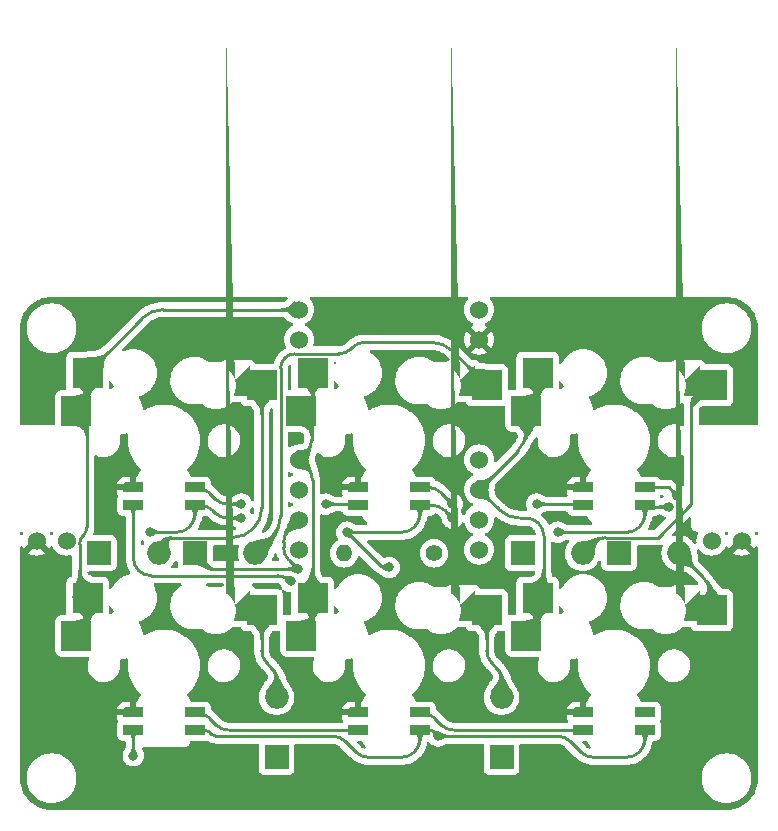
<source format=gbl>
%TF.GenerationSoftware,KiCad,Pcbnew,(6.0.2)*%
%TF.CreationDate,2022-08-23T14:49:27-07:00*%
%TF.ProjectId,minipad,6d696e69-7061-4642-9e6b-696361645f70,rev?*%
%TF.SameCoordinates,Original*%
%TF.FileFunction,Copper,L2,Bot*%
%TF.FilePolarity,Positive*%
%FSLAX46Y46*%
G04 Gerber Fmt 4.6, Leading zero omitted, Abs format (unit mm)*
G04 Created by KiCad (PCBNEW (6.0.2)) date 2022-08-23 14:49:27*
%MOMM*%
%LPD*%
G01*
G04 APERTURE LIST*
G04 Aperture macros list*
%AMOutline5P*
0 Free polygon, 5 corners , with rotation*
0 The origin of the aperture is its center*
0 number of corners: always 5*
0 $1 to $10 corner X, Y*
0 $11 Rotation angle, in degrees counterclockwise*
0 create outline with 5 corners*
4,1,5,$1,$2,$3,$4,$5,$6,$7,$8,$9,$10,$1,$2,$11*%
%AMOutline6P*
0 Free polygon, 6 corners , with rotation*
0 The origin of the aperture is its center*
0 number of corners: always 6*
0 $1 to $12 corner X, Y*
0 $13 Rotation angle, in degrees counterclockwise*
0 create outline with 6 corners*
4,1,6,$1,$2,$3,$4,$5,$6,$7,$8,$9,$10,$11,$12,$1,$2,$13*%
%AMOutline7P*
0 Free polygon, 7 corners , with rotation*
0 The origin of the aperture is its center*
0 number of corners: always 7*
0 $1 to $14 corner X, Y*
0 $15 Rotation angle, in degrees counterclockwise*
0 create outline with 7 corners*
4,1,7,$1,$2,$3,$4,$5,$6,$7,$8,$9,$10,$11,$12,$13,$14,$1,$2,$15*%
%AMOutline8P*
0 Free polygon, 8 corners , with rotation*
0 The origin of the aperture is its center*
0 number of corners: always 8*
0 $1 to $16 corner X, Y*
0 $17 Rotation angle, in degrees counterclockwise*
0 create outline with 8 corners*
4,1,8,$1,$2,$3,$4,$5,$6,$7,$8,$9,$10,$11,$12,$13,$14,$15,$16,$1,$2,$17*%
%AMFreePoly0*
4,1,59,1.190063,1.245106,1.205902,1.245106,1.218716,1.235796,1.233779,1.230902,1.243089,1.218089,1.255902,1.208779,1.260796,1.193716,1.270106,1.180902,1.270106,1.165063,1.275000,1.150000,1.275000,-1.150000,1.270106,-1.165063,1.270106,-1.180902,1.260796,-1.193716,1.255902,-1.208779,1.243089,-1.218089,1.233779,-1.230902,1.218716,-1.235796,1.205902,-1.245106,1.190063,-1.245106,
1.175000,-1.250000,0.001414,-1.250000,-0.023259,-1.254448,-0.078911,-1.227567,-0.108134,-1.173109,-0.099766,-1.111875,-0.092784,-1.104590,-0.011622,-0.902915,0.044080,-0.682843,0.069722,-0.457284,0.064839,-0.230324,0.029519,-0.006077,-0.035597,0.211396,-0.129330,0.418153,-0.249981,0.610449,-0.395365,0.784799,-0.562847,0.938044,-0.741490,1.061927,-0.751326,1.064177,-0.754372,1.067666,
-0.758779,1.069098,-0.774445,1.090661,-0.791970,1.110736,-0.792383,1.115351,-0.795106,1.119098,-0.795106,1.145746,-0.797484,1.172293,-0.795106,1.176269,-0.795106,1.180902,-0.779439,1.202466,-0.765762,1.225335,-0.761502,1.227154,-0.758779,1.230902,-0.733435,1.239137,-0.708922,1.249602,-0.704405,1.248569,-0.700000,1.250000,1.175000,1.250000,1.190063,1.245106,1.190063,1.245106,
$1*%
G04 Aperture macros list end*
%TA.AperFunction,SMDPad,CuDef*%
%ADD10R,2.550000X2.550000*%
%TD*%
%TA.AperFunction,SMDPad,CuDef*%
%ADD11FreePoly0,0.000000*%
%TD*%
%TA.AperFunction,SMDPad,CuDef*%
%ADD12R,2.550000X2.500000*%
%TD*%
%TA.AperFunction,SMDPad,CuDef*%
%ADD13R,1.700000X0.820000*%
%TD*%
%TA.AperFunction,SMDPad,CuDef*%
%ADD14Outline5P,-0.850000X0.246000X-0.686000X0.410000X0.850000X0.410000X0.850000X-0.410000X-0.850000X-0.410000X0.000000*%
%TD*%
%TA.AperFunction,ComponentPad*%
%ADD15R,2.000000X2.000000*%
%TD*%
%TA.AperFunction,ComponentPad*%
%ADD16O,2.000000X2.000000*%
%TD*%
%TA.AperFunction,ComponentPad*%
%ADD17C,1.524000*%
%TD*%
%TA.AperFunction,ComponentPad*%
%ADD18C,1.400000*%
%TD*%
%TA.AperFunction,ComponentPad*%
%ADD19O,1.400000X1.400000*%
%TD*%
%TA.AperFunction,ViaPad*%
%ADD20C,0.800000*%
%TD*%
%TA.AperFunction,Conductor*%
%ADD21C,0.250000*%
%TD*%
G04 APERTURE END LIST*
D10*
%TO.P,SW4,1*%
%TO.N,Net-(D4-Pad2)*%
X214253298Y-145914189D03*
D11*
X211993298Y-145534189D03*
D12*
%TO.P,SW4,2*%
%TO.N,Net-(SW1-Pad2)*%
X198568298Y-148074189D03*
D10*
X199503298Y-144864189D03*
D13*
%TO.P,SW4,3,VDD*%
%TO.N,Net-(C1-Pad1)*%
X208578298Y-156064189D03*
%TO.P,SW4,4,DIN*%
%TO.N,Net-(SW3-Pad5)*%
X203378298Y-156064189D03*
%TO.P,SW4,5,DOUT*%
%TO.N,Net-(SW4-Pad5)*%
X208578298Y-154564189D03*
D14*
%TO.P,SW4,6,GND*%
%TO.N,GND*%
X203378298Y-154564189D03*
%TD*%
D10*
%TO.P,SW3,1*%
%TO.N,Net-(D3-Pad2)*%
X252353330Y-126864173D03*
D11*
X250093330Y-126484173D03*
D12*
%TO.P,SW3,2*%
%TO.N,Net-(SW3-Pad2)*%
X236668330Y-129024173D03*
D10*
X237603330Y-125814173D03*
D13*
%TO.P,SW3,3,VDD*%
%TO.N,Net-(C1-Pad1)*%
X246678330Y-137014173D03*
%TO.P,SW3,4,DIN*%
%TO.N,Net-(SW2-Pad5)*%
X241478330Y-137014173D03*
%TO.P,SW3,5,DOUT*%
%TO.N,Net-(SW3-Pad5)*%
X246678330Y-135514173D03*
D14*
%TO.P,SW3,6,GND*%
%TO.N,GND*%
X241478330Y-135514173D03*
%TD*%
D10*
%TO.P,SW2,1*%
%TO.N,Net-(D2-Pad2)*%
X233303314Y-126864173D03*
D11*
X231043314Y-126484173D03*
D12*
%TO.P,SW2,2*%
%TO.N,Net-(SW2-Pad2)*%
X217618314Y-129024173D03*
D10*
X218553314Y-125814173D03*
D13*
%TO.P,SW2,3,VDD*%
%TO.N,Net-(C1-Pad1)*%
X227628314Y-137014173D03*
%TO.P,SW2,4,DIN*%
%TO.N,Net-(SW1-Pad5)*%
X222428314Y-137014173D03*
%TO.P,SW2,5,DOUT*%
%TO.N,Net-(SW2-Pad5)*%
X227628314Y-135514173D03*
D14*
%TO.P,SW2,6,GND*%
%TO.N,GND*%
X222428314Y-135514173D03*
%TD*%
D10*
%TO.P,SW6,1*%
%TO.N,Net-(D6-Pad2)*%
X252353330Y-145914189D03*
D11*
X250093330Y-145534189D03*
D12*
%TO.P,SW6,2*%
%TO.N,Net-(SW3-Pad2)*%
X236668330Y-148074189D03*
D10*
X237603330Y-144864189D03*
D13*
%TO.P,SW6,3,VDD*%
%TO.N,Net-(C1-Pad1)*%
X246678330Y-156064189D03*
%TO.P,SW6,4,DIN*%
%TO.N,Net-(SW5-Pad5)*%
X241478330Y-156064189D03*
%TO.P,SW6,5,DOUT*%
%TO.N,unconnected-(SW6-Pad5)*%
X246678330Y-154564189D03*
D14*
%TO.P,SW6,6,GND*%
%TO.N,GND*%
X241478330Y-154564189D03*
%TD*%
D10*
%TO.P,SW1,1*%
%TO.N,Net-(D1-Pad2)*%
X214253298Y-126864173D03*
D11*
X211993298Y-126484173D03*
D12*
%TO.P,SW1,2*%
%TO.N,Net-(SW1-Pad2)*%
X198568298Y-129024173D03*
D10*
X199503298Y-125814173D03*
D13*
%TO.P,SW1,3,VDD*%
%TO.N,Net-(C1-Pad1)*%
X208578298Y-137014173D03*
%TO.P,SW1,4,DIN*%
%TO.N,Net-(R1-Pad2)*%
X203378298Y-137014173D03*
%TO.P,SW1,5,DOUT*%
%TO.N,Net-(SW1-Pad5)*%
X208578298Y-135514173D03*
D14*
%TO.P,SW1,6,GND*%
%TO.N,GND*%
X203378298Y-135514173D03*
%TD*%
D10*
%TO.P,SW5,1*%
%TO.N,Net-(D5-Pad2)*%
X233303314Y-145914189D03*
D11*
X231043314Y-145534189D03*
D12*
%TO.P,SW5,2*%
%TO.N,Net-(SW2-Pad2)*%
X217618314Y-148074189D03*
D10*
X218553314Y-144864189D03*
D13*
%TO.P,SW5,3,VDD*%
%TO.N,Net-(C1-Pad1)*%
X227628314Y-156064189D03*
%TO.P,SW5,4,DIN*%
%TO.N,Net-(SW4-Pad5)*%
X222428314Y-156064189D03*
%TO.P,SW5,5,DOUT*%
%TO.N,Net-(SW5-Pad5)*%
X227628314Y-154564189D03*
D14*
%TO.P,SW5,6,GND*%
%TO.N,GND*%
X222428314Y-154564189D03*
%TD*%
D15*
%TO.P,D4,1,K*%
%TO.N,Net-(D4-Pad1)*%
X215503306Y-158353258D03*
D16*
%TO.P,D4,2,A*%
%TO.N,Net-(D4-Pad2)*%
X215503306Y-153273258D03*
%TD*%
D15*
%TO.P,D5,1,K*%
%TO.N,Net-(D4-Pad1)*%
X234553322Y-158353258D03*
D16*
%TO.P,D5,2,A*%
%TO.N,Net-(D5-Pad2)*%
X234553322Y-153273258D03*
%TD*%
D17*
%TO.P,C2,1*%
%TO.N,Net-(C1-Pad1)*%
X197723290Y-140015364D03*
%TO.P,C2,2*%
%TO.N,GND*%
X195183290Y-140015364D03*
%TD*%
D15*
%TO.P,D3,1,K*%
%TO.N,Net-(D1-Pad1)*%
X236339261Y-141089181D03*
D16*
%TO.P,D3,2,A*%
%TO.N,Net-(D3-Pad2)*%
X241419261Y-141089181D03*
%TD*%
D15*
%TO.P,D1,1,K*%
%TO.N,Net-(D1-Pad1)*%
X200461733Y-141089181D03*
D16*
%TO.P,D1,2,A*%
%TO.N,Net-(D1-Pad2)*%
X205541733Y-141089181D03*
%TD*%
D15*
%TO.P,D6,1,K*%
%TO.N,Net-(D4-Pad1)*%
X244514895Y-141089181D03*
D16*
%TO.P,D6,2,A*%
%TO.N,Net-(D6-Pad2)*%
X249594895Y-141089181D03*
%TD*%
D18*
%TO.P,R1,1*%
%TO.N,Net-(R1-Pad1)*%
X228838314Y-141089181D03*
D19*
%TO.P,R1,2*%
%TO.N,Net-(R1-Pad2)*%
X221218314Y-141089181D03*
%TD*%
D15*
%TO.P,D2,1,K*%
%TO.N,Net-(D1-Pad1)*%
X208637367Y-141089181D03*
D16*
%TO.P,D2,2,A*%
%TO.N,Net-(D2-Pad2)*%
X213717367Y-141089181D03*
%TD*%
D17*
%TO.P,U1,1,5V*%
%TO.N,Net-(C1-Pad1)*%
X232648314Y-120454165D03*
%TO.P,U1,2,GND*%
%TO.N,GND*%
X232648314Y-122994165D03*
%TO.P,U1,6,GP27*%
%TO.N,unconnected-(U1-Pad6)*%
X232648314Y-133154165D03*
%TO.P,U1,7,GP26*%
%TO.N,Net-(SW3-Pad2)*%
X232648314Y-135694165D03*
%TO.P,U1,8,GP15*%
%TO.N,unconnected-(U1-Pad8)*%
X232648314Y-138234165D03*
%TO.P,U1,9,GP14*%
%TO.N,Net-(R1-Pad1)*%
X232648314Y-140774165D03*
%TO.P,U1,15,GP8*%
%TO.N,Net-(D4-Pad1)*%
X217408314Y-140774165D03*
%TO.P,U1,16,GP7*%
%TO.N,Net-(D1-Pad1)*%
X217408314Y-138234165D03*
%TO.P,U1,17,GP6*%
%TO.N,unconnected-(U1-Pad17)*%
X217408314Y-135694165D03*
%TO.P,U1,18,GP5*%
%TO.N,Net-(SW2-Pad2)*%
X217408314Y-133154165D03*
%TO.P,U1,22,GP1*%
%TO.N,unconnected-(U1-Pad22)*%
X217408314Y-122994165D03*
%TO.P,U1,23,GP0*%
%TO.N,Net-(SW1-Pad2)*%
X217408314Y-120454165D03*
%TD*%
%TO.P,C1,1*%
%TO.N,Net-(C1-Pad1)*%
X252333338Y-140015364D03*
%TO.P,C1,2*%
%TO.N,GND*%
X254873338Y-140015364D03*
%TD*%
D20*
%TO.N,Net-(D1-Pad1)*%
X217289245Y-142413692D03*
%TO.N,GND*%
X248840834Y-155972006D03*
X200620481Y-135136051D03*
X230386131Y-122039165D03*
X200620481Y-157162632D03*
X219670497Y-122039165D03*
X237529887Y-135136051D03*
X211931428Y-153590754D03*
X229195505Y-139303242D03*
X219670497Y-135136051D03*
X212526741Y-135136051D03*
X237529887Y-154186067D03*
%TO.N,Net-(SW1-Pad5)*%
X219670497Y-136921990D03*
X212526741Y-136921990D03*
%TO.N,Net-(SW2-Pad5)*%
X237529887Y-136921990D03*
X230386131Y-136921990D03*
%TO.N,Net-(SW3-Pad5)*%
X203378298Y-158234510D03*
X249436147Y-136226677D03*
%TO.N,Net-(C1-Pad1)*%
X212526741Y-138112616D03*
X225028314Y-142279807D03*
X230386131Y-138112616D03*
X221456436Y-139303242D03*
X239315826Y-139303242D03*
X229195505Y-156567319D03*
X204787672Y-139303242D03*
X248711647Y-137160000D03*
%TO.N,Net-(R1-Pad2)*%
X216690821Y-143469801D03*
%TD*%
D21*
%TO.N,Net-(D1-Pad1)*%
X217408314Y-138234165D02*
X216537959Y-139104520D01*
X209961878Y-142413692D02*
X217289245Y-142413692D01*
X216098619Y-140165180D02*
X216098619Y-140601746D01*
X209961878Y-142413692D02*
X208637367Y-141089181D01*
X216537959Y-141662406D02*
X217289245Y-142413692D01*
X216098620Y-140601746D02*
G75*
G03*
X216537960Y-141662405I1500001J1D01*
G01*
X216098620Y-140165180D02*
G75*
G02*
X216537960Y-139104521I1500001J-1D01*
G01*
%TO.N,Net-(D1-Pad2)*%
X214253298Y-126864173D02*
X214253298Y-137264670D01*
X211753298Y-139764670D02*
X206541733Y-139764670D01*
X205541733Y-140764670D02*
G75*
G02*
X206541733Y-139764670I999999J1D01*
G01*
X211753298Y-139764670D02*
G75*
G03*
X214253298Y-137264670I0J2500000D01*
G01*
%TO.N,Net-(D2-Pad2)*%
X233303314Y-126864173D02*
X230401165Y-123962024D01*
X228633398Y-123229791D02*
X222983042Y-123229791D01*
X215852809Y-125410494D02*
X215852809Y-137918205D01*
X215120576Y-139685972D02*
X213717367Y-141089181D01*
X221922382Y-123669131D02*
X221816191Y-123775322D01*
X220755531Y-124214662D02*
X217048641Y-124214662D01*
X221922382Y-123669131D02*
G75*
G02*
X222983042Y-123229791I1060661J-1060662D01*
G01*
X215852809Y-125410494D02*
G75*
G02*
X217048641Y-124214662I1195832J0D01*
G01*
X228633398Y-123229792D02*
G75*
G02*
X230401165Y-123962024I2J-2499996D01*
G01*
X215852808Y-137918205D02*
G75*
G02*
X215120576Y-139685972I-2499996J-2D01*
G01*
X220755531Y-124214661D02*
G75*
G03*
X221816190Y-123775321I-1J1500001D01*
G01*
%TO.N,Net-(D3-Pad2)*%
X241419261Y-141089181D02*
X242304432Y-140204010D01*
X250626773Y-136921990D02*
X250626773Y-128590730D01*
X247784093Y-139764670D02*
X250626773Y-136921990D01*
X250626773Y-128590730D02*
X252353330Y-126864173D01*
X243365092Y-139764670D02*
X247784093Y-139764670D01*
X243365092Y-139764671D02*
G75*
G03*
X242304433Y-140204011I1J-1500001D01*
G01*
%TO.N,Net-(D4-Pad2)*%
X214692638Y-150398834D02*
X215063966Y-150770162D01*
X215503306Y-151830822D02*
X215503306Y-153273258D01*
X214253298Y-145914189D02*
X214253298Y-149338174D01*
X215503305Y-151830822D02*
G75*
G03*
X215063965Y-150770163I-1500001J-1D01*
G01*
X214692638Y-150398834D02*
G75*
G02*
X214253298Y-149338174I1060662J1060661D01*
G01*
%TO.N,Net-(D5-Pad2)*%
X234553322Y-151830822D02*
X234553322Y-153273258D01*
X233742654Y-150398834D02*
X234113982Y-150770162D01*
X233303314Y-145914189D02*
X233303314Y-149338174D01*
X233742654Y-150398834D02*
G75*
G02*
X233303314Y-149338174I1060662J1060661D01*
G01*
X234553321Y-151830822D02*
G75*
G03*
X234113981Y-150770163I-1500001J-1D01*
G01*
%TO.N,Net-(D6-Pad2)*%
X251621097Y-143115383D02*
X249594895Y-141089181D01*
X252353329Y-144883150D02*
G75*
G03*
X251621097Y-143115383I-2499996J2D01*
G01*
%TO.N,Net-(SW1-Pad2)*%
X199136962Y-139596135D02*
X199127435Y-139605662D01*
X199503298Y-144864189D02*
X199503298Y-148074189D01*
X205898840Y-120454165D02*
X217408314Y-120454165D01*
X199503298Y-125814173D02*
X204131073Y-121186398D01*
X198834542Y-140312769D02*
X198834542Y-144195433D01*
X199429855Y-129024173D02*
X199429855Y-138889028D01*
X199503298Y-125814173D02*
X199503298Y-129024173D01*
X198834543Y-140312769D02*
G75*
G02*
X199127436Y-139605663I999993J3D01*
G01*
X199429854Y-138889028D02*
G75*
G02*
X199136961Y-139596134I-999993J-3D01*
G01*
X205898840Y-120454166D02*
G75*
G03*
X204131073Y-121186398I-2J-2499996D01*
G01*
%TO.N,Net-(SW1-Pad5)*%
X209772325Y-135953529D02*
X210301446Y-136482650D01*
X219670497Y-136921990D02*
X222336131Y-136921990D01*
X211362106Y-136921990D02*
X212526741Y-136921990D01*
X210301446Y-136482650D02*
G75*
G03*
X211362106Y-136921990I1060661J1060662D01*
G01*
X209772325Y-135953529D02*
G75*
G03*
X208711665Y-135514189I-1060661J-1060662D01*
G01*
%TO.N,Net-(SW2-Pad2)*%
X218113974Y-133859825D02*
X217408314Y-133154165D01*
X218479871Y-131461288D02*
X218479871Y-129885730D01*
X217408314Y-133154165D02*
X218040531Y-132521948D01*
X218553314Y-144864189D02*
X218553314Y-147139189D01*
X218553314Y-125814173D02*
X218553314Y-128089173D01*
X218553314Y-144864189D02*
X218553314Y-134920485D01*
X218113974Y-133859825D02*
G75*
G02*
X218553314Y-134920485I-1060662J-1060661D01*
G01*
X218040531Y-132521948D02*
G75*
G03*
X218479871Y-131461288I-1060662J1060661D01*
G01*
%TO.N,Net-(SW2-Pad5)*%
X227628314Y-135514173D02*
X228356994Y-135514173D01*
X237529887Y-136921990D02*
X241386147Y-136921990D01*
X229417654Y-135953513D02*
X230386131Y-136921990D01*
X229417654Y-135953513D02*
G75*
G03*
X228356994Y-135514173I-1060661J-1060662D01*
G01*
%TO.N,Net-(SW3-Pad2)*%
X238125168Y-139612616D02*
X238125168Y-144342319D01*
X237603330Y-125814173D02*
X237603330Y-129024173D01*
X232648314Y-135694165D02*
X235936097Y-132406382D01*
X236102299Y-138112616D02*
X236625168Y-138112616D01*
X232648314Y-135694165D02*
X234334532Y-137380383D01*
X236668330Y-130638615D02*
X236668330Y-129024173D01*
X237603330Y-144864189D02*
X237603330Y-148074189D01*
X238125168Y-139612616D02*
G75*
G03*
X236625168Y-138112616I-1500001J-1D01*
G01*
X236668329Y-130638615D02*
G75*
G02*
X235936097Y-132406382I-2499996J-2D01*
G01*
X234334532Y-137380383D02*
G75*
G03*
X236102299Y-138112616I1767765J1767764D01*
G01*
%TO.N,Net-(SW3-Pad5)*%
X248723643Y-135514173D02*
X246678330Y-135514173D01*
X249436147Y-136226677D02*
X248723643Y-135514173D01*
X203378298Y-158234510D02*
X203378298Y-156064189D01*
%TO.N,Net-(SW4-Pad5)*%
X209772325Y-155003529D02*
X210393645Y-155624849D01*
X211454305Y-156064189D02*
X222428314Y-156064189D01*
X209772325Y-155003529D02*
G75*
G03*
X208711665Y-154564189I-1060661J-1060662D01*
G01*
X210393645Y-155624849D02*
G75*
G03*
X211454305Y-156064189I1060661J1060662D01*
G01*
%TO.N,Net-(SW5-Pad5)*%
X230504305Y-156064189D02*
X241478314Y-156064189D01*
X228822325Y-155003529D02*
X229443645Y-155624849D01*
X229443645Y-155624849D02*
G75*
G03*
X230504305Y-156064189I1060661J1060662D01*
G01*
X228822325Y-155003529D02*
G75*
G03*
X227761665Y-154564189I-1060661J-1060662D01*
G01*
%TO.N,Net-(C1-Pad1)*%
X228485268Y-156064189D02*
X227628314Y-156064189D01*
X246678330Y-137803242D02*
X246678330Y-137014173D01*
X210352596Y-156567319D02*
X220239803Y-156567319D01*
X248711647Y-137160000D02*
X246824157Y-137160000D01*
X229727028Y-137453513D02*
X230386131Y-138112616D01*
X229049059Y-156420873D02*
X228838822Y-156210636D01*
X227628314Y-156853258D02*
X227628314Y-156064189D01*
X229210239Y-156552585D02*
X229210239Y-156531749D01*
X229195505Y-156567319D02*
X239289803Y-156567319D01*
X208578298Y-156064189D02*
X209435252Y-156064189D01*
X227628314Y-137014173D02*
X228666368Y-137014173D01*
X229195505Y-156567319D02*
X229210239Y-156552585D01*
X211362122Y-138112616D02*
X212526741Y-138112616D01*
X224140108Y-141986914D02*
X221456436Y-139303242D01*
X210081699Y-137453513D02*
X210301462Y-137673276D01*
X239315826Y-139303242D02*
X245268956Y-139303242D01*
X209788806Y-156210636D02*
X209999043Y-156420873D01*
X221300463Y-157006659D02*
X222207722Y-157913918D01*
X246678314Y-156853258D02*
X246678314Y-156064189D01*
X242318382Y-158353258D02*
X245178314Y-158353258D01*
X227628314Y-137803242D02*
X227628314Y-137014173D01*
X221456436Y-139303242D02*
X226128314Y-139303242D01*
X204787672Y-139303242D02*
X207078298Y-139303242D01*
X240350463Y-157006659D02*
X241257722Y-157913918D01*
X223268382Y-158353258D02*
X226128314Y-158353258D01*
X225028314Y-142279807D02*
X224847215Y-142279807D01*
X208578298Y-137803242D02*
X208578298Y-137014173D01*
X228485268Y-156064189D02*
G75*
G02*
X228838822Y-156210636I1J-499997D01*
G01*
X227628314Y-137803242D02*
G75*
G02*
X226128314Y-139303242I-1500001J1D01*
G01*
X229049060Y-156420872D02*
G75*
G03*
X229210239Y-156531748I405371J416695D01*
G01*
X224847215Y-142279806D02*
G75*
G02*
X224140109Y-141986913I-3J999993D01*
G01*
X210301462Y-137673276D02*
G75*
G03*
X211362122Y-138112616I1060661J1060662D01*
G01*
X240350463Y-157006659D02*
G75*
G03*
X239289803Y-156567319I-1060661J-1060662D01*
G01*
X207078298Y-139303242D02*
G75*
G03*
X208578298Y-137803242I-1J1500001D01*
G01*
X242318382Y-158353257D02*
G75*
G02*
X241257723Y-157913917I1J1500001D01*
G01*
X246678330Y-137803242D02*
G75*
G02*
X245178330Y-139303242I-1500001J1D01*
G01*
X210081699Y-137453513D02*
G75*
G03*
X209021039Y-137014173I-1060661J-1060662D01*
G01*
X223268382Y-158353257D02*
G75*
G02*
X222207723Y-157913917I1J1500001D01*
G01*
X246678314Y-156853258D02*
G75*
G02*
X245178314Y-158353258I-1500001J1D01*
G01*
X209788806Y-156210636D02*
G75*
G03*
X209435252Y-156064189I-353553J-353550D01*
G01*
X227628314Y-156853258D02*
G75*
G02*
X226128314Y-158353258I-1500001J1D01*
G01*
X210352596Y-156567318D02*
G75*
G02*
X209999043Y-156420873I0J500001D01*
G01*
X221300463Y-157006659D02*
G75*
G03*
X220239803Y-156567319I-1060661J-1060662D01*
G01*
X228666368Y-137014174D02*
G75*
G02*
X229727027Y-137453514I-1J-1500001D01*
G01*
%TO.N,Net-(R1-Pad2)*%
X204878298Y-142989668D02*
X215589368Y-142989668D01*
X203378298Y-137014173D02*
X203378298Y-141489668D01*
X216690821Y-143469801D02*
X216650028Y-143429008D01*
X203378298Y-141489668D02*
G75*
G03*
X204878298Y-142989668I1500001J1D01*
G01*
X215589368Y-142989669D02*
G75*
G02*
X216650027Y-143429009I-1J-1500001D01*
G01*
%TD*%
%TA.AperFunction,Conductor*%
%TO.N,GND*%
G36*
X254917370Y-139716288D02*
G01*
X254962433Y-139745249D01*
X255920341Y-140703157D01*
X255932115Y-140709587D01*
X255944131Y-140700290D01*
X255974235Y-140657296D01*
X255979715Y-140647805D01*
X256030143Y-140539663D01*
X256077061Y-140486378D01*
X256145338Y-140466917D01*
X256213298Y-140487459D01*
X256259363Y-140541482D01*
X256270338Y-140592913D01*
X256270338Y-160089869D01*
X256268838Y-160109253D01*
X256265152Y-160132927D01*
X256266316Y-160141829D01*
X256266316Y-160141831D01*
X256267501Y-160150889D01*
X256268367Y-160174290D01*
X256261407Y-160298233D01*
X256253965Y-160430742D01*
X256252384Y-160444776D01*
X256230368Y-160574356D01*
X256204657Y-160725682D01*
X256201514Y-160739454D01*
X256122631Y-161013262D01*
X256117970Y-161026582D01*
X256008930Y-161289828D01*
X256002801Y-161302555D01*
X255977295Y-161348705D01*
X255864973Y-161551935D01*
X255857456Y-161563898D01*
X255692580Y-161796270D01*
X255683770Y-161807318D01*
X255493907Y-162019775D01*
X255483916Y-162029766D01*
X255271459Y-162219629D01*
X255260413Y-162228438D01*
X255233541Y-162247504D01*
X255028039Y-162393315D01*
X255016076Y-162400832D01*
X254766696Y-162538660D01*
X254753973Y-162544787D01*
X254490723Y-162653829D01*
X254477403Y-162658490D01*
X254203595Y-162737373D01*
X254189830Y-162740514D01*
X253908917Y-162788243D01*
X253894888Y-162789823D01*
X253806554Y-162794784D01*
X253645716Y-162803817D01*
X253619270Y-162802515D01*
X253618488Y-162802393D01*
X253618482Y-162802393D01*
X253609608Y-162801011D01*
X253578087Y-162805133D01*
X253561749Y-162806197D01*
X196502618Y-162806197D01*
X196483233Y-162804697D01*
X196468432Y-162802392D01*
X196468429Y-162802392D01*
X196459560Y-162801011D01*
X196450658Y-162802175D01*
X196450656Y-162802175D01*
X196446328Y-162802741D01*
X196441595Y-162803360D01*
X196418197Y-162804226D01*
X196161740Y-162789823D01*
X196147711Y-162788243D01*
X195866798Y-162740514D01*
X195853033Y-162737373D01*
X195579225Y-162658490D01*
X195565905Y-162653829D01*
X195302655Y-162544787D01*
X195289932Y-162538660D01*
X195040552Y-162400832D01*
X195028589Y-162393315D01*
X194823087Y-162247504D01*
X194796215Y-162228438D01*
X194785169Y-162219629D01*
X194572712Y-162029766D01*
X194562721Y-162019775D01*
X194372858Y-161807318D01*
X194364048Y-161796270D01*
X194199172Y-161563898D01*
X194191655Y-161551935D01*
X194079333Y-161348705D01*
X194053827Y-161302555D01*
X194047698Y-161289828D01*
X193938658Y-161026582D01*
X193933997Y-161013262D01*
X193855114Y-160739454D01*
X193851971Y-160725682D01*
X193826260Y-160574356D01*
X193804244Y-160444776D01*
X193802663Y-160430742D01*
X193795221Y-160298233D01*
X193793742Y-160271900D01*
X194344033Y-160271900D01*
X194381558Y-160556931D01*
X194457419Y-160834233D01*
X194459103Y-160838181D01*
X194536678Y-161020051D01*
X194570213Y-161098673D01*
X194717851Y-161345358D01*
X194897603Y-161569725D01*
X195106141Y-161767620D01*
X195339607Y-161935383D01*
X195343402Y-161937392D01*
X195343403Y-161937393D01*
X195365159Y-161948912D01*
X195593682Y-162069909D01*
X195863663Y-162168708D01*
X196144554Y-162229952D01*
X196173131Y-162232201D01*
X196367572Y-162247504D01*
X196367581Y-162247504D01*
X196370029Y-162247697D01*
X196525561Y-162247697D01*
X196527697Y-162247551D01*
X196527708Y-162247551D01*
X196735838Y-162233362D01*
X196735844Y-162233361D01*
X196740115Y-162233070D01*
X196744310Y-162232201D01*
X196744312Y-162232201D01*
X196958572Y-162187830D01*
X197021632Y-162174771D01*
X197292633Y-162078804D01*
X197548102Y-161946947D01*
X197551603Y-161944486D01*
X197551607Y-161944484D01*
X197754278Y-161802044D01*
X197783313Y-161781638D01*
X197993912Y-161585937D01*
X198176003Y-161363465D01*
X198326217Y-161118339D01*
X198441773Y-160855095D01*
X198520534Y-160578603D01*
X198561041Y-160293981D01*
X198561135Y-160276148D01*
X198561157Y-160271900D01*
X251494081Y-160271900D01*
X251531606Y-160556931D01*
X251607467Y-160834233D01*
X251609151Y-160838181D01*
X251686726Y-161020051D01*
X251720261Y-161098673D01*
X251867899Y-161345358D01*
X252047651Y-161569725D01*
X252256189Y-161767620D01*
X252489655Y-161935383D01*
X252493450Y-161937392D01*
X252493451Y-161937393D01*
X252515207Y-161948912D01*
X252743730Y-162069909D01*
X253013711Y-162168708D01*
X253294602Y-162229952D01*
X253323179Y-162232201D01*
X253517620Y-162247504D01*
X253517629Y-162247504D01*
X253520077Y-162247697D01*
X253675609Y-162247697D01*
X253677745Y-162247551D01*
X253677756Y-162247551D01*
X253885886Y-162233362D01*
X253885892Y-162233361D01*
X253890163Y-162233070D01*
X253894358Y-162232201D01*
X253894360Y-162232201D01*
X254108620Y-162187830D01*
X254171680Y-162174771D01*
X254442681Y-162078804D01*
X254698150Y-161946947D01*
X254701651Y-161944486D01*
X254701655Y-161944484D01*
X254904326Y-161802044D01*
X254933361Y-161781638D01*
X255143960Y-161585937D01*
X255326051Y-161363465D01*
X255476265Y-161118339D01*
X255591821Y-160855095D01*
X255670582Y-160578603D01*
X255711089Y-160293981D01*
X255711183Y-160276148D01*
X255712573Y-160010780D01*
X255712573Y-160010773D01*
X255712595Y-160006494D01*
X255675070Y-159721463D01*
X255673718Y-159716519D01*
X255604520Y-159463574D01*
X255599209Y-159444161D01*
X255486415Y-159179721D01*
X255394192Y-159025628D01*
X255340981Y-158936718D01*
X255340978Y-158936714D01*
X255338777Y-158933036D01*
X255159025Y-158708669D01*
X254950487Y-158510774D01*
X254717021Y-158343011D01*
X254695181Y-158331447D01*
X254671992Y-158319169D01*
X254462946Y-158208485D01*
X254192965Y-158109686D01*
X253912074Y-158048442D01*
X253881023Y-158045998D01*
X253689056Y-158030890D01*
X253689047Y-158030890D01*
X253686599Y-158030697D01*
X253531067Y-158030697D01*
X253528931Y-158030843D01*
X253528920Y-158030843D01*
X253320790Y-158045032D01*
X253320784Y-158045033D01*
X253316513Y-158045324D01*
X253312318Y-158046193D01*
X253312316Y-158046193D01*
X253288404Y-158051145D01*
X253034996Y-158103623D01*
X252763995Y-158199590D01*
X252508526Y-158331447D01*
X252505025Y-158333908D01*
X252505021Y-158333910D01*
X252442941Y-158377541D01*
X252273315Y-158496756D01*
X252244080Y-158523923D01*
X252093020Y-158664297D01*
X252062716Y-158692457D01*
X251880625Y-158914929D01*
X251730411Y-159160055D01*
X251614855Y-159423299D01*
X251536094Y-159699791D01*
X251495587Y-159984413D01*
X251495565Y-159988702D01*
X251495564Y-159988709D01*
X251494103Y-160267614D01*
X251494081Y-160271900D01*
X198561157Y-160271900D01*
X198562525Y-160010780D01*
X198562525Y-160010773D01*
X198562547Y-160006494D01*
X198525022Y-159721463D01*
X198523670Y-159716519D01*
X198454472Y-159463574D01*
X198449161Y-159444161D01*
X198336367Y-159179721D01*
X198244144Y-159025628D01*
X198190933Y-158936718D01*
X198190930Y-158936714D01*
X198188729Y-158933036D01*
X198008977Y-158708669D01*
X197800439Y-158510774D01*
X197566973Y-158343011D01*
X197545133Y-158331447D01*
X197521944Y-158319169D01*
X197312898Y-158208485D01*
X197042917Y-158109686D01*
X196762026Y-158048442D01*
X196730975Y-158045998D01*
X196539008Y-158030890D01*
X196538999Y-158030890D01*
X196536551Y-158030697D01*
X196381019Y-158030697D01*
X196378883Y-158030843D01*
X196378872Y-158030843D01*
X196170742Y-158045032D01*
X196170736Y-158045033D01*
X196166465Y-158045324D01*
X196162270Y-158046193D01*
X196162268Y-158046193D01*
X196138356Y-158051145D01*
X195884948Y-158103623D01*
X195613947Y-158199590D01*
X195358478Y-158331447D01*
X195354977Y-158333908D01*
X195354973Y-158333910D01*
X195292893Y-158377541D01*
X195123267Y-158496756D01*
X195094032Y-158523923D01*
X194942972Y-158664297D01*
X194912668Y-158692457D01*
X194730577Y-158914929D01*
X194580363Y-159160055D01*
X194464807Y-159423299D01*
X194386046Y-159699791D01*
X194345539Y-159984413D01*
X194345517Y-159988702D01*
X194345516Y-159988709D01*
X194344055Y-160267614D01*
X194344033Y-160271900D01*
X193793742Y-160271900D01*
X193788877Y-160185265D01*
X193790199Y-160161393D01*
X193790119Y-160161386D01*
X193790329Y-160159044D01*
X193790426Y-160157293D01*
X193790555Y-160156529D01*
X193790555Y-160156524D01*
X193791361Y-160151736D01*
X193791514Y-160139197D01*
X193787563Y-160111609D01*
X193786290Y-160093746D01*
X193786290Y-154292074D01*
X202020298Y-154292074D01*
X202024773Y-154307313D01*
X202026163Y-154308518D01*
X202033846Y-154310189D01*
X203106183Y-154310189D01*
X203121422Y-154305714D01*
X203122627Y-154304324D01*
X203124298Y-154296641D01*
X203124298Y-153664305D01*
X203119823Y-153649066D01*
X203118433Y-153647861D01*
X203110750Y-153646190D01*
X202654625Y-153646190D01*
X202646706Y-153646690D01*
X202573034Y-153656028D01*
X202556873Y-153660324D01*
X202438055Y-153709662D01*
X202423622Y-153718062D01*
X202365641Y-153763118D01*
X202359754Y-153768313D01*
X202142462Y-153985605D01*
X202137197Y-153991579D01*
X202091716Y-154050265D01*
X202083322Y-154064737D01*
X202034192Y-154183639D01*
X202029927Y-154199782D01*
X202020788Y-154272637D01*
X202020298Y-154280482D01*
X202020298Y-154292074D01*
X193786290Y-154292074D01*
X193786290Y-141074141D01*
X194489067Y-141074141D01*
X194498364Y-141086157D01*
X194541359Y-141116262D01*
X194550845Y-141121740D01*
X194742283Y-141211009D01*
X194752575Y-141214755D01*
X194956599Y-141269423D01*
X194967394Y-141271326D01*
X195177815Y-141289736D01*
X195188765Y-141289736D01*
X195399186Y-141271326D01*
X195409981Y-141269423D01*
X195614005Y-141214755D01*
X195624297Y-141211009D01*
X195815735Y-141121740D01*
X195825221Y-141116262D01*
X195869054Y-141085571D01*
X195877429Y-141075093D01*
X195870361Y-141061645D01*
X195196102Y-140387386D01*
X195182158Y-140379772D01*
X195180325Y-140379903D01*
X195173710Y-140384154D01*
X194495497Y-141062367D01*
X194489067Y-141074141D01*
X193786290Y-141074141D01*
X193786290Y-140592913D01*
X193806292Y-140524792D01*
X193859948Y-140478299D01*
X193930222Y-140468195D01*
X193994802Y-140497689D01*
X194026485Y-140539663D01*
X194076913Y-140647805D01*
X194082393Y-140657296D01*
X194113084Y-140701129D01*
X194123561Y-140709504D01*
X194137008Y-140702436D01*
X195094195Y-139745249D01*
X195156507Y-139711223D01*
X195227322Y-139716288D01*
X195272385Y-139745249D01*
X196230293Y-140703157D01*
X196242067Y-140709587D01*
X196254083Y-140700290D01*
X196284187Y-140657296D01*
X196289667Y-140647805D01*
X196338819Y-140542399D01*
X196385737Y-140489114D01*
X196454014Y-140469653D01*
X196521974Y-140490195D01*
X196567209Y-140542399D01*
X196616476Y-140648053D01*
X196616479Y-140648058D01*
X196618802Y-140653040D01*
X196621958Y-140657547D01*
X196621959Y-140657549D01*
X196738597Y-140824125D01*
X196746313Y-140835145D01*
X196903509Y-140992341D01*
X196908017Y-140995498D01*
X196908020Y-140995500D01*
X196964709Y-141035194D01*
X197085613Y-141119852D01*
X197090595Y-141122175D01*
X197090600Y-141122178D01*
X197268323Y-141205051D01*
X197287094Y-141213804D01*
X197292402Y-141215226D01*
X197292404Y-141215227D01*
X197358239Y-141232867D01*
X197501827Y-141271342D01*
X197723290Y-141290717D01*
X197944753Y-141271342D01*
X198042431Y-141245169D01*
X198113407Y-141246859D01*
X198172203Y-141286653D01*
X198200151Y-141351917D01*
X198201042Y-141366876D01*
X198201042Y-142499763D01*
X198200937Y-142504899D01*
X198189667Y-142781169D01*
X198188678Y-142792602D01*
X198173053Y-142910390D01*
X198162438Y-142990415D01*
X198161154Y-143000091D01*
X198132368Y-143064990D01*
X198080477Y-143101504D01*
X197990003Y-143135421D01*
X197990002Y-143135422D01*
X197981593Y-143138574D01*
X197865037Y-143225928D01*
X197777683Y-143342484D01*
X197726553Y-143478873D01*
X197719798Y-143541055D01*
X197719798Y-146187323D01*
X197718695Y-146187323D01*
X197703449Y-146251984D01*
X197652383Y-146301308D01*
X197593926Y-146315689D01*
X197245164Y-146315689D01*
X197182982Y-146322444D01*
X197046593Y-146373574D01*
X196930037Y-146460928D01*
X196842683Y-146577484D01*
X196791553Y-146713873D01*
X196784798Y-146776055D01*
X196784798Y-149372323D01*
X196791553Y-149434505D01*
X196842683Y-149570894D01*
X196930037Y-149687450D01*
X197046593Y-149774804D01*
X197182982Y-149825934D01*
X197245164Y-149832689D01*
X199538138Y-149832689D01*
X199606259Y-149852691D01*
X199652752Y-149906347D01*
X199662856Y-149976621D01*
X199650455Y-150015794D01*
X199611811Y-150091801D01*
X199542187Y-150316029D01*
X199541486Y-150321318D01*
X199518351Y-150495867D01*
X199511337Y-150548782D01*
X199520146Y-150783405D01*
X199532749Y-150843471D01*
X199567224Y-151007774D01*
X199568360Y-151013190D01*
X199654600Y-151231566D01*
X199661427Y-151242817D01*
X199770364Y-151422338D01*
X199776402Y-151432289D01*
X199930283Y-151609621D01*
X199934415Y-151613009D01*
X200107714Y-151755106D01*
X200107720Y-151755110D01*
X200111842Y-151758490D01*
X200116478Y-151761129D01*
X200116481Y-151761131D01*
X200227706Y-151824444D01*
X200315888Y-151874640D01*
X200536587Y-151954750D01*
X200541836Y-151955699D01*
X200541839Y-151955700D01*
X200622913Y-151970360D01*
X200767628Y-151996529D01*
X200771767Y-151996724D01*
X200771774Y-151996725D01*
X200790738Y-151997619D01*
X200790747Y-151997619D01*
X200792227Y-151997689D01*
X200957248Y-151997689D01*
X201038597Y-151990786D01*
X201126935Y-151983291D01*
X201126939Y-151983290D01*
X201132246Y-151982840D01*
X201137401Y-151981502D01*
X201137407Y-151981501D01*
X201354333Y-151925198D01*
X201354332Y-151925198D01*
X201359504Y-151923856D01*
X201364370Y-151921664D01*
X201364373Y-151921663D01*
X201568715Y-151829613D01*
X201568718Y-151829612D01*
X201573576Y-151827423D01*
X201768339Y-151696301D01*
X201781616Y-151683636D01*
X201878586Y-151591131D01*
X201938225Y-151534238D01*
X202078376Y-151345868D01*
X202124795Y-151254570D01*
X202182367Y-151141333D01*
X202182367Y-151141332D01*
X202184785Y-151136577D01*
X202254409Y-150912349D01*
X202266822Y-150818696D01*
X202284559Y-150684879D01*
X202284559Y-150684876D01*
X202285259Y-150679596D01*
X202285016Y-150673109D01*
X202280548Y-150554112D01*
X202276450Y-150444973D01*
X202251387Y-150325525D01*
X202230671Y-150226791D01*
X202236258Y-150156015D01*
X202279223Y-150099494D01*
X202345196Y-150075224D01*
X202378653Y-150072885D01*
X202444126Y-150068307D01*
X202444132Y-150068306D01*
X202448510Y-150068000D01*
X202723268Y-150009598D01*
X202791807Y-149984652D01*
X202862659Y-149980149D01*
X202924699Y-150014667D01*
X202958229Y-150077247D01*
X202959434Y-150122220D01*
X202929448Y-150317040D01*
X202929447Y-150317052D01*
X202928906Y-150320566D01*
X202928466Y-150331764D01*
X202915987Y-150649390D01*
X202915269Y-150667654D01*
X202928606Y-150847126D01*
X202940612Y-151008682D01*
X202941011Y-151014055D01*
X203005801Y-151355316D01*
X203006859Y-151358725D01*
X203006861Y-151358731D01*
X203030954Y-151436323D01*
X203108806Y-151687048D01*
X203110247Y-151690322D01*
X203110247Y-151690323D01*
X203245492Y-151997689D01*
X203248703Y-152004987D01*
X203423692Y-152305046D01*
X203425828Y-152307906D01*
X203425829Y-152307908D01*
X203449950Y-152340210D01*
X203631524Y-152583366D01*
X203633968Y-152585964D01*
X203633973Y-152585970D01*
X203845168Y-152810476D01*
X203869527Y-152836370D01*
X204029600Y-152971883D01*
X204068667Y-153031161D01*
X204069483Y-153102153D01*
X204031789Y-153162317D01*
X204016074Y-153174196D01*
X204009960Y-153178106D01*
X204001788Y-153181822D01*
X203982359Y-153198563D01*
X203967351Y-153209668D01*
X203945667Y-153223349D01*
X203939725Y-153230077D01*
X203926117Y-153245485D01*
X203913925Y-153257529D01*
X203891551Y-153276808D01*
X203886672Y-153284336D01*
X203886669Y-153284339D01*
X203877602Y-153298328D01*
X203866312Y-153313202D01*
X203849342Y-153332417D01*
X203836788Y-153359155D01*
X203828474Y-153374124D01*
X203812405Y-153398916D01*
X203809833Y-153407516D01*
X203805059Y-153423479D01*
X203798397Y-153440925D01*
X203787499Y-153464137D01*
X203782956Y-153493317D01*
X203779172Y-153510038D01*
X203773282Y-153529731D01*
X203773281Y-153529736D01*
X203770711Y-153538330D01*
X203770692Y-153541476D01*
X203742071Y-153603232D01*
X203682132Y-153641281D01*
X203653279Y-153645348D01*
X203635174Y-153650664D01*
X203633969Y-153652054D01*
X203632298Y-153659737D01*
X203632298Y-154692189D01*
X203612296Y-154760310D01*
X203558640Y-154806803D01*
X203506298Y-154818189D01*
X202038414Y-154818189D01*
X202023175Y-154822664D01*
X202021970Y-154824054D01*
X202020299Y-154831737D01*
X202020299Y-155018858D01*
X202020669Y-155025679D01*
X202026193Y-155076541D01*
X202029819Y-155091793D01*
X202074974Y-155212243D01*
X202083511Y-155227836D01*
X202091285Y-155238209D01*
X202116131Y-155304716D01*
X202101077Y-155374098D01*
X202091284Y-155389336D01*
X202077683Y-155407484D01*
X202026553Y-155543873D01*
X202019798Y-155606055D01*
X202019798Y-156522323D01*
X202026553Y-156584505D01*
X202077683Y-156720894D01*
X202165037Y-156837450D01*
X202281593Y-156924804D01*
X202417982Y-156975934D01*
X202480164Y-156982689D01*
X202618798Y-156982689D01*
X202686919Y-157002691D01*
X202733412Y-157056347D01*
X202744798Y-157108689D01*
X202744798Y-157446910D01*
X202744716Y-157451460D01*
X202743360Y-157488984D01*
X202742487Y-157499919D01*
X202741557Y-157507424D01*
X202725560Y-157555061D01*
X202720540Y-157563733D01*
X202718008Y-157567917D01*
X202693808Y-157606214D01*
X202693738Y-157606324D01*
X202693565Y-157606214D01*
X202693488Y-157606333D01*
X202693663Y-157606443D01*
X202660461Y-157659016D01*
X202656816Y-157664876D01*
X202656623Y-157665191D01*
X202651910Y-157673041D01*
X202616980Y-157732428D01*
X202610465Y-157743839D01*
X202610172Y-157744368D01*
X202603974Y-157755908D01*
X202603801Y-157756241D01*
X202590546Y-157781698D01*
X202587912Y-157786500D01*
X202543771Y-157862954D01*
X202484756Y-158044582D01*
X202484066Y-158051143D01*
X202484066Y-158051145D01*
X202478400Y-158105053D01*
X202464794Y-158234510D01*
X202465484Y-158241075D01*
X202479564Y-158375035D01*
X202484756Y-158424438D01*
X202543771Y-158606066D01*
X202639258Y-158771454D01*
X202643676Y-158776361D01*
X202643677Y-158776362D01*
X202728174Y-158870205D01*
X202767045Y-158913376D01*
X202854179Y-158976683D01*
X202874451Y-158991411D01*
X202921546Y-159025628D01*
X202927574Y-159028312D01*
X202927576Y-159028313D01*
X203089979Y-159100619D01*
X203096010Y-159103304D01*
X203189410Y-159123157D01*
X203276354Y-159141638D01*
X203276359Y-159141638D01*
X203282811Y-159143010D01*
X203473785Y-159143010D01*
X203480237Y-159141638D01*
X203480242Y-159141638D01*
X203567186Y-159123157D01*
X203660586Y-159103304D01*
X203666617Y-159100619D01*
X203829020Y-159028313D01*
X203829022Y-159028312D01*
X203835050Y-159025628D01*
X203882146Y-158991411D01*
X203902417Y-158976683D01*
X203989551Y-158913376D01*
X204028422Y-158870205D01*
X204112919Y-158776362D01*
X204112920Y-158776361D01*
X204117338Y-158771454D01*
X204212825Y-158606066D01*
X204271840Y-158424438D01*
X204277033Y-158375035D01*
X204291112Y-158241075D01*
X204291802Y-158234510D01*
X204278196Y-158105053D01*
X204272530Y-158051145D01*
X204272530Y-158051143D01*
X204271840Y-158044582D01*
X204212825Y-157862954D01*
X204168687Y-157786504D01*
X204166046Y-157781693D01*
X204152755Y-157756166D01*
X204152620Y-157755906D01*
X204146423Y-157744368D01*
X204146130Y-157743839D01*
X204139615Y-157732428D01*
X204139425Y-157732106D01*
X204139362Y-157731996D01*
X204127524Y-157711871D01*
X204110227Y-157643014D01*
X204132903Y-157575736D01*
X204188353Y-157531398D01*
X204238721Y-157523479D01*
X204238721Y-157522189D01*
X204269596Y-157522189D01*
X204270366Y-157522191D01*
X204344014Y-157522641D01*
X204344015Y-157522641D01*
X204347950Y-157522665D01*
X204349294Y-157522281D01*
X204350639Y-157522189D01*
X207669596Y-157522189D01*
X207670367Y-157522191D01*
X207747950Y-157522665D01*
X207756579Y-157520199D01*
X207756584Y-157520198D01*
X207776346Y-157514550D01*
X207793107Y-157510972D01*
X207813450Y-157508059D01*
X207813460Y-157508056D01*
X207822343Y-157506784D01*
X207845693Y-157496168D01*
X207863205Y-157489725D01*
X207879235Y-157485143D01*
X207887863Y-157482677D01*
X207912846Y-157466915D01*
X207927912Y-157458785D01*
X207954808Y-157446556D01*
X207974237Y-157429815D01*
X207989245Y-157418710D01*
X208003337Y-157409819D01*
X208010929Y-157405029D01*
X208030480Y-157382892D01*
X208042672Y-157370848D01*
X208058247Y-157357428D01*
X208058248Y-157357426D01*
X208065045Y-157351570D01*
X208069924Y-157344042D01*
X208069927Y-157344039D01*
X208078994Y-157330050D01*
X208090284Y-157315176D01*
X208094751Y-157310118D01*
X208107254Y-157295961D01*
X208119808Y-157269223D01*
X208128122Y-157254254D01*
X208144191Y-157229462D01*
X208151537Y-157204898D01*
X208158199Y-157187453D01*
X208165281Y-157172368D01*
X208169097Y-157164241D01*
X208173641Y-157135059D01*
X208177424Y-157118340D01*
X208183312Y-157098653D01*
X208183313Y-157098650D01*
X208185885Y-157090048D01*
X208185902Y-157087245D01*
X208214449Y-157025647D01*
X208274388Y-156987597D01*
X208309212Y-156982689D01*
X209476432Y-156982689D01*
X209538614Y-156975934D01*
X209546009Y-156973162D01*
X209546016Y-156973160D01*
X209561473Y-156967365D01*
X209632280Y-156962182D01*
X209679767Y-156983414D01*
X209680519Y-156983960D01*
X209684284Y-156987176D01*
X209836409Y-157080398D01*
X209840979Y-157082291D01*
X209840983Y-157082293D01*
X209979115Y-157139509D01*
X210001244Y-157148675D01*
X210174730Y-157190325D01*
X210207979Y-157192941D01*
X210245991Y-157195933D01*
X210259145Y-157198122D01*
X210264890Y-157198848D01*
X210272566Y-157200819D01*
X210298601Y-157200819D01*
X210316357Y-157202076D01*
X210339232Y-157205332D01*
X210346144Y-157205404D01*
X210348476Y-157205429D01*
X210348478Y-157205429D01*
X210352596Y-157205472D01*
X210356686Y-157204977D01*
X210356687Y-157204977D01*
X210367875Y-157203623D01*
X210383503Y-157201732D01*
X210398638Y-157200819D01*
X213868806Y-157200819D01*
X213936927Y-157220821D01*
X213983420Y-157274477D01*
X213994806Y-157326819D01*
X213994806Y-159401392D01*
X214001561Y-159463574D01*
X214052691Y-159599963D01*
X214140045Y-159716519D01*
X214256601Y-159803873D01*
X214392990Y-159855003D01*
X214455172Y-159861758D01*
X216551440Y-159861758D01*
X216613622Y-159855003D01*
X216750011Y-159803873D01*
X216866567Y-159716519D01*
X216953921Y-159599963D01*
X217005051Y-159463574D01*
X217011806Y-159401392D01*
X217011806Y-157326819D01*
X217031808Y-157258698D01*
X217085464Y-157212205D01*
X217137806Y-157200819D01*
X220189785Y-157200819D01*
X220206231Y-157201897D01*
X220225589Y-157204446D01*
X220225593Y-157204446D01*
X220233120Y-157205437D01*
X220248483Y-157203741D01*
X220272190Y-157203368D01*
X220333219Y-157208171D01*
X220365466Y-157210709D01*
X220384995Y-157213802D01*
X220497927Y-157240915D01*
X220516730Y-157247025D01*
X220624023Y-157291467D01*
X220641639Y-157300443D01*
X220740667Y-157361127D01*
X220756662Y-157372748D01*
X220816328Y-157423707D01*
X220822505Y-157428983D01*
X220834577Y-157441705D01*
X220834583Y-157441699D01*
X220839895Y-157447123D01*
X220844520Y-157453151D01*
X220861707Y-157466920D01*
X220871953Y-157475129D01*
X220882268Y-157484368D01*
X221721592Y-158323693D01*
X221733256Y-158337135D01*
X221747129Y-158355612D01*
X221756480Y-158365161D01*
X221759731Y-158367710D01*
X221769073Y-158375035D01*
X221775286Y-158380237D01*
X221936071Y-158523923D01*
X222131504Y-158662590D01*
X222341233Y-158778503D01*
X222344496Y-158779854D01*
X222344501Y-158779857D01*
X222465348Y-158829913D01*
X222562622Y-158870205D01*
X222792886Y-158936543D01*
X223029129Y-158976683D01*
X223182115Y-158985275D01*
X223182829Y-158985340D01*
X223188352Y-158986758D01*
X223204987Y-158986758D01*
X223212051Y-158986956D01*
X223227580Y-158987828D01*
X223238264Y-158988887D01*
X223255018Y-158991271D01*
X223262179Y-158991346D01*
X223264262Y-158991368D01*
X223264264Y-158991368D01*
X223268382Y-158991411D01*
X223272472Y-158990916D01*
X223272473Y-158990916D01*
X223280129Y-158989989D01*
X223299289Y-158987671D01*
X223314424Y-158986758D01*
X226074319Y-158986758D01*
X226092073Y-158988015D01*
X226114950Y-158991271D01*
X226121146Y-158991336D01*
X226124181Y-158991368D01*
X226124186Y-158991368D01*
X226128314Y-158991411D01*
X226129666Y-158991247D01*
X226267079Y-158982240D01*
X226403277Y-158973314D01*
X226403284Y-158973313D01*
X226407389Y-158973044D01*
X226411422Y-158972242D01*
X226411428Y-158972241D01*
X226677639Y-158919288D01*
X226677645Y-158919286D01*
X226681689Y-158918482D01*
X226685598Y-158917155D01*
X226685602Y-158917154D01*
X226942606Y-158829913D01*
X226942607Y-158829913D01*
X226946521Y-158828584D01*
X226950217Y-158826761D01*
X226950225Y-158826758D01*
X227193650Y-158706713D01*
X227197353Y-158704887D01*
X227215956Y-158692457D01*
X227426462Y-158551802D01*
X227426467Y-158551798D01*
X227429893Y-158549509D01*
X227432987Y-158546795D01*
X227432993Y-158546791D01*
X227637074Y-158367816D01*
X227640163Y-158365107D01*
X227676482Y-158323693D01*
X227821847Y-158157937D01*
X227821851Y-158157931D01*
X227824565Y-158154837D01*
X227853749Y-158111161D01*
X227977648Y-157925732D01*
X227977649Y-157925730D01*
X227979943Y-157922297D01*
X228046907Y-157786508D01*
X228101814Y-157675169D01*
X228101817Y-157675161D01*
X228103640Y-157671465D01*
X228123197Y-157613851D01*
X228192212Y-157410540D01*
X228192213Y-157410537D01*
X228193538Y-157406633D01*
X228208650Y-157330657D01*
X228210475Y-157322807D01*
X228222673Y-157277024D01*
X228222702Y-157276910D01*
X228222744Y-157276751D01*
X228224529Y-157269850D01*
X228224602Y-157269559D01*
X228225939Y-157264101D01*
X228239301Y-157208224D01*
X228239959Y-157205472D01*
X228248759Y-157168677D01*
X228284056Y-157107077D01*
X228347054Y-157074339D01*
X228417751Y-157080858D01*
X228464938Y-157113673D01*
X228534305Y-157190713D01*
X228575975Y-157236992D01*
X228584252Y-157246185D01*
X228662026Y-157302691D01*
X228722764Y-157346820D01*
X228738753Y-157358437D01*
X228744781Y-157361121D01*
X228744783Y-157361122D01*
X228899087Y-157429822D01*
X228913217Y-157436113D01*
X228985419Y-157451460D01*
X229093561Y-157474447D01*
X229093566Y-157474447D01*
X229100018Y-157475819D01*
X229290992Y-157475819D01*
X229297444Y-157474447D01*
X229297449Y-157474447D01*
X229405591Y-157451460D01*
X229477793Y-157436113D01*
X229491923Y-157429822D01*
X229646227Y-157361122D01*
X229646229Y-157361121D01*
X229652257Y-157358437D01*
X229672092Y-157344026D01*
X229685493Y-157335553D01*
X229685484Y-157335536D01*
X229685646Y-157335445D01*
X229685646Y-157335444D01*
X229685760Y-157335381D01*
X229685767Y-157335377D01*
X229686175Y-157335151D01*
X229686517Y-157334956D01*
X229686561Y-157334931D01*
X229691796Y-157331941D01*
X229697570Y-157328645D01*
X229706296Y-157323513D01*
X229706315Y-157323502D01*
X229756993Y-157293694D01*
X229765859Y-157288357D01*
X229766135Y-157288187D01*
X229766209Y-157288141D01*
X229766251Y-157288115D01*
X229770807Y-157285273D01*
X229770971Y-157285171D01*
X229775157Y-157282528D01*
X229804794Y-157263811D01*
X229823569Y-157251954D01*
X229823688Y-157251879D01*
X229862099Y-157227607D01*
X229866285Y-157225074D01*
X229874956Y-157220055D01*
X229922588Y-157204060D01*
X229926030Y-157203634D01*
X229926101Y-157203624D01*
X229926110Y-157203623D01*
X229926112Y-157203623D01*
X229926145Y-157203618D01*
X229930083Y-157203130D01*
X229941029Y-157202256D01*
X229965205Y-157201383D01*
X229969376Y-157201232D01*
X229978543Y-157200901D01*
X229983090Y-157200819D01*
X232918822Y-157200819D01*
X232986943Y-157220821D01*
X233033436Y-157274477D01*
X233044822Y-157326819D01*
X233044822Y-159401392D01*
X233051577Y-159463574D01*
X233102707Y-159599963D01*
X233190061Y-159716519D01*
X233306617Y-159803873D01*
X233443006Y-159855003D01*
X233505188Y-159861758D01*
X235601456Y-159861758D01*
X235663638Y-159855003D01*
X235800027Y-159803873D01*
X235916583Y-159716519D01*
X236003937Y-159599963D01*
X236055067Y-159463574D01*
X236061822Y-159401392D01*
X236061822Y-157326819D01*
X236081824Y-157258698D01*
X236135480Y-157212205D01*
X236187822Y-157200819D01*
X239239785Y-157200819D01*
X239256231Y-157201897D01*
X239275589Y-157204446D01*
X239275593Y-157204446D01*
X239283120Y-157205437D01*
X239298483Y-157203741D01*
X239322190Y-157203368D01*
X239383219Y-157208171D01*
X239415466Y-157210709D01*
X239434995Y-157213802D01*
X239547927Y-157240915D01*
X239566730Y-157247025D01*
X239674023Y-157291467D01*
X239691639Y-157300443D01*
X239790667Y-157361127D01*
X239806662Y-157372748D01*
X239866328Y-157423707D01*
X239872505Y-157428983D01*
X239884577Y-157441705D01*
X239884583Y-157441699D01*
X239889895Y-157447123D01*
X239894520Y-157453151D01*
X239911707Y-157466920D01*
X239921953Y-157475129D01*
X239932268Y-157484368D01*
X240771592Y-158323693D01*
X240783256Y-158337135D01*
X240797129Y-158355612D01*
X240806480Y-158365161D01*
X240809731Y-158367710D01*
X240819073Y-158375035D01*
X240825286Y-158380237D01*
X240986071Y-158523923D01*
X241181504Y-158662590D01*
X241391233Y-158778503D01*
X241394496Y-158779854D01*
X241394501Y-158779857D01*
X241515348Y-158829913D01*
X241612622Y-158870205D01*
X241842886Y-158936543D01*
X242079129Y-158976683D01*
X242232115Y-158985275D01*
X242232829Y-158985340D01*
X242238352Y-158986758D01*
X242254987Y-158986758D01*
X242262051Y-158986956D01*
X242277580Y-158987828D01*
X242288264Y-158988887D01*
X242305018Y-158991271D01*
X242312179Y-158991346D01*
X242314262Y-158991368D01*
X242314264Y-158991368D01*
X242318382Y-158991411D01*
X242322472Y-158990916D01*
X242322473Y-158990916D01*
X242330129Y-158989989D01*
X242349289Y-158987671D01*
X242364424Y-158986758D01*
X245124319Y-158986758D01*
X245142073Y-158988015D01*
X245164950Y-158991271D01*
X245171146Y-158991336D01*
X245174181Y-158991368D01*
X245174186Y-158991368D01*
X245178314Y-158991411D01*
X245179666Y-158991247D01*
X245317079Y-158982240D01*
X245453277Y-158973314D01*
X245453284Y-158973313D01*
X245457389Y-158973044D01*
X245461422Y-158972242D01*
X245461428Y-158972241D01*
X245727639Y-158919288D01*
X245727645Y-158919286D01*
X245731689Y-158918482D01*
X245735598Y-158917155D01*
X245735602Y-158917154D01*
X245992606Y-158829913D01*
X245992607Y-158829913D01*
X245996521Y-158828584D01*
X246000217Y-158826761D01*
X246000225Y-158826758D01*
X246243650Y-158706713D01*
X246247353Y-158704887D01*
X246265956Y-158692457D01*
X246476462Y-158551802D01*
X246476467Y-158551798D01*
X246479893Y-158549509D01*
X246482987Y-158546795D01*
X246482993Y-158546791D01*
X246687074Y-158367816D01*
X246690163Y-158365107D01*
X246726482Y-158323693D01*
X246871847Y-158157937D01*
X246871851Y-158157931D01*
X246874565Y-158154837D01*
X246903749Y-158111161D01*
X247027648Y-157925732D01*
X247027649Y-157925730D01*
X247029943Y-157922297D01*
X247096907Y-157786508D01*
X247151814Y-157675169D01*
X247151817Y-157675161D01*
X247153640Y-157671465D01*
X247173197Y-157613851D01*
X247242212Y-157410540D01*
X247242213Y-157410537D01*
X247243538Y-157406633D01*
X247251547Y-157366370D01*
X247258649Y-157330665D01*
X247260475Y-157322810D01*
X247272576Y-157277389D01*
X247272605Y-157277280D01*
X247272673Y-157277023D01*
X247274528Y-157269851D01*
X247274601Y-157269560D01*
X247275937Y-157264107D01*
X247278296Y-157254245D01*
X247289180Y-157208730D01*
X247289180Y-157208728D01*
X247305733Y-157139509D01*
X247305786Y-157139282D01*
X247306895Y-157134537D01*
X247306956Y-157134274D01*
X247307000Y-157134081D01*
X247308130Y-157129005D01*
X247311461Y-157113674D01*
X247318354Y-157081941D01*
X247352361Y-157019619D01*
X247414663Y-156985576D01*
X247441482Y-156982689D01*
X247576464Y-156982689D01*
X247638646Y-156975934D01*
X247775035Y-156924804D01*
X247891591Y-156837450D01*
X247978945Y-156720894D01*
X248030075Y-156584505D01*
X248036830Y-156522323D01*
X248036830Y-155606055D01*
X248030075Y-155543873D01*
X247978945Y-155407484D01*
X247965657Y-155389754D01*
X247940809Y-155323248D01*
X247955862Y-155253866D01*
X247965657Y-155238624D01*
X247973559Y-155228080D01*
X247978945Y-155220894D01*
X248030075Y-155084505D01*
X248036830Y-155022323D01*
X248036830Y-154106055D01*
X248030075Y-154043873D01*
X247978945Y-153907484D01*
X247891591Y-153790928D01*
X247775035Y-153703574D01*
X247638646Y-153652444D01*
X247576464Y-153645689D01*
X246409295Y-153645689D01*
X246341174Y-153625687D01*
X246294681Y-153572031D01*
X246286804Y-153544871D01*
X246286806Y-153544537D01*
X246284341Y-153535911D01*
X246284340Y-153535907D01*
X246278691Y-153516141D01*
X246275113Y-153499380D01*
X246272200Y-153479037D01*
X246272197Y-153479027D01*
X246270925Y-153470144D01*
X246260309Y-153446794D01*
X246253866Y-153429282D01*
X246249284Y-153413252D01*
X246246818Y-153404624D01*
X246231056Y-153379641D01*
X246222926Y-153364575D01*
X246210697Y-153337679D01*
X246193956Y-153318250D01*
X246182851Y-153303242D01*
X246173960Y-153289150D01*
X246169170Y-153281558D01*
X246147033Y-153262007D01*
X246134989Y-153249815D01*
X246121569Y-153234240D01*
X246121567Y-153234239D01*
X246115711Y-153227442D01*
X246108183Y-153222563D01*
X246108180Y-153222560D01*
X246094191Y-153213493D01*
X246079317Y-153202203D01*
X246066832Y-153191177D01*
X246060102Y-153185233D01*
X246051973Y-153181416D01*
X246044475Y-153176491D01*
X246046146Y-153173947D01*
X246004372Y-153136973D01*
X245985088Y-153068646D01*
X246005806Y-153000739D01*
X246026363Y-152976705D01*
X246260720Y-152763829D01*
X246263370Y-152761422D01*
X246492398Y-152500265D01*
X246690390Y-152214861D01*
X246737770Y-152126682D01*
X246853110Y-151912024D01*
X246853113Y-151912018D01*
X246854800Y-151908878D01*
X246983516Y-151586251D01*
X247002006Y-151518432D01*
X247073942Y-151254570D01*
X247074881Y-151251126D01*
X247112059Y-151009574D01*
X247127180Y-150911335D01*
X247127180Y-150911331D01*
X247127722Y-150907812D01*
X247132819Y-150778073D01*
X247141219Y-150564294D01*
X247141219Y-150564289D01*
X247141359Y-150560724D01*
X247140472Y-150548782D01*
X247771369Y-150548782D01*
X247780178Y-150783405D01*
X247792781Y-150843471D01*
X247827256Y-151007774D01*
X247828392Y-151013190D01*
X247914632Y-151231566D01*
X247921459Y-151242817D01*
X248030396Y-151422338D01*
X248036434Y-151432289D01*
X248190315Y-151609621D01*
X248194447Y-151613009D01*
X248367746Y-151755106D01*
X248367752Y-151755110D01*
X248371874Y-151758490D01*
X248376510Y-151761129D01*
X248376513Y-151761131D01*
X248487738Y-151824444D01*
X248575920Y-151874640D01*
X248796619Y-151954750D01*
X248801868Y-151955699D01*
X248801871Y-151955700D01*
X248882945Y-151970360D01*
X249027660Y-151996529D01*
X249031799Y-151996724D01*
X249031806Y-151996725D01*
X249050770Y-151997619D01*
X249050779Y-151997619D01*
X249052259Y-151997689D01*
X249217280Y-151997689D01*
X249298629Y-151990786D01*
X249386967Y-151983291D01*
X249386971Y-151983290D01*
X249392278Y-151982840D01*
X249397433Y-151981502D01*
X249397439Y-151981501D01*
X249614365Y-151925198D01*
X249614364Y-151925198D01*
X249619536Y-151923856D01*
X249624402Y-151921664D01*
X249624405Y-151921663D01*
X249828747Y-151829613D01*
X249828750Y-151829612D01*
X249833608Y-151827423D01*
X250028371Y-151696301D01*
X250041648Y-151683636D01*
X250138618Y-151591131D01*
X250198257Y-151534238D01*
X250338408Y-151345868D01*
X250384827Y-151254570D01*
X250442399Y-151141333D01*
X250442399Y-151141332D01*
X250444817Y-151136577D01*
X250514441Y-150912349D01*
X250526854Y-150818696D01*
X250544591Y-150684879D01*
X250544591Y-150684876D01*
X250545291Y-150679596D01*
X250545048Y-150673109D01*
X250540580Y-150554112D01*
X250536482Y-150444973D01*
X250511419Y-150325525D01*
X250489365Y-150220415D01*
X250489364Y-150220412D01*
X250488268Y-150215188D01*
X250402028Y-149996812D01*
X250347132Y-149906347D01*
X250282994Y-149800650D01*
X250282992Y-149800647D01*
X250280226Y-149796089D01*
X250126345Y-149618757D01*
X250098954Y-149596298D01*
X249948914Y-149473272D01*
X249948908Y-149473268D01*
X249944786Y-149469888D01*
X249940150Y-149467249D01*
X249940147Y-149467247D01*
X249745383Y-149356381D01*
X249740740Y-149353738D01*
X249520041Y-149273628D01*
X249514792Y-149272679D01*
X249514789Y-149272678D01*
X249433715Y-149258018D01*
X249289000Y-149231849D01*
X249284861Y-149231654D01*
X249284854Y-149231653D01*
X249265890Y-149230759D01*
X249265881Y-149230759D01*
X249264401Y-149230689D01*
X249099380Y-149230689D01*
X249018031Y-149237592D01*
X248929693Y-149245087D01*
X248929689Y-149245088D01*
X248924382Y-149245538D01*
X248919227Y-149246876D01*
X248919221Y-149246877D01*
X248775503Y-149284179D01*
X248697124Y-149304522D01*
X248692258Y-149306714D01*
X248692255Y-149306715D01*
X248487913Y-149398765D01*
X248487910Y-149398766D01*
X248483052Y-149400955D01*
X248288289Y-149532077D01*
X248284432Y-149535756D01*
X248284430Y-149535758D01*
X248256412Y-149562486D01*
X248118403Y-149694140D01*
X247978252Y-149882510D01*
X247975836Y-149887261D01*
X247975834Y-149887265D01*
X247914401Y-150008095D01*
X247871843Y-150091801D01*
X247802219Y-150316029D01*
X247801518Y-150321318D01*
X247778383Y-150495867D01*
X247771369Y-150548782D01*
X247140472Y-150548782D01*
X247124344Y-150331764D01*
X247115882Y-150217885D01*
X247115881Y-150217880D01*
X247115617Y-150214323D01*
X247050827Y-149873062D01*
X247040262Y-149839035D01*
X246996599Y-149698418D01*
X246947822Y-149541330D01*
X246873457Y-149372323D01*
X246809369Y-149226672D01*
X246809367Y-149226667D01*
X246807925Y-149223391D01*
X246632936Y-148923332D01*
X246425104Y-148645012D01*
X246422660Y-148642414D01*
X246422655Y-148642408D01*
X246189551Y-148394612D01*
X246189547Y-148394609D01*
X246187101Y-148392008D01*
X245982241Y-148218580D01*
X245924710Y-148169876D01*
X245924706Y-148169873D01*
X245921988Y-148167572D01*
X245880519Y-148139863D01*
X245636149Y-147976581D01*
X245636147Y-147976580D01*
X245633172Y-147974592D01*
X245629988Y-147972952D01*
X245327549Y-147817185D01*
X245327544Y-147817183D01*
X245324366Y-147815546D01*
X245321025Y-147814280D01*
X245321020Y-147814278D01*
X245002885Y-147693748D01*
X245002886Y-147693748D01*
X244999541Y-147692481D01*
X244996077Y-147691601D01*
X244996073Y-147691600D01*
X244666340Y-147607858D01*
X244666331Y-147607856D01*
X244662873Y-147606978D01*
X244486126Y-147582924D01*
X244321682Y-147560544D01*
X244321675Y-147560543D01*
X244318689Y-147560137D01*
X244205483Y-147555689D01*
X243990349Y-147555689D01*
X243850334Y-147563640D01*
X243735100Y-147570183D01*
X243735093Y-147570184D01*
X243731532Y-147570386D01*
X243634250Y-147587102D01*
X243392711Y-147628605D01*
X243392702Y-147628607D01*
X243389193Y-147629210D01*
X243385768Y-147630208D01*
X243385765Y-147630209D01*
X243167922Y-147693705D01*
X243055714Y-147726411D01*
X242735382Y-147860737D01*
X242650988Y-147908000D01*
X242459794Y-148015074D01*
X242390586Y-148030908D01*
X242323804Y-148006811D01*
X242280651Y-147950434D01*
X242272305Y-147909538D01*
X242270859Y-147868129D01*
X242270858Y-147868123D01*
X242270705Y-147863731D01*
X242262544Y-147817443D01*
X242237606Y-147676015D01*
X242221928Y-147587102D01*
X242135127Y-147319954D01*
X242132080Y-147313705D01*
X242072510Y-147191570D01*
X242011990Y-147067487D01*
X241988861Y-147033197D01*
X241960832Y-146991641D01*
X241939322Y-146923981D01*
X241957807Y-146855433D01*
X242010417Y-146807760D01*
X242029875Y-146800326D01*
X242033300Y-146799598D01*
X242037431Y-146798094D01*
X242037436Y-146798093D01*
X242293111Y-146705035D01*
X242293115Y-146705033D01*
X242297256Y-146703526D01*
X242545272Y-146571653D01*
X242582596Y-146544536D01*
X242768959Y-146409136D01*
X242768962Y-146409133D01*
X242772522Y-146406547D01*
X242974582Y-146211420D01*
X243147518Y-145990071D01*
X243149714Y-145986267D01*
X243149719Y-145986260D01*
X243285765Y-145750620D01*
X243287966Y-145746808D01*
X243393192Y-145486365D01*
X243461147Y-145213813D01*
X243463762Y-145188938D01*
X243490049Y-144938825D01*
X243490049Y-144938822D01*
X243490508Y-144934456D01*
X243489874Y-144916288D01*
X243480859Y-144658128D01*
X243480858Y-144658122D01*
X243480705Y-144653731D01*
X243460075Y-144536729D01*
X243432690Y-144381425D01*
X243431928Y-144377102D01*
X243345127Y-144109954D01*
X243334603Y-144088375D01*
X243276999Y-143970271D01*
X243221990Y-143857487D01*
X243219535Y-143853848D01*
X243219532Y-143853842D01*
X243116329Y-143700838D01*
X243064915Y-143624613D01*
X243003778Y-143556713D01*
X242965230Y-143513902D01*
X242876959Y-143415867D01*
X242661780Y-143235310D01*
X242423566Y-143086458D01*
X242207851Y-142990415D01*
X242170969Y-142973994D01*
X242170967Y-142973993D01*
X242166955Y-142972207D01*
X242020751Y-142930284D01*
X241901167Y-142895994D01*
X241901166Y-142895994D01*
X241896940Y-142894782D01*
X241892590Y-142894171D01*
X241892587Y-142894170D01*
X241789640Y-142879702D01*
X241618778Y-142855689D01*
X241408184Y-142855689D01*
X241405998Y-142855842D01*
X241405994Y-142855842D01*
X241202503Y-142870071D01*
X241202498Y-142870072D01*
X241198118Y-142870378D01*
X240923360Y-142928780D01*
X240919231Y-142930283D01*
X240919227Y-142930284D01*
X240663549Y-143023343D01*
X240663545Y-143023345D01*
X240659404Y-143024852D01*
X240411388Y-143156725D01*
X240407829Y-143159311D01*
X240407827Y-143159312D01*
X240303225Y-143235310D01*
X240184138Y-143321831D01*
X240180974Y-143324887D01*
X240180971Y-143324889D01*
X240162751Y-143342484D01*
X239982078Y-143516958D01*
X239809142Y-143738307D01*
X239806946Y-143742111D01*
X239806941Y-143742118D01*
X239711877Y-143906775D01*
X239668694Y-143981570D01*
X239667046Y-143985648D01*
X239667043Y-143985655D01*
X239629655Y-144078194D01*
X239585591Y-144133862D01*
X239518426Y-144156870D01*
X239449484Y-144139913D01*
X239400654Y-144088375D01*
X239386830Y-144030994D01*
X239386830Y-143541055D01*
X239380075Y-143478873D01*
X239328945Y-143342484D01*
X239241591Y-143225928D01*
X239125035Y-143138574D01*
X238988646Y-143087444D01*
X238941363Y-143082308D01*
X238933829Y-143081489D01*
X238868267Y-143054247D01*
X238826166Y-142990418D01*
X238810923Y-142936352D01*
X238807790Y-142922138D01*
X238794927Y-142841990D01*
X238773904Y-142710994D01*
X238772464Y-142697202D01*
X238758818Y-142418208D01*
X238758668Y-142412053D01*
X238758668Y-140243680D01*
X238778670Y-140175559D01*
X238832326Y-140129066D01*
X238902600Y-140118962D01*
X238935916Y-140128573D01*
X239027503Y-140169350D01*
X239027511Y-140169353D01*
X239033538Y-140172036D01*
X239125094Y-140191497D01*
X239213882Y-140210370D01*
X239213887Y-140210370D01*
X239220339Y-140211742D01*
X239411313Y-140211742D01*
X239417765Y-140210370D01*
X239417770Y-140210370D01*
X239506558Y-140191497D01*
X239598114Y-140172036D01*
X239625417Y-140159880D01*
X239766548Y-140097045D01*
X239766550Y-140097044D01*
X239772578Y-140094360D01*
X239792413Y-140079949D01*
X239805814Y-140071476D01*
X239805805Y-140071459D01*
X239805967Y-140071368D01*
X239805967Y-140071367D01*
X239806081Y-140071304D01*
X239806088Y-140071300D01*
X239806496Y-140071074D01*
X239806838Y-140070879D01*
X239806882Y-140070854D01*
X239812117Y-140067864D01*
X239817891Y-140064568D01*
X239826617Y-140059436D01*
X239826636Y-140059425D01*
X239877314Y-140029617D01*
X239886180Y-140024280D01*
X239886456Y-140024110D01*
X239886530Y-140024064D01*
X239886572Y-140024038D01*
X239891128Y-140021196D01*
X239891292Y-140021094D01*
X239894273Y-140019212D01*
X239919695Y-140003157D01*
X239943890Y-139987877D01*
X239944009Y-139987802D01*
X239982420Y-139963530D01*
X239986602Y-139960999D01*
X239991514Y-139958155D01*
X239995276Y-139955978D01*
X240042918Y-139939981D01*
X240046431Y-139939546D01*
X240046436Y-139939545D01*
X240046458Y-139939542D01*
X240050415Y-139939052D01*
X240061350Y-139938179D01*
X240085526Y-139937306D01*
X240089697Y-139937155D01*
X240098864Y-139936824D01*
X240103411Y-139936742D01*
X240146412Y-139936742D01*
X240214533Y-139956744D01*
X240261026Y-140010400D01*
X240271130Y-140080674D01*
X240242224Y-140144572D01*
X240195085Y-140199765D01*
X240192506Y-140203973D01*
X240192502Y-140203979D01*
X240084883Y-140379598D01*
X240071021Y-140402218D01*
X240069128Y-140406788D01*
X240069126Y-140406792D01*
X239982050Y-140617014D01*
X239980156Y-140621587D01*
X239979001Y-140626399D01*
X239927480Y-140840999D01*
X239924726Y-140852470D01*
X239906096Y-141089181D01*
X239924726Y-141325892D01*
X239925880Y-141330699D01*
X239925881Y-141330705D01*
X239957941Y-141464244D01*
X239980156Y-141556775D01*
X239982049Y-141561346D01*
X239982050Y-141561348D01*
X240064413Y-141760190D01*
X240071021Y-141776144D01*
X240073604Y-141780359D01*
X240073607Y-141780364D01*
X240192502Y-141974383D01*
X240192506Y-141974389D01*
X240195085Y-141978597D01*
X240349292Y-142159150D01*
X240529845Y-142313357D01*
X240534053Y-142315936D01*
X240534059Y-142315940D01*
X240700945Y-142418208D01*
X240732298Y-142437421D01*
X240736868Y-142439314D01*
X240736872Y-142439316D01*
X240888991Y-142502325D01*
X240951667Y-142528286D01*
X240999610Y-142539796D01*
X241177737Y-142582561D01*
X241177743Y-142582562D01*
X241182550Y-142583716D01*
X241419261Y-142602346D01*
X241655972Y-142583716D01*
X241660779Y-142582562D01*
X241660785Y-142582561D01*
X241838912Y-142539796D01*
X241886855Y-142528286D01*
X241949531Y-142502325D01*
X242101650Y-142439316D01*
X242101654Y-142439314D01*
X242106224Y-142437421D01*
X242137577Y-142418208D01*
X242304463Y-142315940D01*
X242304469Y-142315936D01*
X242308677Y-142313357D01*
X242489230Y-142159150D01*
X242643437Y-141978597D01*
X242646016Y-141974389D01*
X242646020Y-141974383D01*
X242764918Y-141780359D01*
X242767501Y-141776144D01*
X242768549Y-141773613D01*
X242816876Y-141722443D01*
X242885790Y-141705377D01*
X242952992Y-141728277D01*
X242997145Y-141783874D01*
X243006395Y-141831261D01*
X243006395Y-142137315D01*
X243013150Y-142199497D01*
X243064280Y-142335886D01*
X243151634Y-142452442D01*
X243268190Y-142539796D01*
X243404579Y-142590926D01*
X243466761Y-142597681D01*
X245563029Y-142597681D01*
X245625211Y-142590926D01*
X245761600Y-142539796D01*
X245878156Y-142452442D01*
X245965510Y-142335886D01*
X246016640Y-142199497D01*
X246023395Y-142137315D01*
X246023395Y-140524170D01*
X246043397Y-140456049D01*
X246097053Y-140409556D01*
X246149395Y-140398170D01*
X247705326Y-140398170D01*
X247716509Y-140398697D01*
X247724002Y-140400372D01*
X247731928Y-140400123D01*
X247731929Y-140400123D01*
X247792079Y-140398232D01*
X247796038Y-140398170D01*
X247823949Y-140398170D01*
X247827884Y-140397673D01*
X247827949Y-140397665D01*
X247839786Y-140396732D01*
X247872044Y-140395718D01*
X247876063Y-140395592D01*
X247883982Y-140395343D01*
X247903436Y-140389691D01*
X247922793Y-140385683D01*
X247935023Y-140384138D01*
X247935024Y-140384138D01*
X247942890Y-140383144D01*
X247950261Y-140380225D01*
X247950263Y-140380225D01*
X247984005Y-140366866D01*
X247995235Y-140363021D01*
X248030072Y-140352900D01*
X248037685Y-140350688D01*
X248037758Y-140350938D01*
X248103809Y-140342783D01*
X248167788Y-140373560D01*
X248204972Y-140434041D01*
X248203554Y-140505023D01*
X248199800Y-140515336D01*
X248157684Y-140617013D01*
X248157684Y-140617014D01*
X248155790Y-140621587D01*
X248154635Y-140626399D01*
X248103114Y-140840999D01*
X248100360Y-140852470D01*
X248081730Y-141089181D01*
X248100360Y-141325892D01*
X248101514Y-141330699D01*
X248101515Y-141330705D01*
X248133575Y-141464244D01*
X248155790Y-141556775D01*
X248157683Y-141561346D01*
X248157684Y-141561348D01*
X248240047Y-141760190D01*
X248246655Y-141776144D01*
X248249238Y-141780359D01*
X248249241Y-141780364D01*
X248368136Y-141974383D01*
X248368140Y-141974389D01*
X248370719Y-141978597D01*
X248524926Y-142159150D01*
X248705479Y-142313357D01*
X248709687Y-142315936D01*
X248709693Y-142315940D01*
X248876579Y-142418208D01*
X248907932Y-142437421D01*
X248912502Y-142439314D01*
X248912506Y-142439316D01*
X249064625Y-142502325D01*
X249127301Y-142528286D01*
X249132116Y-142529442D01*
X249239545Y-142555233D01*
X249245446Y-142556802D01*
X249329839Y-142581448D01*
X249330515Y-142581628D01*
X249330519Y-142581629D01*
X249352772Y-142587551D01*
X249352808Y-142587560D01*
X249353469Y-142587736D01*
X249354571Y-142588001D01*
X249355304Y-142588158D01*
X249355302Y-142588158D01*
X249378014Y-142593037D01*
X249378040Y-142593042D01*
X249378793Y-142593204D01*
X249379556Y-142593349D01*
X249379588Y-142593355D01*
X249428197Y-142602563D01*
X249563045Y-142628108D01*
X249563622Y-142628206D01*
X249563655Y-142628212D01*
X249581338Y-142631217D01*
X249581373Y-142631223D01*
X249581958Y-142631322D01*
X249582828Y-142631453D01*
X249594059Y-142632930D01*
X249601043Y-142633849D01*
X249601065Y-142633852D01*
X249601668Y-142633931D01*
X249602250Y-142633997D01*
X249602287Y-142634001D01*
X249747388Y-142650327D01*
X249747397Y-142650328D01*
X249747402Y-142650328D01*
X249747416Y-142650329D01*
X249769539Y-142652818D01*
X249769573Y-142652822D01*
X249769789Y-142652846D01*
X249769974Y-142652865D01*
X249770026Y-142652871D01*
X249772602Y-142653140D01*
X249777843Y-142653688D01*
X249778258Y-142653728D01*
X249785001Y-142654308D01*
X249788276Y-142654590D01*
X249788299Y-142654592D01*
X249788626Y-142654620D01*
X249788925Y-142654643D01*
X249788954Y-142654645D01*
X249939866Y-142666076D01*
X249941920Y-142666248D01*
X249947560Y-142666768D01*
X249992495Y-142670912D01*
X249992499Y-142670912D01*
X249992509Y-142670913D01*
X250061929Y-142677314D01*
X250071342Y-142678541D01*
X250122703Y-142687215D01*
X250122705Y-142687216D01*
X250122706Y-142687216D01*
X250139546Y-142690060D01*
X250153579Y-142692430D01*
X250169141Y-142696087D01*
X250228523Y-142714084D01*
X250228544Y-142714090D01*
X250230018Y-142714537D01*
X250248171Y-142721617D01*
X250312030Y-142752404D01*
X250328658Y-142762048D01*
X250353117Y-142778851D01*
X250408351Y-142816796D01*
X250416323Y-142822273D01*
X250429170Y-142832387D01*
X250513227Y-142907886D01*
X250554616Y-142945061D01*
X250559515Y-142949705D01*
X251137771Y-143527961D01*
X251148639Y-143540353D01*
X251160529Y-143555849D01*
X251160534Y-143555854D01*
X251161190Y-143556708D01*
X251161192Y-143556713D01*
X251165154Y-143561876D01*
X251164293Y-143562536D01*
X251194344Y-143618969D01*
X251188538Y-143689727D01*
X251145398Y-143746114D01*
X251078621Y-143770226D01*
X251070950Y-143770460D01*
X249404619Y-143770460D01*
X249404619Y-143770428D01*
X249398909Y-143771177D01*
X249365930Y-143770355D01*
X249332531Y-143769523D01*
X249332529Y-143769523D01*
X249323527Y-143769299D01*
X249314827Y-143771620D01*
X249314825Y-143771620D01*
X249199576Y-143802364D01*
X249198657Y-143798919D01*
X249198485Y-143798991D01*
X249199424Y-143801881D01*
X249199419Y-143801883D01*
X249199419Y-143801882D01*
X249193599Y-143803773D01*
X249187166Y-143805674D01*
X249186596Y-143805826D01*
X249186594Y-143805827D01*
X249182245Y-143806987D01*
X249178100Y-143808757D01*
X249176554Y-143809290D01*
X249174382Y-143810017D01*
X249173637Y-143810259D01*
X249173618Y-143810266D01*
X249172773Y-143810540D01*
X249171942Y-143810837D01*
X249171923Y-143810843D01*
X249161598Y-143814527D01*
X249145096Y-143820416D01*
X249140389Y-143823075D01*
X249140384Y-143823077D01*
X249133348Y-143827051D01*
X249122692Y-143832410D01*
X249122515Y-143832486D01*
X249121726Y-143832850D01*
X249121703Y-143832860D01*
X249106128Y-143840042D01*
X249095819Y-143844795D01*
X249072663Y-143860754D01*
X249063138Y-143866711D01*
X249017780Y-143892331D01*
X249011501Y-143898794D01*
X249011500Y-143898794D01*
X249008042Y-143902352D01*
X248989188Y-143918284D01*
X248982059Y-143923198D01*
X248914620Y-143945390D01*
X248893014Y-143944230D01*
X248743361Y-143923198D01*
X248618778Y-143905689D01*
X248408184Y-143905689D01*
X248405998Y-143905842D01*
X248405994Y-143905842D01*
X248202503Y-143920071D01*
X248202498Y-143920072D01*
X248198118Y-143920378D01*
X247956325Y-143971773D01*
X247885534Y-143966371D01*
X247849139Y-143945049D01*
X247801780Y-143905310D01*
X247563566Y-143756458D01*
X247306955Y-143642207D01*
X247152322Y-143597867D01*
X247041167Y-143565994D01*
X247041166Y-143565994D01*
X247036940Y-143564782D01*
X247032590Y-143564171D01*
X247032587Y-143564170D01*
X246892426Y-143544472D01*
X246758778Y-143525689D01*
X246548184Y-143525689D01*
X246545998Y-143525842D01*
X246545994Y-143525842D01*
X246342503Y-143540071D01*
X246342498Y-143540072D01*
X246338118Y-143540378D01*
X246063360Y-143598780D01*
X246059231Y-143600283D01*
X246059227Y-143600284D01*
X245803549Y-143693343D01*
X245803545Y-143693345D01*
X245799404Y-143694852D01*
X245551388Y-143826725D01*
X245547829Y-143829311D01*
X245547827Y-143829312D01*
X245328792Y-143988450D01*
X245324138Y-143991831D01*
X245320974Y-143994887D01*
X245320971Y-143994889D01*
X245269495Y-144044599D01*
X245122078Y-144186958D01*
X245003607Y-144338595D01*
X244967119Y-144385298D01*
X244949142Y-144408307D01*
X244946946Y-144412111D01*
X244946941Y-144412118D01*
X244845594Y-144587658D01*
X244808694Y-144651570D01*
X244703468Y-144912013D01*
X244702403Y-144916286D01*
X244702402Y-144916288D01*
X244662919Y-145074647D01*
X244635513Y-145184565D01*
X244635054Y-145188933D01*
X244635053Y-145188938D01*
X244632439Y-145213813D01*
X244606152Y-145463922D01*
X244606305Y-145468310D01*
X244606305Y-145468316D01*
X244612589Y-145648246D01*
X244615955Y-145744647D01*
X244664732Y-146021276D01*
X244751533Y-146288424D01*
X244753461Y-146292377D01*
X244753463Y-146292382D01*
X244807654Y-146403489D01*
X244874670Y-146540891D01*
X244877125Y-146544530D01*
X244877128Y-146544536D01*
X244899352Y-146577484D01*
X245031745Y-146773765D01*
X245034690Y-146777036D01*
X245034691Y-146777037D01*
X245053650Y-146798093D01*
X245219701Y-146982511D01*
X245434880Y-147163068D01*
X245673094Y-147311920D01*
X245929705Y-147426171D01*
X246044668Y-147459136D01*
X246105591Y-147476605D01*
X246199720Y-147503596D01*
X246204070Y-147504207D01*
X246204073Y-147504208D01*
X246307020Y-147518676D01*
X246477882Y-147542689D01*
X246688476Y-147542689D01*
X246690662Y-147542536D01*
X246690666Y-147542536D01*
X246894157Y-147528307D01*
X246894162Y-147528306D01*
X246898542Y-147528000D01*
X247140335Y-147476605D01*
X247211126Y-147482007D01*
X247247521Y-147503329D01*
X247294880Y-147543068D01*
X247533094Y-147691920D01*
X247610562Y-147726411D01*
X247784326Y-147803776D01*
X247789705Y-147806171D01*
X248059720Y-147883596D01*
X248064070Y-147884207D01*
X248064073Y-147884208D01*
X248167020Y-147898676D01*
X248337882Y-147922689D01*
X248548476Y-147922689D01*
X248550662Y-147922536D01*
X248550666Y-147922536D01*
X248754157Y-147908307D01*
X248754162Y-147908306D01*
X248758542Y-147908000D01*
X249033300Y-147849598D01*
X249037429Y-147848095D01*
X249037433Y-147848094D01*
X249293111Y-147755035D01*
X249293115Y-147755033D01*
X249297256Y-147753526D01*
X249545272Y-147621653D01*
X249548833Y-147619066D01*
X249768959Y-147459136D01*
X249768962Y-147459133D01*
X249772522Y-147456547D01*
X249786468Y-147443080D01*
X249897224Y-147336123D01*
X249960120Y-147303191D01*
X249998236Y-147301484D01*
X250005657Y-147302283D01*
X250014385Y-147304512D01*
X250023388Y-147304192D01*
X250023390Y-147304192D01*
X250101013Y-147301431D01*
X250160515Y-147299315D01*
X250164468Y-147298602D01*
X250177266Y-147297918D01*
X250488662Y-147297918D01*
X250556783Y-147317920D01*
X250603276Y-147371576D01*
X250606644Y-147379688D01*
X250627715Y-147435894D01*
X250715069Y-147552450D01*
X250831625Y-147639804D01*
X250968014Y-147690934D01*
X251030196Y-147697689D01*
X253676464Y-147697689D01*
X253738646Y-147690934D01*
X253875035Y-147639804D01*
X253991591Y-147552450D01*
X254078945Y-147435894D01*
X254130075Y-147299505D01*
X254136830Y-147237323D01*
X254136830Y-144591055D01*
X254130075Y-144528873D01*
X254078945Y-144392484D01*
X253991591Y-144275928D01*
X253875035Y-144188574D01*
X253738646Y-144137444D01*
X253676464Y-144130689D01*
X253292120Y-144130689D01*
X253223999Y-144110687D01*
X253195365Y-144085401D01*
X253179667Y-144066582D01*
X253114624Y-143988611D01*
X253043388Y-143902926D01*
X252999429Y-143850051D01*
X252998469Y-143848883D01*
X252878363Y-143700838D01*
X252876970Y-143699089D01*
X252745094Y-143530258D01*
X252743531Y-143528214D01*
X252592540Y-143326488D01*
X252591074Y-143324488D01*
X252481019Y-143171257D01*
X252475284Y-143162531D01*
X252463471Y-143142821D01*
X252463465Y-143142811D01*
X252461882Y-143140171D01*
X252424834Y-143090218D01*
X252280326Y-142895371D01*
X252280323Y-142895367D01*
X252278479Y-142892881D01*
X252126027Y-142724676D01*
X252127171Y-142723639D01*
X252126522Y-142723137D01*
X252125639Y-142724020D01*
X252125628Y-142724009D01*
X252123495Y-142721769D01*
X252123439Y-142721820D01*
X252121385Y-142719554D01*
X252121380Y-142719549D01*
X252094642Y-142690048D01*
X252087253Y-142681097D01*
X252084176Y-142676999D01*
X252084171Y-142676993D01*
X252081690Y-142673689D01*
X252072339Y-142664141D01*
X252047842Y-142644933D01*
X252036493Y-142634874D01*
X251455411Y-142053792D01*
X251450767Y-142048893D01*
X251338102Y-141923458D01*
X251327987Y-141910609D01*
X251322436Y-141902528D01*
X251267762Y-141822944D01*
X251258118Y-141806316D01*
X251227331Y-141742457D01*
X251220245Y-141724284D01*
X251201801Y-141663428D01*
X251198144Y-141647864D01*
X251184255Y-141565623D01*
X251183028Y-141556212D01*
X251180234Y-141525919D01*
X251171959Y-141436182D01*
X251171791Y-141434174D01*
X251170872Y-141422032D01*
X251160334Y-141282912D01*
X251159486Y-141273005D01*
X251159446Y-141272586D01*
X251158560Y-141264063D01*
X251150725Y-141194426D01*
X251139706Y-141096492D01*
X251139702Y-141096457D01*
X251139645Y-141095953D01*
X251137167Y-141077114D01*
X251137036Y-141076244D01*
X251136841Y-141075093D01*
X251133926Y-141057941D01*
X251133920Y-141057908D01*
X251133822Y-141057331D01*
X251102639Y-140892720D01*
X251109612Y-140822066D01*
X251153677Y-140766399D01*
X251220842Y-140743392D01*
X251289784Y-140760350D01*
X251329649Y-140796996D01*
X251344150Y-140817707D01*
X251348645Y-140824125D01*
X251356361Y-140835145D01*
X251513557Y-140992341D01*
X251518065Y-140995498D01*
X251518068Y-140995500D01*
X251574757Y-141035194D01*
X251695661Y-141119852D01*
X251700643Y-141122175D01*
X251700648Y-141122178D01*
X251878371Y-141205051D01*
X251897142Y-141213804D01*
X251902450Y-141215226D01*
X251902452Y-141215227D01*
X251968287Y-141232867D01*
X252111875Y-141271342D01*
X252333338Y-141290717D01*
X252554801Y-141271342D01*
X252698389Y-141232867D01*
X252764224Y-141215227D01*
X252764226Y-141215226D01*
X252769534Y-141213804D01*
X252788305Y-141205051D01*
X252966028Y-141122178D01*
X252966033Y-141122175D01*
X252971015Y-141119852D01*
X253036297Y-141074141D01*
X254179115Y-141074141D01*
X254188412Y-141086157D01*
X254231407Y-141116262D01*
X254240893Y-141121740D01*
X254432331Y-141211009D01*
X254442623Y-141214755D01*
X254646647Y-141269423D01*
X254657442Y-141271326D01*
X254867863Y-141289736D01*
X254878813Y-141289736D01*
X255089234Y-141271326D01*
X255100029Y-141269423D01*
X255304053Y-141214755D01*
X255314345Y-141211009D01*
X255505783Y-141121740D01*
X255515269Y-141116262D01*
X255559102Y-141085571D01*
X255567477Y-141075093D01*
X255560409Y-141061645D01*
X254886150Y-140387386D01*
X254872206Y-140379772D01*
X254870373Y-140379903D01*
X254863758Y-140384154D01*
X254185545Y-141062367D01*
X254179115Y-141074141D01*
X253036297Y-141074141D01*
X253091919Y-141035194D01*
X253148608Y-140995500D01*
X253148611Y-140995498D01*
X253153119Y-140992341D01*
X253310315Y-140835145D01*
X253318032Y-140824125D01*
X253434669Y-140657549D01*
X253434670Y-140657547D01*
X253437826Y-140653040D01*
X253440149Y-140648058D01*
X253440152Y-140648053D01*
X253489419Y-140542399D01*
X253536337Y-140489114D01*
X253604614Y-140469653D01*
X253672574Y-140490195D01*
X253717809Y-140542399D01*
X253766961Y-140647805D01*
X253772441Y-140657296D01*
X253803132Y-140701129D01*
X253813609Y-140709504D01*
X253827056Y-140702436D01*
X254784243Y-139745249D01*
X254846555Y-139711223D01*
X254917370Y-139716288D01*
G37*
%TD.AperFunction*%
%TA.AperFunction,Conductor*%
G36*
X221065236Y-137575492D02*
G01*
X221111729Y-137629148D01*
X221115087Y-137637236D01*
X221127699Y-137670878D01*
X221133079Y-137678057D01*
X221133081Y-137678060D01*
X221181090Y-137742117D01*
X221215053Y-137787434D01*
X221331609Y-137874788D01*
X221467998Y-137925918D01*
X221530180Y-137932673D01*
X222697349Y-137932673D01*
X222765470Y-137952675D01*
X222811963Y-138006331D01*
X222819840Y-138033491D01*
X222819838Y-138033825D01*
X222822303Y-138042451D01*
X222822304Y-138042455D01*
X222827953Y-138062221D01*
X222831531Y-138078982D01*
X222834444Y-138099325D01*
X222834447Y-138099335D01*
X222835719Y-138108218D01*
X222846335Y-138131568D01*
X222852778Y-138149080D01*
X222853771Y-138152555D01*
X222859826Y-138173738D01*
X222875588Y-138198721D01*
X222883718Y-138213787D01*
X222895947Y-138240683D01*
X222912688Y-138260112D01*
X222923793Y-138275120D01*
X222937474Y-138296804D01*
X222957475Y-138314468D01*
X222959610Y-138316354D01*
X222971654Y-138328546D01*
X222990933Y-138350920D01*
X222998461Y-138355799D01*
X222998464Y-138355802D01*
X223012453Y-138364869D01*
X223027327Y-138376159D01*
X223046542Y-138393129D01*
X223054668Y-138396944D01*
X223054669Y-138396945D01*
X223060335Y-138399605D01*
X223073280Y-138405683D01*
X223088249Y-138413997D01*
X223113041Y-138430066D01*
X223116561Y-138431119D01*
X223168000Y-138476093D01*
X223187699Y-138544302D01*
X223167394Y-138612334D01*
X223113532Y-138658587D01*
X223061700Y-138669742D01*
X222244051Y-138669742D01*
X222239501Y-138669660D01*
X222239199Y-138669649D01*
X222220849Y-138668986D01*
X222220839Y-138668986D01*
X222220815Y-138668985D01*
X222201961Y-138668304D01*
X222191025Y-138667431D01*
X222187068Y-138666941D01*
X222187028Y-138666935D01*
X222183496Y-138666498D01*
X222135891Y-138650507D01*
X222127228Y-138645493D01*
X222123037Y-138642958D01*
X222119827Y-138640929D01*
X222084620Y-138618682D01*
X222084731Y-138618506D01*
X222084609Y-138618427D01*
X222084497Y-138618604D01*
X222032178Y-138585563D01*
X222032107Y-138585519D01*
X222031902Y-138585389D01*
X222029696Y-138584013D01*
X222027182Y-138582445D01*
X222027064Y-138582372D01*
X222026790Y-138582203D01*
X222026483Y-138582018D01*
X222026417Y-138581978D01*
X222018238Y-138577055D01*
X222017921Y-138576864D01*
X221958517Y-138541924D01*
X221947106Y-138535409D01*
X221946577Y-138535116D01*
X221946578Y-138535115D01*
X221946441Y-138535038D01*
X221946448Y-138535026D01*
X221933019Y-138526532D01*
X221918530Y-138516005D01*
X221918529Y-138516004D01*
X221913188Y-138512124D01*
X221907160Y-138509440D01*
X221907158Y-138509439D01*
X221744755Y-138437133D01*
X221744754Y-138437133D01*
X221738724Y-138434448D01*
X221642534Y-138414002D01*
X221558380Y-138396114D01*
X221558375Y-138396114D01*
X221551923Y-138394742D01*
X221360949Y-138394742D01*
X221354497Y-138396114D01*
X221354492Y-138396114D01*
X221270338Y-138414002D01*
X221174148Y-138434448D01*
X221168118Y-138437133D01*
X221168117Y-138437133D01*
X221005714Y-138509439D01*
X221005712Y-138509440D01*
X220999684Y-138512124D01*
X220994343Y-138516004D01*
X220994342Y-138516005D01*
X220967635Y-138535409D01*
X220845183Y-138624376D01*
X220840762Y-138629286D01*
X220840761Y-138629287D01*
X220732028Y-138750048D01*
X220717396Y-138766298D01*
X220668105Y-138851673D01*
X220627381Y-138922209D01*
X220621909Y-138931686D01*
X220562894Y-139113314D01*
X220562204Y-139119875D01*
X220562204Y-139119877D01*
X220550383Y-139232347D01*
X220542932Y-139303242D01*
X220543622Y-139309807D01*
X220561484Y-139479751D01*
X220562894Y-139493170D01*
X220621909Y-139674798D01*
X220625212Y-139680520D01*
X220625213Y-139680521D01*
X220716487Y-139838612D01*
X220733225Y-139907607D01*
X220710005Y-139974699D01*
X220660618Y-140015807D01*
X220616737Y-140036269D01*
X220616734Y-140036271D01*
X220611756Y-140038592D01*
X220438538Y-140159880D01*
X220289013Y-140309405D01*
X220167725Y-140482623D01*
X220165404Y-140487601D01*
X220165402Y-140487604D01*
X220080681Y-140669289D01*
X220078358Y-140674271D01*
X220076936Y-140679579D01*
X220076935Y-140679581D01*
X220025052Y-140873211D01*
X220023628Y-140878526D01*
X220005198Y-141089181D01*
X220023628Y-141299836D01*
X220025052Y-141305149D01*
X220025052Y-141305151D01*
X220074856Y-141491020D01*
X220078358Y-141504091D01*
X220080680Y-141509072D01*
X220080681Y-141509073D01*
X220158693Y-141676369D01*
X220167725Y-141695739D01*
X220289013Y-141868957D01*
X220438538Y-142018482D01*
X220611756Y-142139770D01*
X220616734Y-142142091D01*
X220616737Y-142142093D01*
X220798422Y-142226814D01*
X220803404Y-142229137D01*
X220808712Y-142230559D01*
X220808714Y-142230560D01*
X221002344Y-142282443D01*
X221002346Y-142282443D01*
X221007659Y-142283867D01*
X221218314Y-142302297D01*
X221428969Y-142283867D01*
X221434282Y-142282443D01*
X221434284Y-142282443D01*
X221627914Y-142230560D01*
X221627916Y-142230559D01*
X221633224Y-142229137D01*
X221638206Y-142226814D01*
X221819891Y-142142093D01*
X221819894Y-142142091D01*
X221824872Y-142139770D01*
X221998090Y-142018482D01*
X222147615Y-141868957D01*
X222268903Y-141695739D01*
X222277936Y-141676369D01*
X222355947Y-141509073D01*
X222355948Y-141509072D01*
X222358270Y-141504091D01*
X222361773Y-141491020D01*
X222376107Y-141437521D01*
X222386973Y-141396968D01*
X222423925Y-141336346D01*
X222487785Y-141305325D01*
X222558280Y-141313753D01*
X222597775Y-141340485D01*
X223653970Y-142396680D01*
X223665636Y-142410123D01*
X223669404Y-142415141D01*
X223679514Y-142428607D01*
X223688865Y-142438155D01*
X223692115Y-142440703D01*
X223692118Y-142440706D01*
X223702552Y-142448887D01*
X223707865Y-142453293D01*
X223850669Y-142578530D01*
X223872380Y-142593037D01*
X223927161Y-142629641D01*
X223930724Y-142632111D01*
X223970178Y-142660484D01*
X223973226Y-142662659D01*
X223973363Y-142662756D01*
X223976264Y-142664795D01*
X224046744Y-142713962D01*
X224050218Y-142716363D01*
X224050361Y-142716461D01*
X224053114Y-142718335D01*
X224114441Y-142759775D01*
X224118525Y-142762506D01*
X224118580Y-142762543D01*
X224118710Y-142762629D01*
X224120186Y-142763601D01*
X224174933Y-142799545D01*
X224176537Y-142800594D01*
X224176623Y-142800650D01*
X224178619Y-142801943D01*
X224178643Y-142801958D01*
X224178754Y-142802030D01*
X224229671Y-142834824D01*
X224229646Y-142834863D01*
X224229971Y-142835014D01*
X224230099Y-142835097D01*
X224230367Y-142835272D01*
X224269600Y-142860452D01*
X224278347Y-142866066D01*
X224278992Y-142866483D01*
X224320763Y-142893677D01*
X224324824Y-142896321D01*
X224326156Y-142897200D01*
X224373620Y-142928974D01*
X224375198Y-142930049D01*
X224403565Y-142949705D01*
X224427323Y-142966168D01*
X224429618Y-142967797D01*
X224558339Y-143061318D01*
X224571562Y-143070925D01*
X224577590Y-143073609D01*
X224577592Y-143073610D01*
X224735602Y-143143960D01*
X224746026Y-143148601D01*
X224839426Y-143168454D01*
X224926370Y-143186935D01*
X224926375Y-143186935D01*
X224932827Y-143188307D01*
X225123801Y-143188307D01*
X225130253Y-143186935D01*
X225130258Y-143186935D01*
X225217202Y-143168454D01*
X225310602Y-143148601D01*
X225321026Y-143143960D01*
X225479036Y-143073610D01*
X225479038Y-143073609D01*
X225485066Y-143070925D01*
X225499158Y-143060687D01*
X225617651Y-142974596D01*
X225639567Y-142958673D01*
X225647642Y-142949705D01*
X225762935Y-142821659D01*
X225762936Y-142821658D01*
X225767354Y-142816751D01*
X225847150Y-142678541D01*
X225859537Y-142657086D01*
X225859538Y-142657085D01*
X225862841Y-142651363D01*
X225921856Y-142469735D01*
X225923583Y-142453309D01*
X225941128Y-142286372D01*
X225941818Y-142279807D01*
X225934155Y-142206896D01*
X225922546Y-142096442D01*
X225922546Y-142096440D01*
X225921856Y-142089879D01*
X225862841Y-141908251D01*
X225847096Y-141880979D01*
X225777358Y-141760190D01*
X225767354Y-141742863D01*
X225759052Y-141733642D01*
X225643989Y-141605852D01*
X225643988Y-141605851D01*
X225639567Y-141600941D01*
X225540405Y-141528895D01*
X225490408Y-141492570D01*
X225490407Y-141492569D01*
X225485066Y-141488689D01*
X225479038Y-141486005D01*
X225479036Y-141486004D01*
X225316633Y-141413698D01*
X225316632Y-141413698D01*
X225310602Y-141411013D01*
X225217202Y-141391160D01*
X225130258Y-141372679D01*
X225130253Y-141372679D01*
X225123801Y-141371307D01*
X224932827Y-141371307D01*
X224926375Y-141372679D01*
X224926370Y-141372679D01*
X224839426Y-141391160D01*
X224746026Y-141411013D01*
X224739993Y-141413699D01*
X224739987Y-141413701D01*
X224647979Y-141454666D01*
X224644181Y-141456284D01*
X224641860Y-141457227D01*
X224639476Y-141458196D01*
X224639454Y-141458205D01*
X224638987Y-141458395D01*
X224638497Y-141458605D01*
X224638437Y-141458630D01*
X224625334Y-141464244D01*
X224554841Y-141472685D01*
X224486620Y-141437521D01*
X224138280Y-141089181D01*
X227625198Y-141089181D01*
X227643628Y-141299836D01*
X227645052Y-141305149D01*
X227645052Y-141305151D01*
X227694856Y-141491020D01*
X227698358Y-141504091D01*
X227700680Y-141509072D01*
X227700681Y-141509073D01*
X227778693Y-141676369D01*
X227787725Y-141695739D01*
X227909013Y-141868957D01*
X228058538Y-142018482D01*
X228231756Y-142139770D01*
X228236734Y-142142091D01*
X228236737Y-142142093D01*
X228418422Y-142226814D01*
X228423404Y-142229137D01*
X228428712Y-142230559D01*
X228428714Y-142230560D01*
X228622344Y-142282443D01*
X228622346Y-142282443D01*
X228627659Y-142283867D01*
X228838314Y-142302297D01*
X229048969Y-142283867D01*
X229054282Y-142282443D01*
X229054284Y-142282443D01*
X229247914Y-142230560D01*
X229247916Y-142230559D01*
X229253224Y-142229137D01*
X229258206Y-142226814D01*
X229439891Y-142142093D01*
X229439894Y-142142091D01*
X229444872Y-142139770D01*
X229618090Y-142018482D01*
X229767615Y-141868957D01*
X229888903Y-141695739D01*
X229897936Y-141676369D01*
X229975947Y-141509073D01*
X229975948Y-141509072D01*
X229978270Y-141504091D01*
X229981773Y-141491020D01*
X230031576Y-141305151D01*
X230031576Y-141305149D01*
X230033000Y-141299836D01*
X230051430Y-141089181D01*
X230033000Y-140878526D01*
X230031576Y-140873211D01*
X229979693Y-140679581D01*
X229979692Y-140679579D01*
X229978270Y-140674271D01*
X229975947Y-140669289D01*
X229891226Y-140487604D01*
X229891224Y-140487601D01*
X229888903Y-140482623D01*
X229767615Y-140309405D01*
X229618090Y-140159880D01*
X229444872Y-140038592D01*
X229439894Y-140036271D01*
X229439891Y-140036269D01*
X229258206Y-139951548D01*
X229258205Y-139951547D01*
X229253224Y-139949225D01*
X229247916Y-139947803D01*
X229247914Y-139947802D01*
X229054284Y-139895919D01*
X229054282Y-139895919D01*
X229048969Y-139894495D01*
X228838314Y-139876065D01*
X228627659Y-139894495D01*
X228622346Y-139895919D01*
X228622344Y-139895919D01*
X228428714Y-139947802D01*
X228428712Y-139947803D01*
X228423404Y-139949225D01*
X228418423Y-139951547D01*
X228418422Y-139951548D01*
X228236737Y-140036269D01*
X228236734Y-140036271D01*
X228231756Y-140038592D01*
X228058538Y-140159880D01*
X227909013Y-140309405D01*
X227787725Y-140482623D01*
X227785404Y-140487601D01*
X227785402Y-140487604D01*
X227700681Y-140669289D01*
X227698358Y-140674271D01*
X227696936Y-140679579D01*
X227696935Y-140679581D01*
X227645052Y-140873211D01*
X227643628Y-140878526D01*
X227625198Y-141089181D01*
X224138280Y-141089181D01*
X223200936Y-140151837D01*
X223166910Y-140089525D01*
X223171975Y-140018710D01*
X223214522Y-139961874D01*
X223281042Y-139937063D01*
X223290031Y-139936742D01*
X226074319Y-139936742D01*
X226092073Y-139937999D01*
X226114950Y-139941255D01*
X226121146Y-139941320D01*
X226124181Y-139941352D01*
X226124186Y-139941352D01*
X226128314Y-139941395D01*
X226129666Y-139941231D01*
X226267079Y-139932224D01*
X226403277Y-139923298D01*
X226403284Y-139923297D01*
X226407389Y-139923028D01*
X226411422Y-139922226D01*
X226411428Y-139922225D01*
X226677639Y-139869272D01*
X226677645Y-139869270D01*
X226681689Y-139868466D01*
X226685598Y-139867139D01*
X226685602Y-139867138D01*
X226942606Y-139779897D01*
X226942607Y-139779897D01*
X226946521Y-139778568D01*
X226950217Y-139776745D01*
X226950225Y-139776742D01*
X227193650Y-139656697D01*
X227197353Y-139654871D01*
X227201695Y-139651970D01*
X227426462Y-139501786D01*
X227426467Y-139501782D01*
X227429893Y-139499493D01*
X227432987Y-139496779D01*
X227432993Y-139496775D01*
X227637074Y-139317800D01*
X227640163Y-139315091D01*
X227676755Y-139273366D01*
X227821847Y-139107921D01*
X227821851Y-139107915D01*
X227824565Y-139104821D01*
X227831619Y-139094265D01*
X227977648Y-138875716D01*
X227977649Y-138875714D01*
X227979943Y-138872281D01*
X228028950Y-138772905D01*
X228101814Y-138625153D01*
X228101817Y-138625145D01*
X228103640Y-138621449D01*
X228116880Y-138582445D01*
X228192212Y-138360524D01*
X228192213Y-138360521D01*
X228193538Y-138356617D01*
X228208650Y-138280641D01*
X228210475Y-138272791D01*
X228222673Y-138227008D01*
X228222702Y-138226894D01*
X228223692Y-138223071D01*
X228224529Y-138219834D01*
X228224602Y-138219543D01*
X228225939Y-138214085D01*
X228239301Y-138158208D01*
X228255734Y-138089491D01*
X228256957Y-138084255D01*
X228257001Y-138084062D01*
X228258129Y-138078993D01*
X228262544Y-138058673D01*
X228268215Y-138032567D01*
X228268339Y-138031995D01*
X228302310Y-137969654D01*
X228364593Y-137935575D01*
X228391482Y-137932673D01*
X228526448Y-137932673D01*
X228588630Y-137925918D01*
X228725019Y-137874788D01*
X228841575Y-137787434D01*
X228860510Y-137762169D01*
X228917369Y-137719654D01*
X228988187Y-137714628D01*
X229009553Y-137721325D01*
X229050586Y-137738321D01*
X229068204Y-137747298D01*
X229167232Y-137807983D01*
X229183218Y-137819596D01*
X229249081Y-137875848D01*
X229261141Y-137888558D01*
X229261147Y-137888552D01*
X229266460Y-137893978D01*
X229271085Y-137900005D01*
X229291292Y-137916194D01*
X229298523Y-137921987D01*
X229308837Y-137931226D01*
X229381237Y-138003626D01*
X229384397Y-138006902D01*
X229390193Y-138013133D01*
X229390253Y-138013196D01*
X229390265Y-138013209D01*
X229390276Y-138013220D01*
X229407743Y-138031995D01*
X229409995Y-138034416D01*
X229417125Y-138042784D01*
X229421770Y-138048744D01*
X229444130Y-138093720D01*
X229446717Y-138103417D01*
X229447887Y-138108173D01*
X229457114Y-138149080D01*
X229457878Y-138152469D01*
X229457634Y-138152524D01*
X229457669Y-138152682D01*
X229457914Y-138152627D01*
X229471626Y-138213335D01*
X229471698Y-138213643D01*
X229471713Y-138213706D01*
X229473659Y-138221970D01*
X229473750Y-138222356D01*
X229473838Y-138222715D01*
X229475492Y-138229274D01*
X229488934Y-138281118D01*
X229490458Y-138289530D01*
X229490525Y-138289516D01*
X229491899Y-138295977D01*
X229492589Y-138302544D01*
X229551604Y-138484172D01*
X229554907Y-138489894D01*
X229554908Y-138489895D01*
X229584372Y-138540928D01*
X229647091Y-138649560D01*
X229651509Y-138654467D01*
X229651510Y-138654468D01*
X229738181Y-138750726D01*
X229774878Y-138791482D01*
X229866600Y-138858122D01*
X229905381Y-138886298D01*
X229929379Y-138903734D01*
X229935407Y-138906418D01*
X229935409Y-138906419D01*
X230097812Y-138978725D01*
X230103843Y-138981410D01*
X230167713Y-138994986D01*
X230284187Y-139019744D01*
X230284192Y-139019744D01*
X230290644Y-139021116D01*
X230481618Y-139021116D01*
X230488070Y-139019744D01*
X230488075Y-139019744D01*
X230604549Y-138994986D01*
X230668419Y-138981410D01*
X230674450Y-138978725D01*
X230836853Y-138906419D01*
X230836855Y-138906418D01*
X230842883Y-138903734D01*
X230866882Y-138886298D01*
X230905662Y-138858122D01*
X230997384Y-138791482D01*
X231034081Y-138750726D01*
X231120752Y-138654468D01*
X231120753Y-138654467D01*
X231125171Y-138649560D01*
X231191045Y-138535463D01*
X231242428Y-138486470D01*
X231312141Y-138473034D01*
X231378052Y-138499420D01*
X231419234Y-138557252D01*
X231421868Y-138565843D01*
X231434326Y-138612334D01*
X231447738Y-138662388D01*
X231449874Y-138670361D01*
X231452196Y-138675342D01*
X231452197Y-138675343D01*
X231541500Y-138866854D01*
X231541503Y-138866859D01*
X231543826Y-138871841D01*
X231546982Y-138876348D01*
X231546983Y-138876350D01*
X231666886Y-139047589D01*
X231671337Y-139053946D01*
X231828533Y-139211142D01*
X231833041Y-139214299D01*
X231833044Y-139214301D01*
X231888242Y-139252951D01*
X232010637Y-139338653D01*
X232015619Y-139340976D01*
X232015624Y-139340979D01*
X232120687Y-139389970D01*
X232173972Y-139436887D01*
X232193433Y-139505164D01*
X232172891Y-139573124D01*
X232120687Y-139618360D01*
X232015625Y-139667351D01*
X232015620Y-139667354D01*
X232010638Y-139669677D01*
X232006131Y-139672833D01*
X232006129Y-139672834D01*
X231833044Y-139794029D01*
X231833041Y-139794031D01*
X231828533Y-139797188D01*
X231671337Y-139954384D01*
X231668180Y-139958892D01*
X231668178Y-139958895D01*
X231546983Y-140131980D01*
X231543826Y-140136489D01*
X231541503Y-140141471D01*
X231541500Y-140141476D01*
X231456284Y-140324222D01*
X231449874Y-140337969D01*
X231448452Y-140343277D01*
X231448451Y-140343279D01*
X231432689Y-140402102D01*
X231392336Y-140552702D01*
X231372961Y-140774165D01*
X231392336Y-140995628D01*
X231449874Y-141210361D01*
X231452196Y-141215342D01*
X231452197Y-141215343D01*
X231541500Y-141406854D01*
X231541503Y-141406859D01*
X231543826Y-141411841D01*
X231546982Y-141416348D01*
X231546983Y-141416350D01*
X231648512Y-141561348D01*
X231671337Y-141593946D01*
X231828533Y-141751142D01*
X231833041Y-141754299D01*
X231833044Y-141754301D01*
X231870259Y-141780359D01*
X232010637Y-141878653D01*
X232015619Y-141880976D01*
X232015624Y-141880979D01*
X232207136Y-141970282D01*
X232212118Y-141972605D01*
X232217426Y-141974027D01*
X232217428Y-141974028D01*
X232234480Y-141978597D01*
X232426851Y-142030143D01*
X232648314Y-142049518D01*
X232869777Y-142030143D01*
X233062148Y-141978597D01*
X233079200Y-141974028D01*
X233079202Y-141974027D01*
X233084510Y-141972605D01*
X233089492Y-141970282D01*
X233281004Y-141880979D01*
X233281009Y-141880976D01*
X233285991Y-141878653D01*
X233426369Y-141780359D01*
X233463584Y-141754301D01*
X233463587Y-141754299D01*
X233468095Y-141751142D01*
X233625291Y-141593946D01*
X233648117Y-141561348D01*
X233749645Y-141416350D01*
X233749646Y-141416348D01*
X233752802Y-141411841D01*
X233755125Y-141406859D01*
X233755128Y-141406854D01*
X233844431Y-141215343D01*
X233844432Y-141215342D01*
X233846754Y-141210361D01*
X233904292Y-140995628D01*
X233923667Y-140774165D01*
X233904292Y-140552702D01*
X233863939Y-140402102D01*
X233848177Y-140343279D01*
X233848176Y-140343277D01*
X233846754Y-140337969D01*
X233840344Y-140324222D01*
X233755128Y-140141476D01*
X233755125Y-140141471D01*
X233752802Y-140136489D01*
X233749645Y-140131980D01*
X233628450Y-139958895D01*
X233628448Y-139958892D01*
X233625291Y-139954384D01*
X233468095Y-139797188D01*
X233463587Y-139794031D01*
X233463584Y-139794029D01*
X233352558Y-139716288D01*
X233285991Y-139669677D01*
X233281009Y-139667354D01*
X233281004Y-139667351D01*
X233175941Y-139618360D01*
X233122656Y-139571443D01*
X233103195Y-139503166D01*
X233123737Y-139435206D01*
X233175941Y-139389970D01*
X233281004Y-139340979D01*
X233281009Y-139340976D01*
X233285991Y-139338653D01*
X233408386Y-139252951D01*
X233463584Y-139214301D01*
X233463587Y-139214299D01*
X233468095Y-139211142D01*
X233625291Y-139053946D01*
X233629743Y-139047589D01*
X233749645Y-138876350D01*
X233749646Y-138876348D01*
X233752802Y-138871841D01*
X233755125Y-138866859D01*
X233755128Y-138866854D01*
X233844431Y-138675343D01*
X233844432Y-138675342D01*
X233846754Y-138670361D01*
X233848891Y-138662388D01*
X233870311Y-138582445D01*
X233904292Y-138455628D01*
X233923667Y-138234165D01*
X233922413Y-138219834D01*
X233916636Y-138153796D01*
X233930626Y-138084191D01*
X233980025Y-138033199D01*
X234049151Y-138017009D01*
X234117214Y-138041611D01*
X234359320Y-138221169D01*
X234361961Y-138222752D01*
X234361970Y-138222758D01*
X234578549Y-138352570D01*
X234623396Y-138379450D01*
X234626174Y-138380764D01*
X234626178Y-138380766D01*
X234669575Y-138401291D01*
X234901714Y-138511084D01*
X235030745Y-138557252D01*
X235188687Y-138613765D01*
X235188696Y-138613768D01*
X235191595Y-138614805D01*
X235194590Y-138615555D01*
X235194596Y-138615557D01*
X235433277Y-138675343D01*
X235490246Y-138689613D01*
X235794792Y-138734788D01*
X235797876Y-138734940D01*
X235797881Y-138734940D01*
X236021532Y-138745927D01*
X236021456Y-138747478D01*
X236022269Y-138747374D01*
X236022269Y-138746116D01*
X236022297Y-138746116D01*
X236025392Y-138746192D01*
X236025396Y-138746117D01*
X236028449Y-138746267D01*
X236028464Y-138746268D01*
X236028479Y-138746268D01*
X236028812Y-138746284D01*
X236030262Y-138746356D01*
X236030264Y-138746356D01*
X236033240Y-138746502D01*
X236033241Y-138746502D01*
X236068206Y-138748220D01*
X236079772Y-138749325D01*
X236084837Y-138750046D01*
X236084844Y-138750047D01*
X236088936Y-138750629D01*
X236096385Y-138750707D01*
X236098180Y-138750726D01*
X236098182Y-138750726D01*
X236102300Y-138750769D01*
X236106390Y-138750274D01*
X236106391Y-138750274D01*
X236117579Y-138748920D01*
X236133207Y-138747029D01*
X236148342Y-138746116D01*
X236575150Y-138746116D01*
X236591596Y-138747194D01*
X236610954Y-138749743D01*
X236610958Y-138749743D01*
X236618485Y-138750734D01*
X236626038Y-138749900D01*
X236630660Y-138749390D01*
X236656840Y-138749235D01*
X236748282Y-138758242D01*
X236781866Y-138761550D01*
X236806082Y-138766366D01*
X236944896Y-138808475D01*
X236967705Y-138817923D01*
X237002158Y-138836339D01*
X237095624Y-138886298D01*
X237116161Y-138900021D01*
X237228282Y-138992036D01*
X237245748Y-139009502D01*
X237337763Y-139121623D01*
X237351486Y-139142160D01*
X237368676Y-139174320D01*
X237411181Y-139253840D01*
X237419860Y-139270078D01*
X237429309Y-139292888D01*
X237467294Y-139418108D01*
X237467927Y-139489099D01*
X237430078Y-139549165D01*
X237365763Y-139579234D01*
X237346719Y-139580681D01*
X235291127Y-139580681D01*
X235228945Y-139587436D01*
X235092556Y-139638566D01*
X234976000Y-139725920D01*
X234888646Y-139842476D01*
X234837516Y-139978865D01*
X234830761Y-140041047D01*
X234830761Y-142137315D01*
X234837516Y-142199497D01*
X234888646Y-142335886D01*
X234976000Y-142452442D01*
X235092556Y-142539796D01*
X235228945Y-142590926D01*
X235291127Y-142597681D01*
X237312835Y-142597681D01*
X237380956Y-142617683D01*
X237427449Y-142671339D01*
X237437553Y-142741613D01*
X237427650Y-142775578D01*
X237426171Y-142778851D01*
X237424449Y-142782661D01*
X237410988Y-142805616D01*
X237384114Y-142841998D01*
X237368787Y-142859200D01*
X237331884Y-142893675D01*
X237331881Y-142893678D01*
X237316673Y-142907886D01*
X237304411Y-142917973D01*
X237209779Y-142986294D01*
X237203152Y-142990765D01*
X237091082Y-143061318D01*
X237023954Y-143080689D01*
X236280196Y-143080689D01*
X236218014Y-143087444D01*
X236081625Y-143138574D01*
X235965069Y-143225928D01*
X235877715Y-143342484D01*
X235826585Y-143478873D01*
X235819830Y-143541055D01*
X235819830Y-146187323D01*
X235818727Y-146187323D01*
X235803481Y-146251984D01*
X235752415Y-146301308D01*
X235693958Y-146315689D01*
X235345196Y-146315689D01*
X235283014Y-146322444D01*
X235257043Y-146332180D01*
X235186237Y-146337363D01*
X235123868Y-146303443D01*
X235089739Y-146241188D01*
X235086814Y-146214198D01*
X235086814Y-144591055D01*
X235080059Y-144528873D01*
X235028929Y-144392484D01*
X234941575Y-144275928D01*
X234825019Y-144188574D01*
X234688630Y-144137444D01*
X234626448Y-144130689D01*
X232852652Y-144130689D01*
X232784531Y-144110687D01*
X232742903Y-144066584D01*
X232742453Y-144065788D01*
X232740799Y-144062757D01*
X232733925Y-144049729D01*
X232731780Y-144046776D01*
X232730488Y-144044599D01*
X232710207Y-144008684D01*
X232694367Y-143993290D01*
X232682404Y-143979877D01*
X232677815Y-143973925D01*
X232673834Y-143970271D01*
X232618512Y-143919498D01*
X232615914Y-143917044D01*
X232605347Y-143906775D01*
X232602382Y-143904622D01*
X232600483Y-143902952D01*
X232570086Y-143875054D01*
X232550263Y-143865308D01*
X232534735Y-143856243D01*
X232534412Y-143856022D01*
X232528549Y-143852013D01*
X232473175Y-143826725D01*
X232455323Y-143818572D01*
X232452071Y-143817030D01*
X232442915Y-143812528D01*
X232442905Y-143812524D01*
X232438866Y-143810538D01*
X232435391Y-143809409D01*
X232433035Y-143808393D01*
X232403741Y-143795015D01*
X232403740Y-143795015D01*
X232395540Y-143791270D01*
X232250806Y-143770460D01*
X230354603Y-143770460D01*
X230354603Y-143770428D01*
X230348893Y-143771177D01*
X230315914Y-143770355D01*
X230282515Y-143769523D01*
X230282513Y-143769523D01*
X230273511Y-143769299D01*
X230264811Y-143771620D01*
X230264809Y-143771620D01*
X230149560Y-143802364D01*
X230148641Y-143798919D01*
X230148469Y-143798991D01*
X230149408Y-143801881D01*
X230149403Y-143801883D01*
X230149403Y-143801882D01*
X230143583Y-143803773D01*
X230137150Y-143805674D01*
X230136580Y-143805826D01*
X230136578Y-143805827D01*
X230132229Y-143806987D01*
X230128084Y-143808757D01*
X230126538Y-143809290D01*
X230124366Y-143810017D01*
X230123621Y-143810259D01*
X230123602Y-143810266D01*
X230122757Y-143810540D01*
X230121926Y-143810837D01*
X230121907Y-143810843D01*
X230111582Y-143814527D01*
X230095080Y-143820416D01*
X230090373Y-143823075D01*
X230090368Y-143823077D01*
X230083332Y-143827051D01*
X230072676Y-143832410D01*
X230072499Y-143832486D01*
X230071710Y-143832850D01*
X230071687Y-143832860D01*
X230056112Y-143840042D01*
X230045803Y-143844795D01*
X230022647Y-143860754D01*
X230013122Y-143866711D01*
X229967764Y-143892331D01*
X229961485Y-143898794D01*
X229961484Y-143898794D01*
X229958026Y-143902352D01*
X229939172Y-143918284D01*
X229932043Y-143923198D01*
X229864604Y-143945390D01*
X229842998Y-143944230D01*
X229693345Y-143923198D01*
X229568762Y-143905689D01*
X229358168Y-143905689D01*
X229355982Y-143905842D01*
X229355978Y-143905842D01*
X229152487Y-143920071D01*
X229152482Y-143920072D01*
X229148102Y-143920378D01*
X228906309Y-143971773D01*
X228835518Y-143966371D01*
X228799123Y-143945049D01*
X228751764Y-143905310D01*
X228513550Y-143756458D01*
X228256939Y-143642207D01*
X228102306Y-143597867D01*
X227991151Y-143565994D01*
X227991150Y-143565994D01*
X227986924Y-143564782D01*
X227982574Y-143564171D01*
X227982571Y-143564170D01*
X227842410Y-143544472D01*
X227708762Y-143525689D01*
X227498168Y-143525689D01*
X227495982Y-143525842D01*
X227495978Y-143525842D01*
X227292487Y-143540071D01*
X227292482Y-143540072D01*
X227288102Y-143540378D01*
X227013344Y-143598780D01*
X227009215Y-143600283D01*
X227009211Y-143600284D01*
X226753533Y-143693343D01*
X226753529Y-143693345D01*
X226749388Y-143694852D01*
X226501372Y-143826725D01*
X226497813Y-143829311D01*
X226497811Y-143829312D01*
X226278776Y-143988450D01*
X226274122Y-143991831D01*
X226270958Y-143994887D01*
X226270955Y-143994889D01*
X226219479Y-144044599D01*
X226072062Y-144186958D01*
X225953591Y-144338595D01*
X225917103Y-144385298D01*
X225899126Y-144408307D01*
X225896930Y-144412111D01*
X225896925Y-144412118D01*
X225795578Y-144587658D01*
X225758678Y-144651570D01*
X225653452Y-144912013D01*
X225652387Y-144916286D01*
X225652386Y-144916288D01*
X225612903Y-145074647D01*
X225585497Y-145184565D01*
X225585038Y-145188933D01*
X225585037Y-145188938D01*
X225582423Y-145213813D01*
X225556136Y-145463922D01*
X225556289Y-145468310D01*
X225556289Y-145468316D01*
X225562573Y-145648246D01*
X225565939Y-145744647D01*
X225614716Y-146021276D01*
X225701517Y-146288424D01*
X225703445Y-146292377D01*
X225703447Y-146292382D01*
X225757638Y-146403489D01*
X225824654Y-146540891D01*
X225827109Y-146544530D01*
X225827112Y-146544536D01*
X225849336Y-146577484D01*
X225981729Y-146773765D01*
X225984674Y-146777036D01*
X225984675Y-146777037D01*
X226003634Y-146798093D01*
X226169685Y-146982511D01*
X226384864Y-147163068D01*
X226623078Y-147311920D01*
X226879689Y-147426171D01*
X226994652Y-147459136D01*
X227055575Y-147476605D01*
X227149704Y-147503596D01*
X227154054Y-147504207D01*
X227154057Y-147504208D01*
X227257004Y-147518676D01*
X227427866Y-147542689D01*
X227638460Y-147542689D01*
X227640646Y-147542536D01*
X227640650Y-147542536D01*
X227844141Y-147528307D01*
X227844146Y-147528306D01*
X227848526Y-147528000D01*
X228090319Y-147476605D01*
X228161110Y-147482007D01*
X228197505Y-147503329D01*
X228244864Y-147543068D01*
X228483078Y-147691920D01*
X228560546Y-147726411D01*
X228734310Y-147803776D01*
X228739689Y-147806171D01*
X229009704Y-147883596D01*
X229014054Y-147884207D01*
X229014057Y-147884208D01*
X229117004Y-147898676D01*
X229287866Y-147922689D01*
X229498460Y-147922689D01*
X229500646Y-147922536D01*
X229500650Y-147922536D01*
X229704141Y-147908307D01*
X229704146Y-147908306D01*
X229708526Y-147908000D01*
X229983284Y-147849598D01*
X229987413Y-147848095D01*
X229987417Y-147848094D01*
X230243095Y-147755035D01*
X230243099Y-147755033D01*
X230247240Y-147753526D01*
X230495256Y-147621653D01*
X230498817Y-147619066D01*
X230718943Y-147459136D01*
X230718946Y-147459133D01*
X230722506Y-147456547D01*
X230736452Y-147443080D01*
X230847208Y-147336123D01*
X230910104Y-147303191D01*
X230948220Y-147301484D01*
X230955641Y-147302283D01*
X230964369Y-147304512D01*
X230973372Y-147304192D01*
X230973374Y-147304192D01*
X231050997Y-147301431D01*
X231110499Y-147299315D01*
X231114452Y-147298602D01*
X231127250Y-147297918D01*
X231438646Y-147297918D01*
X231506767Y-147317920D01*
X231553260Y-147371576D01*
X231556628Y-147379688D01*
X231577699Y-147435894D01*
X231665053Y-147552450D01*
X231781609Y-147639804D01*
X231917998Y-147690934D01*
X231980180Y-147697689D01*
X232368864Y-147697689D01*
X232436985Y-147717691D01*
X232469975Y-147748506D01*
X232511072Y-147803776D01*
X232519919Y-147817435D01*
X232571200Y-147909101D01*
X232579599Y-147927413D01*
X232619071Y-148035552D01*
X232624414Y-148054820D01*
X232654472Y-148210203D01*
X232656569Y-148227111D01*
X232669618Y-148460898D01*
X232669814Y-148467920D01*
X232669814Y-149284179D01*
X232668557Y-149301933D01*
X232665301Y-149324810D01*
X232665161Y-149338174D01*
X232665658Y-149342279D01*
X232667082Y-149354046D01*
X232667797Y-149362118D01*
X232679888Y-149577427D01*
X232720028Y-149813671D01*
X232786366Y-150043935D01*
X232787720Y-150047203D01*
X232787720Y-150047204D01*
X232856943Y-150214323D01*
X232878068Y-150265324D01*
X232993981Y-150475053D01*
X233132648Y-150670485D01*
X233223563Y-150772218D01*
X233234752Y-150784739D01*
X233235210Y-150785289D01*
X233238112Y-150790196D01*
X233249859Y-150801943D01*
X233254712Y-150807075D01*
X233265104Y-150818704D01*
X233271904Y-150826999D01*
X233282061Y-150840527D01*
X233291411Y-150850076D01*
X233294661Y-150852624D01*
X233315912Y-150869287D01*
X233327262Y-150879346D01*
X233630663Y-151182748D01*
X233641530Y-151195139D01*
X233658039Y-151216654D01*
X233663967Y-151221403D01*
X233670095Y-151226313D01*
X233687125Y-151242817D01*
X233730526Y-151293633D01*
X233740083Y-151306372D01*
X233810783Y-151414195D01*
X233823462Y-151439230D01*
X233840332Y-151484433D01*
X233847883Y-151518432D01*
X233848155Y-151521829D01*
X233846105Y-151556621D01*
X233842982Y-151572220D01*
X233834772Y-151598210D01*
X233807193Y-151660919D01*
X233799261Y-151676072D01*
X233748706Y-151758490D01*
X233730891Y-151787533D01*
X233726428Y-151794308D01*
X233721285Y-151801594D01*
X233634977Y-151923856D01*
X233618736Y-151946862D01*
X233618225Y-151947581D01*
X233489676Y-152126890D01*
X233489528Y-152127101D01*
X233483962Y-152135031D01*
X233483920Y-152135092D01*
X233483766Y-152135311D01*
X233483503Y-152135694D01*
X233477989Y-152143895D01*
X233477858Y-152144094D01*
X233477830Y-152144136D01*
X233462825Y-152166925D01*
X233348729Y-152340210D01*
X233337890Y-152357411D01*
X233337408Y-152358211D01*
X233337125Y-152358703D01*
X233337103Y-152358740D01*
X233327648Y-152375167D01*
X233327300Y-152375772D01*
X233326952Y-152376405D01*
X233326941Y-152376425D01*
X233269911Y-152480234D01*
X233266931Y-152485368D01*
X233205082Y-152586295D01*
X233203189Y-152590865D01*
X233203188Y-152590867D01*
X233116111Y-152801091D01*
X233114217Y-152805664D01*
X233113062Y-152810476D01*
X233067384Y-153000739D01*
X233058787Y-153036547D01*
X233040157Y-153273258D01*
X233058787Y-153509969D01*
X233059941Y-153514776D01*
X233059942Y-153514782D01*
X233092992Y-153652444D01*
X233114217Y-153740852D01*
X233116110Y-153745423D01*
X233116111Y-153745425D01*
X233183238Y-153907484D01*
X233205082Y-153960221D01*
X233207668Y-153964441D01*
X233326563Y-154158460D01*
X233326567Y-154158466D01*
X233329146Y-154162674D01*
X233483353Y-154343227D01*
X233663906Y-154497434D01*
X233668114Y-154500013D01*
X233668120Y-154500017D01*
X233862139Y-154618912D01*
X233866359Y-154621498D01*
X233870929Y-154623391D01*
X233870933Y-154623393D01*
X234037023Y-154692189D01*
X234085728Y-154712363D01*
X234165931Y-154731618D01*
X234311798Y-154766638D01*
X234311804Y-154766639D01*
X234316611Y-154767793D01*
X234553322Y-154786423D01*
X234790033Y-154767793D01*
X234794840Y-154766639D01*
X234794846Y-154766638D01*
X234940713Y-154731618D01*
X235020916Y-154712363D01*
X235069621Y-154692189D01*
X235235711Y-154623393D01*
X235235715Y-154623391D01*
X235240285Y-154621498D01*
X235244505Y-154618912D01*
X235438524Y-154500017D01*
X235438530Y-154500013D01*
X235442738Y-154497434D01*
X235623291Y-154343227D01*
X235666980Y-154292074D01*
X240120330Y-154292074D01*
X240124805Y-154307313D01*
X240126195Y-154308518D01*
X240133878Y-154310189D01*
X241206215Y-154310189D01*
X241221454Y-154305714D01*
X241222659Y-154304324D01*
X241224330Y-154296641D01*
X241224330Y-153664305D01*
X241219855Y-153649066D01*
X241218465Y-153647861D01*
X241210782Y-153646190D01*
X240754657Y-153646190D01*
X240746738Y-153646690D01*
X240673066Y-153656028D01*
X240656905Y-153660324D01*
X240538087Y-153709662D01*
X240523654Y-153718062D01*
X240465673Y-153763118D01*
X240459786Y-153768313D01*
X240242494Y-153985605D01*
X240237229Y-153991579D01*
X240191748Y-154050265D01*
X240183354Y-154064737D01*
X240134224Y-154183639D01*
X240129959Y-154199782D01*
X240120820Y-154272637D01*
X240120330Y-154280482D01*
X240120330Y-154292074D01*
X235666980Y-154292074D01*
X235777498Y-154162674D01*
X235780077Y-154158466D01*
X235780081Y-154158460D01*
X235898976Y-153964441D01*
X235901562Y-153960221D01*
X235923407Y-153907484D01*
X235990533Y-153745425D01*
X235990534Y-153745423D01*
X235992427Y-153740852D01*
X236013652Y-153652444D01*
X236046702Y-153514782D01*
X236046703Y-153514776D01*
X236047857Y-153509969D01*
X236066487Y-153273258D01*
X236047857Y-153036547D01*
X236039261Y-153000739D01*
X235993582Y-152810476D01*
X235992427Y-152805664D01*
X235990533Y-152801091D01*
X235903457Y-152590869D01*
X235903455Y-152590865D01*
X235901562Y-152586295D01*
X235850492Y-152502957D01*
X235780081Y-152388056D01*
X235780077Y-152388050D01*
X235777498Y-152383842D01*
X235774282Y-152380076D01*
X235731470Y-152329949D01*
X235725429Y-152322296D01*
X235714951Y-152307908D01*
X235615299Y-152171075D01*
X235609594Y-152162526D01*
X235607277Y-152158727D01*
X235607275Y-152158724D01*
X235593384Y-152135951D01*
X235523784Y-152021846D01*
X235518803Y-152012879D01*
X235468043Y-151912024D01*
X235454271Y-151884660D01*
X235450788Y-151877131D01*
X235395048Y-151745438D01*
X235393433Y-151741434D01*
X235336805Y-151593739D01*
X235335796Y-151591131D01*
X235335770Y-151591064D01*
X235335677Y-151590824D01*
X235335657Y-151590772D01*
X235273184Y-151430785D01*
X235273162Y-151430731D01*
X235273027Y-151430384D01*
X235268809Y-151419926D01*
X235268620Y-151419472D01*
X235264378Y-151409579D01*
X235194439Y-151251126D01*
X235190097Y-151241288D01*
X235190084Y-151241260D01*
X235189876Y-151240788D01*
X235182579Y-151224994D01*
X235182239Y-151224290D01*
X235174583Y-151209092D01*
X235145858Y-151154374D01*
X235145855Y-151154369D01*
X235078376Y-151025832D01*
X235078139Y-151025401D01*
X235078113Y-151025352D01*
X235069447Y-151009574D01*
X235069425Y-151009534D01*
X235069168Y-151009067D01*
X235068722Y-151008290D01*
X235058541Y-150991327D01*
X235058252Y-150990866D01*
X235058225Y-150990822D01*
X234931031Y-150787959D01*
X234931020Y-150787942D01*
X234930743Y-150787500D01*
X234930481Y-150787099D01*
X234930453Y-150787055D01*
X234920764Y-150772218D01*
X234920741Y-150772183D01*
X234920469Y-150771767D01*
X234919985Y-150771055D01*
X234919706Y-150770660D01*
X234919676Y-150770617D01*
X234909572Y-150756325D01*
X234909249Y-150755868D01*
X234832261Y-150651080D01*
X234831041Y-150649390D01*
X234759656Y-150548782D01*
X234723987Y-150498511D01*
X234721632Y-150495876D01*
X234721625Y-150495867D01*
X234621892Y-150384265D01*
X234621424Y-150383703D01*
X234618524Y-150378800D01*
X234606765Y-150367041D01*
X234601912Y-150361908D01*
X234591545Y-150350308D01*
X234584729Y-150341994D01*
X234577049Y-150331764D01*
X234577048Y-150331762D01*
X234574575Y-150328469D01*
X234565225Y-150318920D01*
X234540724Y-150299709D01*
X234529374Y-150289650D01*
X234225973Y-149986248D01*
X234215106Y-149973857D01*
X234203219Y-149958366D01*
X234198597Y-149952342D01*
X234192672Y-149947596D01*
X234192668Y-149947591D01*
X234186533Y-149942676D01*
X234169506Y-149926175D01*
X234108743Y-149855032D01*
X234097120Y-149839035D01*
X234036438Y-149740010D01*
X234027462Y-149722394D01*
X233983020Y-149615101D01*
X233976910Y-149596298D01*
X233949797Y-149483366D01*
X233946704Y-149463837D01*
X233939910Y-149377510D01*
X233940369Y-149359984D01*
X233940361Y-149359984D01*
X233940440Y-149352389D01*
X233941432Y-149344857D01*
X233937575Y-149309921D01*
X233936814Y-149296094D01*
X233936814Y-148467917D01*
X233937010Y-148460896D01*
X233950058Y-148227111D01*
X233952155Y-148210201D01*
X233982213Y-148054819D01*
X233987556Y-148035552D01*
X234027028Y-147927413D01*
X234035427Y-147909101D01*
X234086708Y-147817435D01*
X234095555Y-147803776D01*
X234136652Y-147748506D01*
X234193350Y-147705776D01*
X234237763Y-147697689D01*
X234626448Y-147697689D01*
X234688630Y-147690934D01*
X234714601Y-147681198D01*
X234785407Y-147676015D01*
X234847776Y-147709935D01*
X234881905Y-147772190D01*
X234884830Y-147799180D01*
X234884830Y-149372323D01*
X234891585Y-149434505D01*
X234942715Y-149570894D01*
X235030069Y-149687450D01*
X235146625Y-149774804D01*
X235283014Y-149825934D01*
X235345196Y-149832689D01*
X237638170Y-149832689D01*
X237706291Y-149852691D01*
X237752784Y-149906347D01*
X237762888Y-149976621D01*
X237750487Y-150015794D01*
X237711843Y-150091801D01*
X237642219Y-150316029D01*
X237641518Y-150321318D01*
X237618383Y-150495867D01*
X237611369Y-150548782D01*
X237620178Y-150783405D01*
X237632781Y-150843471D01*
X237667256Y-151007774D01*
X237668392Y-151013190D01*
X237754632Y-151231566D01*
X237761459Y-151242817D01*
X237870396Y-151422338D01*
X237876434Y-151432289D01*
X238030315Y-151609621D01*
X238034447Y-151613009D01*
X238207746Y-151755106D01*
X238207752Y-151755110D01*
X238211874Y-151758490D01*
X238216510Y-151761129D01*
X238216513Y-151761131D01*
X238327738Y-151824444D01*
X238415920Y-151874640D01*
X238636619Y-151954750D01*
X238641868Y-151955699D01*
X238641871Y-151955700D01*
X238722945Y-151970360D01*
X238867660Y-151996529D01*
X238871799Y-151996724D01*
X238871806Y-151996725D01*
X238890770Y-151997619D01*
X238890779Y-151997619D01*
X238892259Y-151997689D01*
X239057280Y-151997689D01*
X239138629Y-151990786D01*
X239226967Y-151983291D01*
X239226971Y-151983290D01*
X239232278Y-151982840D01*
X239237433Y-151981502D01*
X239237439Y-151981501D01*
X239454365Y-151925198D01*
X239454364Y-151925198D01*
X239459536Y-151923856D01*
X239464402Y-151921664D01*
X239464405Y-151921663D01*
X239668747Y-151829613D01*
X239668750Y-151829612D01*
X239673608Y-151827423D01*
X239868371Y-151696301D01*
X239881648Y-151683636D01*
X239978618Y-151591131D01*
X240038257Y-151534238D01*
X240178408Y-151345868D01*
X240224827Y-151254570D01*
X240282399Y-151141333D01*
X240282399Y-151141332D01*
X240284817Y-151136577D01*
X240354441Y-150912349D01*
X240366854Y-150818696D01*
X240384591Y-150684879D01*
X240384591Y-150684876D01*
X240385291Y-150679596D01*
X240385048Y-150673109D01*
X240380580Y-150554112D01*
X240376482Y-150444973D01*
X240351419Y-150325525D01*
X240330703Y-150226791D01*
X240336290Y-150156015D01*
X240379255Y-150099494D01*
X240445228Y-150075224D01*
X240478685Y-150072885D01*
X240544158Y-150068307D01*
X240544164Y-150068306D01*
X240548542Y-150068000D01*
X240823300Y-150009598D01*
X240891839Y-149984652D01*
X240962691Y-149980149D01*
X241024731Y-150014667D01*
X241058261Y-150077247D01*
X241059466Y-150122220D01*
X241029480Y-150317040D01*
X241029479Y-150317052D01*
X241028938Y-150320566D01*
X241028498Y-150331764D01*
X241016019Y-150649390D01*
X241015301Y-150667654D01*
X241028638Y-150847126D01*
X241040644Y-151008682D01*
X241041043Y-151014055D01*
X241105833Y-151355316D01*
X241106891Y-151358725D01*
X241106893Y-151358731D01*
X241130986Y-151436323D01*
X241208838Y-151687048D01*
X241210279Y-151690322D01*
X241210279Y-151690323D01*
X241345524Y-151997689D01*
X241348735Y-152004987D01*
X241523724Y-152305046D01*
X241525860Y-152307906D01*
X241525861Y-152307908D01*
X241549982Y-152340210D01*
X241731556Y-152583366D01*
X241734000Y-152585964D01*
X241734005Y-152585970D01*
X241945200Y-152810476D01*
X241969559Y-152836370D01*
X242129632Y-152971883D01*
X242168699Y-153031161D01*
X242169515Y-153102153D01*
X242131821Y-153162317D01*
X242116106Y-153174196D01*
X242109992Y-153178106D01*
X242101820Y-153181822D01*
X242082391Y-153198563D01*
X242067383Y-153209668D01*
X242045699Y-153223349D01*
X242039757Y-153230077D01*
X242026149Y-153245485D01*
X242013957Y-153257529D01*
X241991583Y-153276808D01*
X241986704Y-153284336D01*
X241986701Y-153284339D01*
X241977634Y-153298328D01*
X241966344Y-153313202D01*
X241949374Y-153332417D01*
X241936820Y-153359155D01*
X241928506Y-153374124D01*
X241912437Y-153398916D01*
X241909865Y-153407516D01*
X241905091Y-153423479D01*
X241898429Y-153440925D01*
X241887531Y-153464137D01*
X241882988Y-153493317D01*
X241879204Y-153510038D01*
X241873314Y-153529731D01*
X241873313Y-153529736D01*
X241870743Y-153538330D01*
X241870724Y-153541476D01*
X241842103Y-153603232D01*
X241782164Y-153641281D01*
X241753311Y-153645348D01*
X241735206Y-153650664D01*
X241734001Y-153652054D01*
X241732330Y-153659737D01*
X241732330Y-154692189D01*
X241712328Y-154760310D01*
X241658672Y-154806803D01*
X241606330Y-154818189D01*
X240138446Y-154818189D01*
X240123207Y-154822664D01*
X240122002Y-154824054D01*
X240120331Y-154831737D01*
X240120331Y-155018858D01*
X240120701Y-155025679D01*
X240126225Y-155076541D01*
X240129851Y-155091793D01*
X240175006Y-155212243D01*
X240183544Y-155227837D01*
X240184509Y-155229125D01*
X240185068Y-155230621D01*
X240187852Y-155235706D01*
X240187118Y-155236108D01*
X240209356Y-155295632D01*
X240194302Y-155365014D01*
X240144127Y-155415244D01*
X240083682Y-155430689D01*
X230554323Y-155430689D01*
X230537877Y-155429611D01*
X230518519Y-155427062D01*
X230518515Y-155427062D01*
X230510988Y-155426071D01*
X230495625Y-155427767D01*
X230471918Y-155428140D01*
X230407205Y-155423047D01*
X230378642Y-155420799D01*
X230359113Y-155417706D01*
X230246181Y-155390593D01*
X230227378Y-155384483D01*
X230120085Y-155340041D01*
X230102469Y-155331065D01*
X230003441Y-155270381D01*
X229987445Y-155258759D01*
X229960924Y-155236108D01*
X229921601Y-155202523D01*
X229909531Y-155189803D01*
X229909525Y-155189809D01*
X229904213Y-155184385D01*
X229899588Y-155178357D01*
X229872155Y-155156379D01*
X229861841Y-155147140D01*
X229308459Y-154593758D01*
X229296794Y-154580316D01*
X229285393Y-154565131D01*
X229285391Y-154565128D01*
X229282918Y-154561835D01*
X229273567Y-154552286D01*
X229260982Y-154542418D01*
X229254769Y-154537216D01*
X229096613Y-154395880D01*
X229093976Y-154393523D01*
X229039900Y-154355153D01*
X228995919Y-154299421D01*
X228986814Y-154252394D01*
X228986814Y-154106055D01*
X228980059Y-154043873D01*
X228928929Y-153907484D01*
X228841575Y-153790928D01*
X228725019Y-153703574D01*
X228588630Y-153652444D01*
X228526448Y-153645689D01*
X227359279Y-153645689D01*
X227291158Y-153625687D01*
X227244665Y-153572031D01*
X227236788Y-153544871D01*
X227236790Y-153544537D01*
X227234325Y-153535911D01*
X227234324Y-153535907D01*
X227228675Y-153516141D01*
X227225097Y-153499380D01*
X227222184Y-153479037D01*
X227222181Y-153479027D01*
X227220909Y-153470144D01*
X227210293Y-153446794D01*
X227203850Y-153429282D01*
X227199268Y-153413252D01*
X227196802Y-153404624D01*
X227181040Y-153379641D01*
X227172910Y-153364575D01*
X227160681Y-153337679D01*
X227143940Y-153318250D01*
X227132835Y-153303242D01*
X227123944Y-153289150D01*
X227119154Y-153281558D01*
X227097017Y-153262007D01*
X227084973Y-153249815D01*
X227071553Y-153234240D01*
X227071551Y-153234239D01*
X227065695Y-153227442D01*
X227058167Y-153222563D01*
X227058164Y-153222560D01*
X227044175Y-153213493D01*
X227029301Y-153202203D01*
X227016816Y-153191177D01*
X227010086Y-153185233D01*
X227001957Y-153181416D01*
X226994459Y-153176491D01*
X226996130Y-153173947D01*
X226954356Y-153136973D01*
X226935072Y-153068646D01*
X226955790Y-153000739D01*
X226976347Y-152976705D01*
X227210704Y-152763829D01*
X227213354Y-152761422D01*
X227442382Y-152500265D01*
X227640374Y-152214861D01*
X227687754Y-152126682D01*
X227803094Y-151912024D01*
X227803097Y-151912018D01*
X227804784Y-151908878D01*
X227933500Y-151586251D01*
X227951990Y-151518432D01*
X228023926Y-151254570D01*
X228024865Y-151251126D01*
X228062043Y-151009574D01*
X228077164Y-150911335D01*
X228077164Y-150911331D01*
X228077706Y-150907812D01*
X228082803Y-150778073D01*
X228091203Y-150564294D01*
X228091203Y-150564289D01*
X228091343Y-150560724D01*
X228090456Y-150548782D01*
X228721353Y-150548782D01*
X228730162Y-150783405D01*
X228742765Y-150843471D01*
X228777240Y-151007774D01*
X228778376Y-151013190D01*
X228864616Y-151231566D01*
X228871443Y-151242817D01*
X228980380Y-151422338D01*
X228986418Y-151432289D01*
X229140299Y-151609621D01*
X229144431Y-151613009D01*
X229317730Y-151755106D01*
X229317736Y-151755110D01*
X229321858Y-151758490D01*
X229326494Y-151761129D01*
X229326497Y-151761131D01*
X229437722Y-151824444D01*
X229525904Y-151874640D01*
X229746603Y-151954750D01*
X229751852Y-151955699D01*
X229751855Y-151955700D01*
X229832929Y-151970360D01*
X229977644Y-151996529D01*
X229981783Y-151996724D01*
X229981790Y-151996725D01*
X230000754Y-151997619D01*
X230000763Y-151997619D01*
X230002243Y-151997689D01*
X230167264Y-151997689D01*
X230248613Y-151990786D01*
X230336951Y-151983291D01*
X230336955Y-151983290D01*
X230342262Y-151982840D01*
X230347417Y-151981502D01*
X230347423Y-151981501D01*
X230564349Y-151925198D01*
X230564348Y-151925198D01*
X230569520Y-151923856D01*
X230574386Y-151921664D01*
X230574389Y-151921663D01*
X230778731Y-151829613D01*
X230778734Y-151829612D01*
X230783592Y-151827423D01*
X230978355Y-151696301D01*
X230991632Y-151683636D01*
X231088602Y-151591131D01*
X231148241Y-151534238D01*
X231288392Y-151345868D01*
X231334811Y-151254570D01*
X231392383Y-151141333D01*
X231392383Y-151141332D01*
X231394801Y-151136577D01*
X231464425Y-150912349D01*
X231476838Y-150818696D01*
X231494575Y-150684879D01*
X231494575Y-150684876D01*
X231495275Y-150679596D01*
X231495032Y-150673109D01*
X231490564Y-150554112D01*
X231486466Y-150444973D01*
X231461403Y-150325525D01*
X231439349Y-150220415D01*
X231439348Y-150220412D01*
X231438252Y-150215188D01*
X231352012Y-149996812D01*
X231297116Y-149906347D01*
X231232978Y-149800650D01*
X231232976Y-149800647D01*
X231230210Y-149796089D01*
X231076329Y-149618757D01*
X231048938Y-149596298D01*
X230898898Y-149473272D01*
X230898892Y-149473268D01*
X230894770Y-149469888D01*
X230890134Y-149467249D01*
X230890131Y-149467247D01*
X230695367Y-149356381D01*
X230690724Y-149353738D01*
X230470025Y-149273628D01*
X230464776Y-149272679D01*
X230464773Y-149272678D01*
X230383699Y-149258018D01*
X230238984Y-149231849D01*
X230234845Y-149231654D01*
X230234838Y-149231653D01*
X230215874Y-149230759D01*
X230215865Y-149230759D01*
X230214385Y-149230689D01*
X230049364Y-149230689D01*
X229968015Y-149237592D01*
X229879677Y-149245087D01*
X229879673Y-149245088D01*
X229874366Y-149245538D01*
X229869211Y-149246876D01*
X229869205Y-149246877D01*
X229725487Y-149284179D01*
X229647108Y-149304522D01*
X229642242Y-149306714D01*
X229642239Y-149306715D01*
X229437897Y-149398765D01*
X229437894Y-149398766D01*
X229433036Y-149400955D01*
X229238273Y-149532077D01*
X229234416Y-149535756D01*
X229234414Y-149535758D01*
X229206396Y-149562486D01*
X229068387Y-149694140D01*
X228928236Y-149882510D01*
X228925820Y-149887261D01*
X228925818Y-149887265D01*
X228864385Y-150008095D01*
X228821827Y-150091801D01*
X228752203Y-150316029D01*
X228751502Y-150321318D01*
X228728367Y-150495867D01*
X228721353Y-150548782D01*
X228090456Y-150548782D01*
X228074328Y-150331764D01*
X228065866Y-150217885D01*
X228065865Y-150217880D01*
X228065601Y-150214323D01*
X228000811Y-149873062D01*
X227990246Y-149839035D01*
X227946583Y-149698418D01*
X227897806Y-149541330D01*
X227823441Y-149372323D01*
X227759353Y-149226672D01*
X227759351Y-149226667D01*
X227757909Y-149223391D01*
X227582920Y-148923332D01*
X227375088Y-148645012D01*
X227372644Y-148642414D01*
X227372639Y-148642408D01*
X227139535Y-148394612D01*
X227139531Y-148394609D01*
X227137085Y-148392008D01*
X226932225Y-148218580D01*
X226874694Y-148169876D01*
X226874690Y-148169873D01*
X226871972Y-148167572D01*
X226830503Y-148139863D01*
X226586133Y-147976581D01*
X226586131Y-147976580D01*
X226583156Y-147974592D01*
X226579972Y-147972952D01*
X226277533Y-147817185D01*
X226277528Y-147817183D01*
X226274350Y-147815546D01*
X226271009Y-147814280D01*
X226271004Y-147814278D01*
X225952869Y-147693748D01*
X225952870Y-147693748D01*
X225949525Y-147692481D01*
X225946061Y-147691601D01*
X225946057Y-147691600D01*
X225616324Y-147607858D01*
X225616315Y-147607856D01*
X225612857Y-147606978D01*
X225436110Y-147582924D01*
X225271666Y-147560544D01*
X225271659Y-147560543D01*
X225268673Y-147560137D01*
X225155467Y-147555689D01*
X224940333Y-147555689D01*
X224800318Y-147563640D01*
X224685084Y-147570183D01*
X224685077Y-147570184D01*
X224681516Y-147570386D01*
X224584234Y-147587102D01*
X224342695Y-147628605D01*
X224342686Y-147628607D01*
X224339177Y-147629210D01*
X224335752Y-147630208D01*
X224335749Y-147630209D01*
X224117906Y-147693705D01*
X224005698Y-147726411D01*
X223685366Y-147860737D01*
X223600972Y-147908000D01*
X223409778Y-148015074D01*
X223340570Y-148030908D01*
X223273788Y-148006811D01*
X223230635Y-147950434D01*
X223222289Y-147909538D01*
X223220843Y-147868129D01*
X223220842Y-147868123D01*
X223220689Y-147863731D01*
X223212528Y-147817443D01*
X223187590Y-147676015D01*
X223171912Y-147587102D01*
X223085111Y-147319954D01*
X223082064Y-147313705D01*
X223022494Y-147191570D01*
X222961974Y-147067487D01*
X222938845Y-147033197D01*
X222910816Y-146991641D01*
X222889306Y-146923981D01*
X222907791Y-146855433D01*
X222960401Y-146807760D01*
X222979859Y-146800326D01*
X222983284Y-146799598D01*
X222987415Y-146798094D01*
X222987420Y-146798093D01*
X223243095Y-146705035D01*
X223243099Y-146705033D01*
X223247240Y-146703526D01*
X223495256Y-146571653D01*
X223532580Y-146544536D01*
X223718943Y-146409136D01*
X223718946Y-146409133D01*
X223722506Y-146406547D01*
X223924566Y-146211420D01*
X224097502Y-145990071D01*
X224099698Y-145986267D01*
X224099703Y-145986260D01*
X224235749Y-145750620D01*
X224237950Y-145746808D01*
X224343176Y-145486365D01*
X224411131Y-145213813D01*
X224413746Y-145188938D01*
X224440033Y-144938825D01*
X224440033Y-144938822D01*
X224440492Y-144934456D01*
X224439858Y-144916288D01*
X224430843Y-144658128D01*
X224430842Y-144658122D01*
X224430689Y-144653731D01*
X224410059Y-144536729D01*
X224382674Y-144381425D01*
X224381912Y-144377102D01*
X224295111Y-144109954D01*
X224284587Y-144088375D01*
X224226983Y-143970271D01*
X224171974Y-143857487D01*
X224169519Y-143853848D01*
X224169516Y-143853842D01*
X224066313Y-143700838D01*
X224014899Y-143624613D01*
X223953762Y-143556713D01*
X223915214Y-143513902D01*
X223826943Y-143415867D01*
X223611764Y-143235310D01*
X223373550Y-143086458D01*
X223157835Y-142990415D01*
X223120953Y-142973994D01*
X223120951Y-142973993D01*
X223116939Y-142972207D01*
X222970735Y-142930284D01*
X222851151Y-142895994D01*
X222851150Y-142895994D01*
X222846924Y-142894782D01*
X222842574Y-142894171D01*
X222842571Y-142894170D01*
X222739624Y-142879702D01*
X222568762Y-142855689D01*
X222358168Y-142855689D01*
X222355982Y-142855842D01*
X222355978Y-142855842D01*
X222152487Y-142870071D01*
X222152482Y-142870072D01*
X222148102Y-142870378D01*
X221873344Y-142928780D01*
X221869215Y-142930283D01*
X221869211Y-142930284D01*
X221613533Y-143023343D01*
X221613529Y-143023345D01*
X221609388Y-143024852D01*
X221361372Y-143156725D01*
X221357813Y-143159311D01*
X221357811Y-143159312D01*
X221253209Y-143235310D01*
X221134122Y-143321831D01*
X221130958Y-143324887D01*
X221130955Y-143324889D01*
X221112735Y-143342484D01*
X220932062Y-143516958D01*
X220759126Y-143738307D01*
X220756930Y-143742111D01*
X220756925Y-143742118D01*
X220661861Y-143906775D01*
X220618678Y-143981570D01*
X220617030Y-143985648D01*
X220617027Y-143985655D01*
X220579639Y-144078194D01*
X220535575Y-144133862D01*
X220468410Y-144156870D01*
X220399468Y-144139913D01*
X220350638Y-144088375D01*
X220336814Y-144030994D01*
X220336814Y-143541055D01*
X220330059Y-143478873D01*
X220278929Y-143342484D01*
X220191575Y-143225928D01*
X220075019Y-143138574D01*
X219938630Y-143087444D01*
X219876448Y-143080689D01*
X219487764Y-143080689D01*
X219419643Y-143060687D01*
X219386652Y-143029872D01*
X219384459Y-143026922D01*
X219345551Y-142974596D01*
X219336707Y-142960940D01*
X219285425Y-142869272D01*
X219277028Y-142850963D01*
X219237558Y-142742829D01*
X219232213Y-142723557D01*
X219206997Y-142593204D01*
X219202155Y-142568174D01*
X219200058Y-142551265D01*
X219187010Y-142317481D01*
X219186814Y-142310460D01*
X219186814Y-137895141D01*
X219206816Y-137827020D01*
X219260472Y-137780527D01*
X219330746Y-137770423D01*
X219364061Y-137780033D01*
X219382178Y-137788099D01*
X219388209Y-137790784D01*
X219481609Y-137810637D01*
X219568553Y-137829118D01*
X219568558Y-137829118D01*
X219575010Y-137830490D01*
X219765984Y-137830490D01*
X219772436Y-137829118D01*
X219772441Y-137829118D01*
X219859385Y-137810637D01*
X219952785Y-137790784D01*
X219958816Y-137788099D01*
X220121219Y-137715793D01*
X220121221Y-137715792D01*
X220127249Y-137713108D01*
X220147084Y-137698697D01*
X220160485Y-137690224D01*
X220160476Y-137690207D01*
X220160638Y-137690116D01*
X220160638Y-137690115D01*
X220160752Y-137690052D01*
X220160759Y-137690048D01*
X220161167Y-137689822D01*
X220161509Y-137689627D01*
X220161553Y-137689602D01*
X220167691Y-137686097D01*
X220172562Y-137683316D01*
X220181288Y-137678184D01*
X220181307Y-137678173D01*
X220231985Y-137648365D01*
X220240851Y-137643028D01*
X220241127Y-137642858D01*
X220241201Y-137642812D01*
X220241243Y-137642786D01*
X220245799Y-137639944D01*
X220245963Y-137639842D01*
X220250049Y-137637262D01*
X220298464Y-137606686D01*
X220298561Y-137606625D01*
X220298680Y-137606550D01*
X220337091Y-137582278D01*
X220341273Y-137579747D01*
X220348313Y-137575672D01*
X220349947Y-137574726D01*
X220397589Y-137558729D01*
X220401102Y-137558294D01*
X220401107Y-137558293D01*
X220401129Y-137558290D01*
X220405086Y-137557800D01*
X220416021Y-137556927D01*
X220440197Y-137556054D01*
X220444368Y-137555903D01*
X220453535Y-137555572D01*
X220458082Y-137555490D01*
X220997115Y-137555490D01*
X221065236Y-137575492D01*
G37*
%TD.AperFunction*%
%TA.AperFunction,Conductor*%
G36*
X207411861Y-143643170D02*
G01*
X207458354Y-143696826D01*
X207468458Y-143767100D01*
X207438964Y-143831680D01*
X207417801Y-143851104D01*
X207228760Y-143988450D01*
X207224106Y-143991831D01*
X207220942Y-143994887D01*
X207220939Y-143994889D01*
X207169463Y-144044599D01*
X207022046Y-144186958D01*
X206903575Y-144338595D01*
X206867087Y-144385298D01*
X206849110Y-144408307D01*
X206846914Y-144412111D01*
X206846909Y-144412118D01*
X206745562Y-144587658D01*
X206708662Y-144651570D01*
X206603436Y-144912013D01*
X206602371Y-144916286D01*
X206602370Y-144916288D01*
X206562887Y-145074647D01*
X206535481Y-145184565D01*
X206535022Y-145188933D01*
X206535021Y-145188938D01*
X206532407Y-145213813D01*
X206506120Y-145463922D01*
X206506273Y-145468310D01*
X206506273Y-145468316D01*
X206512557Y-145648246D01*
X206515923Y-145744647D01*
X206564700Y-146021276D01*
X206651501Y-146288424D01*
X206653429Y-146292377D01*
X206653431Y-146292382D01*
X206707622Y-146403489D01*
X206774638Y-146540891D01*
X206777093Y-146544530D01*
X206777096Y-146544536D01*
X206799320Y-146577484D01*
X206931713Y-146773765D01*
X206934658Y-146777036D01*
X206934659Y-146777037D01*
X206953618Y-146798093D01*
X207119669Y-146982511D01*
X207334848Y-147163068D01*
X207573062Y-147311920D01*
X207829673Y-147426171D01*
X207944636Y-147459136D01*
X208005559Y-147476605D01*
X208099688Y-147503596D01*
X208104038Y-147504207D01*
X208104041Y-147504208D01*
X208206988Y-147518676D01*
X208377850Y-147542689D01*
X208588444Y-147542689D01*
X208590630Y-147542536D01*
X208590634Y-147542536D01*
X208794125Y-147528307D01*
X208794130Y-147528306D01*
X208798510Y-147528000D01*
X209040303Y-147476605D01*
X209111094Y-147482007D01*
X209147489Y-147503329D01*
X209194848Y-147543068D01*
X209433062Y-147691920D01*
X209510530Y-147726411D01*
X209684294Y-147803776D01*
X209689673Y-147806171D01*
X209959688Y-147883596D01*
X209964038Y-147884207D01*
X209964041Y-147884208D01*
X210066988Y-147898676D01*
X210237850Y-147922689D01*
X210448444Y-147922689D01*
X210450630Y-147922536D01*
X210450634Y-147922536D01*
X210654125Y-147908307D01*
X210654130Y-147908306D01*
X210658510Y-147908000D01*
X210933268Y-147849598D01*
X210937397Y-147848095D01*
X210937401Y-147848094D01*
X211193079Y-147755035D01*
X211193083Y-147755033D01*
X211197224Y-147753526D01*
X211445240Y-147621653D01*
X211448801Y-147619066D01*
X211668927Y-147459136D01*
X211668930Y-147459133D01*
X211672490Y-147456547D01*
X211686436Y-147443080D01*
X211797192Y-147336123D01*
X211860088Y-147303191D01*
X211898204Y-147301484D01*
X211905625Y-147302283D01*
X211914353Y-147304512D01*
X211923356Y-147304192D01*
X211923358Y-147304192D01*
X212000981Y-147301431D01*
X212060483Y-147299315D01*
X212064436Y-147298602D01*
X212077234Y-147297918D01*
X212388630Y-147297918D01*
X212456751Y-147317920D01*
X212503244Y-147371576D01*
X212506612Y-147379688D01*
X212527683Y-147435894D01*
X212615037Y-147552450D01*
X212731593Y-147639804D01*
X212867982Y-147690934D01*
X212930164Y-147697689D01*
X213318848Y-147697689D01*
X213386969Y-147717691D01*
X213419959Y-147748506D01*
X213461056Y-147803776D01*
X213469903Y-147817435D01*
X213521184Y-147909101D01*
X213529583Y-147927413D01*
X213569055Y-148035552D01*
X213574398Y-148054820D01*
X213604456Y-148210203D01*
X213606553Y-148227111D01*
X213619602Y-148460898D01*
X213619798Y-148467920D01*
X213619798Y-149284179D01*
X213618541Y-149301933D01*
X213615285Y-149324810D01*
X213615145Y-149338174D01*
X213615642Y-149342279D01*
X213617066Y-149354046D01*
X213617781Y-149362118D01*
X213629872Y-149577427D01*
X213670012Y-149813671D01*
X213736350Y-150043935D01*
X213737704Y-150047203D01*
X213737704Y-150047204D01*
X213806927Y-150214323D01*
X213828052Y-150265324D01*
X213943965Y-150475053D01*
X214082632Y-150670485D01*
X214173547Y-150772218D01*
X214184736Y-150784739D01*
X214185194Y-150785289D01*
X214188096Y-150790196D01*
X214199843Y-150801943D01*
X214204696Y-150807075D01*
X214215088Y-150818704D01*
X214221888Y-150826999D01*
X214232045Y-150840527D01*
X214241395Y-150850076D01*
X214244645Y-150852624D01*
X214265896Y-150869287D01*
X214277246Y-150879346D01*
X214580647Y-151182748D01*
X214591514Y-151195139D01*
X214608023Y-151216654D01*
X214613951Y-151221403D01*
X214620079Y-151226313D01*
X214637109Y-151242817D01*
X214680510Y-151293633D01*
X214690067Y-151306372D01*
X214760767Y-151414195D01*
X214773446Y-151439230D01*
X214790316Y-151484433D01*
X214797867Y-151518432D01*
X214798139Y-151521829D01*
X214796089Y-151556621D01*
X214792966Y-151572220D01*
X214784756Y-151598210D01*
X214757177Y-151660919D01*
X214749245Y-151676072D01*
X214698690Y-151758490D01*
X214680875Y-151787533D01*
X214676412Y-151794308D01*
X214671269Y-151801594D01*
X214584961Y-151923856D01*
X214568720Y-151946862D01*
X214568209Y-151947581D01*
X214439660Y-152126890D01*
X214439512Y-152127101D01*
X214433946Y-152135031D01*
X214433904Y-152135092D01*
X214433750Y-152135311D01*
X214433487Y-152135694D01*
X214427973Y-152143895D01*
X214427842Y-152144094D01*
X214427814Y-152144136D01*
X214412809Y-152166925D01*
X214298713Y-152340210D01*
X214287874Y-152357411D01*
X214287392Y-152358211D01*
X214287109Y-152358703D01*
X214287087Y-152358740D01*
X214277632Y-152375167D01*
X214277284Y-152375772D01*
X214276936Y-152376405D01*
X214276925Y-152376425D01*
X214219895Y-152480234D01*
X214216915Y-152485368D01*
X214155066Y-152586295D01*
X214153173Y-152590865D01*
X214153172Y-152590867D01*
X214066095Y-152801091D01*
X214064201Y-152805664D01*
X214063046Y-152810476D01*
X214017368Y-153000739D01*
X214008771Y-153036547D01*
X213990141Y-153273258D01*
X214008771Y-153509969D01*
X214009925Y-153514776D01*
X214009926Y-153514782D01*
X214042976Y-153652444D01*
X214064201Y-153740852D01*
X214066094Y-153745423D01*
X214066095Y-153745425D01*
X214133222Y-153907484D01*
X214155066Y-153960221D01*
X214157652Y-153964441D01*
X214276547Y-154158460D01*
X214276551Y-154158466D01*
X214279130Y-154162674D01*
X214433337Y-154343227D01*
X214613890Y-154497434D01*
X214618098Y-154500013D01*
X214618104Y-154500017D01*
X214812123Y-154618912D01*
X214816343Y-154621498D01*
X214820913Y-154623391D01*
X214820917Y-154623393D01*
X214987007Y-154692189D01*
X215035712Y-154712363D01*
X215115915Y-154731618D01*
X215261782Y-154766638D01*
X215261788Y-154766639D01*
X215266595Y-154767793D01*
X215503306Y-154786423D01*
X215740017Y-154767793D01*
X215744824Y-154766639D01*
X215744830Y-154766638D01*
X215890697Y-154731618D01*
X215970900Y-154712363D01*
X216019605Y-154692189D01*
X216185695Y-154623393D01*
X216185699Y-154623391D01*
X216190269Y-154621498D01*
X216194489Y-154618912D01*
X216388508Y-154500017D01*
X216388514Y-154500013D01*
X216392722Y-154497434D01*
X216573275Y-154343227D01*
X216616964Y-154292074D01*
X221070314Y-154292074D01*
X221074789Y-154307313D01*
X221076179Y-154308518D01*
X221083862Y-154310189D01*
X222156199Y-154310189D01*
X222171438Y-154305714D01*
X222172643Y-154304324D01*
X222174314Y-154296641D01*
X222174314Y-153664305D01*
X222169839Y-153649066D01*
X222168449Y-153647861D01*
X222160766Y-153646190D01*
X221704641Y-153646190D01*
X221696722Y-153646690D01*
X221623050Y-153656028D01*
X221606889Y-153660324D01*
X221488071Y-153709662D01*
X221473638Y-153718062D01*
X221415657Y-153763118D01*
X221409770Y-153768313D01*
X221192478Y-153985605D01*
X221187213Y-153991579D01*
X221141732Y-154050265D01*
X221133338Y-154064737D01*
X221084208Y-154183639D01*
X221079943Y-154199782D01*
X221070804Y-154272637D01*
X221070314Y-154280482D01*
X221070314Y-154292074D01*
X216616964Y-154292074D01*
X216727482Y-154162674D01*
X216730061Y-154158466D01*
X216730065Y-154158460D01*
X216848960Y-153964441D01*
X216851546Y-153960221D01*
X216873391Y-153907484D01*
X216940517Y-153745425D01*
X216940518Y-153745423D01*
X216942411Y-153740852D01*
X216963636Y-153652444D01*
X216996686Y-153514782D01*
X216996687Y-153514776D01*
X216997841Y-153509969D01*
X217016471Y-153273258D01*
X216997841Y-153036547D01*
X216989245Y-153000739D01*
X216943566Y-152810476D01*
X216942411Y-152805664D01*
X216940517Y-152801091D01*
X216853441Y-152590869D01*
X216853439Y-152590865D01*
X216851546Y-152586295D01*
X216800476Y-152502957D01*
X216730065Y-152388056D01*
X216730061Y-152388050D01*
X216727482Y-152383842D01*
X216724266Y-152380076D01*
X216681454Y-152329949D01*
X216675413Y-152322296D01*
X216664935Y-152307908D01*
X216565283Y-152171075D01*
X216559578Y-152162526D01*
X216557261Y-152158727D01*
X216557259Y-152158724D01*
X216543368Y-152135951D01*
X216473768Y-152021846D01*
X216468787Y-152012879D01*
X216418027Y-151912024D01*
X216404255Y-151884660D01*
X216400772Y-151877131D01*
X216345032Y-151745438D01*
X216343417Y-151741434D01*
X216286789Y-151593739D01*
X216285780Y-151591131D01*
X216285754Y-151591064D01*
X216285661Y-151590824D01*
X216285641Y-151590772D01*
X216223168Y-151430785D01*
X216223146Y-151430731D01*
X216223011Y-151430384D01*
X216218793Y-151419926D01*
X216218604Y-151419472D01*
X216214362Y-151409579D01*
X216144423Y-151251126D01*
X216140081Y-151241288D01*
X216140068Y-151241260D01*
X216139860Y-151240788D01*
X216132563Y-151224994D01*
X216132223Y-151224290D01*
X216124567Y-151209092D01*
X216095842Y-151154374D01*
X216095839Y-151154369D01*
X216028360Y-151025832D01*
X216028123Y-151025401D01*
X216028097Y-151025352D01*
X216019431Y-151009574D01*
X216019409Y-151009534D01*
X216019152Y-151009067D01*
X216018706Y-151008290D01*
X216008525Y-150991327D01*
X216008236Y-150990866D01*
X216008209Y-150990822D01*
X215881015Y-150787959D01*
X215881004Y-150787942D01*
X215880727Y-150787500D01*
X215880465Y-150787099D01*
X215880437Y-150787055D01*
X215870748Y-150772218D01*
X215870725Y-150772183D01*
X215870453Y-150771767D01*
X215869969Y-150771055D01*
X215869690Y-150770660D01*
X215869660Y-150770617D01*
X215859556Y-150756325D01*
X215859233Y-150755868D01*
X215782245Y-150651080D01*
X215781025Y-150649390D01*
X215709640Y-150548782D01*
X215673971Y-150498511D01*
X215671616Y-150495876D01*
X215671609Y-150495867D01*
X215571876Y-150384265D01*
X215571408Y-150383703D01*
X215568508Y-150378800D01*
X215556749Y-150367041D01*
X215551896Y-150361908D01*
X215541529Y-150350308D01*
X215534713Y-150341994D01*
X215527033Y-150331764D01*
X215527032Y-150331762D01*
X215524559Y-150328469D01*
X215515209Y-150318920D01*
X215490708Y-150299709D01*
X215479358Y-150289650D01*
X215175957Y-149986248D01*
X215165090Y-149973857D01*
X215153203Y-149958366D01*
X215148581Y-149952342D01*
X215142656Y-149947596D01*
X215142652Y-149947591D01*
X215136517Y-149942676D01*
X215119490Y-149926175D01*
X215058727Y-149855032D01*
X215047104Y-149839035D01*
X214986422Y-149740010D01*
X214977446Y-149722394D01*
X214933004Y-149615101D01*
X214926894Y-149596298D01*
X214899781Y-149483366D01*
X214896688Y-149463837D01*
X214889894Y-149377510D01*
X214890353Y-149359984D01*
X214890345Y-149359984D01*
X214890424Y-149352389D01*
X214891416Y-149344857D01*
X214887559Y-149309921D01*
X214886798Y-149296094D01*
X214886798Y-148467917D01*
X214886994Y-148460896D01*
X214900042Y-148227111D01*
X214902139Y-148210201D01*
X214932197Y-148054819D01*
X214937540Y-148035552D01*
X214977012Y-147927413D01*
X214985411Y-147909101D01*
X215036692Y-147817435D01*
X215045539Y-147803776D01*
X215086636Y-147748506D01*
X215143334Y-147705776D01*
X215187747Y-147697689D01*
X215576432Y-147697689D01*
X215638614Y-147690934D01*
X215664585Y-147681198D01*
X215735391Y-147676015D01*
X215797760Y-147709935D01*
X215831889Y-147772190D01*
X215834814Y-147799180D01*
X215834814Y-149372323D01*
X215841569Y-149434505D01*
X215892699Y-149570894D01*
X215980053Y-149687450D01*
X216096609Y-149774804D01*
X216232998Y-149825934D01*
X216295180Y-149832689D01*
X218588154Y-149832689D01*
X218656275Y-149852691D01*
X218702768Y-149906347D01*
X218712872Y-149976621D01*
X218700471Y-150015794D01*
X218661827Y-150091801D01*
X218592203Y-150316029D01*
X218591502Y-150321318D01*
X218568367Y-150495867D01*
X218561353Y-150548782D01*
X218570162Y-150783405D01*
X218582765Y-150843471D01*
X218617240Y-151007774D01*
X218618376Y-151013190D01*
X218704616Y-151231566D01*
X218711443Y-151242817D01*
X218820380Y-151422338D01*
X218826418Y-151432289D01*
X218980299Y-151609621D01*
X218984431Y-151613009D01*
X219157730Y-151755106D01*
X219157736Y-151755110D01*
X219161858Y-151758490D01*
X219166494Y-151761129D01*
X219166497Y-151761131D01*
X219277722Y-151824444D01*
X219365904Y-151874640D01*
X219586603Y-151954750D01*
X219591852Y-151955699D01*
X219591855Y-151955700D01*
X219672929Y-151970360D01*
X219817644Y-151996529D01*
X219821783Y-151996724D01*
X219821790Y-151996725D01*
X219840754Y-151997619D01*
X219840763Y-151997619D01*
X219842243Y-151997689D01*
X220007264Y-151997689D01*
X220088613Y-151990786D01*
X220176951Y-151983291D01*
X220176955Y-151983290D01*
X220182262Y-151982840D01*
X220187417Y-151981502D01*
X220187423Y-151981501D01*
X220404349Y-151925198D01*
X220404348Y-151925198D01*
X220409520Y-151923856D01*
X220414386Y-151921664D01*
X220414389Y-151921663D01*
X220618731Y-151829613D01*
X220618734Y-151829612D01*
X220623592Y-151827423D01*
X220818355Y-151696301D01*
X220831632Y-151683636D01*
X220928602Y-151591131D01*
X220988241Y-151534238D01*
X221128392Y-151345868D01*
X221174811Y-151254570D01*
X221232383Y-151141333D01*
X221232383Y-151141332D01*
X221234801Y-151136577D01*
X221304425Y-150912349D01*
X221316838Y-150818696D01*
X221334575Y-150684879D01*
X221334575Y-150684876D01*
X221335275Y-150679596D01*
X221335032Y-150673109D01*
X221330564Y-150554112D01*
X221326466Y-150444973D01*
X221301403Y-150325525D01*
X221280687Y-150226791D01*
X221286274Y-150156015D01*
X221329239Y-150099494D01*
X221395212Y-150075224D01*
X221428669Y-150072885D01*
X221494142Y-150068307D01*
X221494148Y-150068306D01*
X221498526Y-150068000D01*
X221773284Y-150009598D01*
X221841823Y-149984652D01*
X221912675Y-149980149D01*
X221974715Y-150014667D01*
X222008245Y-150077247D01*
X222009450Y-150122220D01*
X221979464Y-150317040D01*
X221979463Y-150317052D01*
X221978922Y-150320566D01*
X221978482Y-150331764D01*
X221966003Y-150649390D01*
X221965285Y-150667654D01*
X221978622Y-150847126D01*
X221990628Y-151008682D01*
X221991027Y-151014055D01*
X222055817Y-151355316D01*
X222056875Y-151358725D01*
X222056877Y-151358731D01*
X222080970Y-151436323D01*
X222158822Y-151687048D01*
X222160263Y-151690322D01*
X222160263Y-151690323D01*
X222295508Y-151997689D01*
X222298719Y-152004987D01*
X222473708Y-152305046D01*
X222475844Y-152307906D01*
X222475845Y-152307908D01*
X222499966Y-152340210D01*
X222681540Y-152583366D01*
X222683984Y-152585964D01*
X222683989Y-152585970D01*
X222895184Y-152810476D01*
X222919543Y-152836370D01*
X223079616Y-152971883D01*
X223118683Y-153031161D01*
X223119499Y-153102153D01*
X223081805Y-153162317D01*
X223066090Y-153174196D01*
X223059976Y-153178106D01*
X223051804Y-153181822D01*
X223032375Y-153198563D01*
X223017367Y-153209668D01*
X222995683Y-153223349D01*
X222989741Y-153230077D01*
X222976133Y-153245485D01*
X222963941Y-153257529D01*
X222941567Y-153276808D01*
X222936688Y-153284336D01*
X222936685Y-153284339D01*
X222927618Y-153298328D01*
X222916328Y-153313202D01*
X222899358Y-153332417D01*
X222886804Y-153359155D01*
X222878490Y-153374124D01*
X222862421Y-153398916D01*
X222859849Y-153407516D01*
X222855075Y-153423479D01*
X222848413Y-153440925D01*
X222837515Y-153464137D01*
X222832972Y-153493317D01*
X222829188Y-153510038D01*
X222823298Y-153529731D01*
X222823297Y-153529736D01*
X222820727Y-153538330D01*
X222820708Y-153541476D01*
X222792087Y-153603232D01*
X222732148Y-153641281D01*
X222703295Y-153645348D01*
X222685190Y-153650664D01*
X222683985Y-153652054D01*
X222682314Y-153659737D01*
X222682314Y-154692189D01*
X222662312Y-154760310D01*
X222608656Y-154806803D01*
X222556314Y-154818189D01*
X221088430Y-154818189D01*
X221073191Y-154822664D01*
X221071986Y-154824054D01*
X221070315Y-154831737D01*
X221070315Y-155018858D01*
X221070685Y-155025679D01*
X221076209Y-155076541D01*
X221079835Y-155091793D01*
X221124990Y-155212243D01*
X221133528Y-155227837D01*
X221134493Y-155229125D01*
X221135052Y-155230621D01*
X221137836Y-155235706D01*
X221137102Y-155236108D01*
X221159340Y-155295632D01*
X221144286Y-155365014D01*
X221094111Y-155415244D01*
X221033666Y-155430689D01*
X211504323Y-155430689D01*
X211487877Y-155429611D01*
X211468519Y-155427062D01*
X211468515Y-155427062D01*
X211460988Y-155426071D01*
X211445625Y-155427767D01*
X211421918Y-155428140D01*
X211357205Y-155423047D01*
X211328642Y-155420799D01*
X211309113Y-155417706D01*
X211196181Y-155390593D01*
X211177378Y-155384483D01*
X211070085Y-155340041D01*
X211052469Y-155331065D01*
X210953441Y-155270381D01*
X210937445Y-155258759D01*
X210910924Y-155236108D01*
X210871601Y-155202523D01*
X210859531Y-155189803D01*
X210859525Y-155189809D01*
X210854213Y-155184385D01*
X210849588Y-155178357D01*
X210822155Y-155156379D01*
X210811841Y-155147140D01*
X210258459Y-154593758D01*
X210246794Y-154580316D01*
X210235393Y-154565131D01*
X210235391Y-154565128D01*
X210232918Y-154561835D01*
X210223567Y-154552286D01*
X210210982Y-154542418D01*
X210204769Y-154537216D01*
X210046600Y-154395868D01*
X210046601Y-154395868D01*
X210043976Y-154393523D01*
X210041097Y-154391480D01*
X210041096Y-154391479D01*
X209989885Y-154355142D01*
X209945903Y-154299410D01*
X209936798Y-154252382D01*
X209936798Y-154106055D01*
X209930043Y-154043873D01*
X209878913Y-153907484D01*
X209791559Y-153790928D01*
X209675003Y-153703574D01*
X209538614Y-153652444D01*
X209476432Y-153645689D01*
X208309263Y-153645689D01*
X208241142Y-153625687D01*
X208194649Y-153572031D01*
X208186772Y-153544871D01*
X208186774Y-153544537D01*
X208184309Y-153535911D01*
X208184308Y-153535907D01*
X208178659Y-153516141D01*
X208175081Y-153499380D01*
X208172168Y-153479037D01*
X208172165Y-153479027D01*
X208170893Y-153470144D01*
X208160277Y-153446794D01*
X208153834Y-153429282D01*
X208149252Y-153413252D01*
X208146786Y-153404624D01*
X208131024Y-153379641D01*
X208122894Y-153364575D01*
X208110665Y-153337679D01*
X208093924Y-153318250D01*
X208082819Y-153303242D01*
X208073928Y-153289150D01*
X208069138Y-153281558D01*
X208047001Y-153262007D01*
X208034957Y-153249815D01*
X208021537Y-153234240D01*
X208021535Y-153234239D01*
X208015679Y-153227442D01*
X208008151Y-153222563D01*
X208008148Y-153222560D01*
X207994159Y-153213493D01*
X207979285Y-153202203D01*
X207966800Y-153191177D01*
X207960070Y-153185233D01*
X207951941Y-153181416D01*
X207944443Y-153176491D01*
X207946114Y-153173947D01*
X207904340Y-153136973D01*
X207885056Y-153068646D01*
X207905774Y-153000739D01*
X207926331Y-152976705D01*
X208160688Y-152763829D01*
X208163338Y-152761422D01*
X208392366Y-152500265D01*
X208590358Y-152214861D01*
X208637738Y-152126682D01*
X208753078Y-151912024D01*
X208753081Y-151912018D01*
X208754768Y-151908878D01*
X208883484Y-151586251D01*
X208901974Y-151518432D01*
X208973910Y-151254570D01*
X208974849Y-151251126D01*
X209012027Y-151009574D01*
X209027148Y-150911335D01*
X209027148Y-150911331D01*
X209027690Y-150907812D01*
X209032787Y-150778073D01*
X209041187Y-150564294D01*
X209041187Y-150564289D01*
X209041327Y-150560724D01*
X209040440Y-150548782D01*
X209671337Y-150548782D01*
X209680146Y-150783405D01*
X209692749Y-150843471D01*
X209727224Y-151007774D01*
X209728360Y-151013190D01*
X209814600Y-151231566D01*
X209821427Y-151242817D01*
X209930364Y-151422338D01*
X209936402Y-151432289D01*
X210090283Y-151609621D01*
X210094415Y-151613009D01*
X210267714Y-151755106D01*
X210267720Y-151755110D01*
X210271842Y-151758490D01*
X210276478Y-151761129D01*
X210276481Y-151761131D01*
X210387706Y-151824444D01*
X210475888Y-151874640D01*
X210696587Y-151954750D01*
X210701836Y-151955699D01*
X210701839Y-151955700D01*
X210782913Y-151970360D01*
X210927628Y-151996529D01*
X210931767Y-151996724D01*
X210931774Y-151996725D01*
X210950738Y-151997619D01*
X210950747Y-151997619D01*
X210952227Y-151997689D01*
X211117248Y-151997689D01*
X211198597Y-151990786D01*
X211286935Y-151983291D01*
X211286939Y-151983290D01*
X211292246Y-151982840D01*
X211297401Y-151981502D01*
X211297407Y-151981501D01*
X211514333Y-151925198D01*
X211514332Y-151925198D01*
X211519504Y-151923856D01*
X211524370Y-151921664D01*
X211524373Y-151921663D01*
X211728715Y-151829613D01*
X211728718Y-151829612D01*
X211733576Y-151827423D01*
X211928339Y-151696301D01*
X211941616Y-151683636D01*
X212038586Y-151591131D01*
X212098225Y-151534238D01*
X212238376Y-151345868D01*
X212284795Y-151254570D01*
X212342367Y-151141333D01*
X212342367Y-151141332D01*
X212344785Y-151136577D01*
X212414409Y-150912349D01*
X212426822Y-150818696D01*
X212444559Y-150684879D01*
X212444559Y-150684876D01*
X212445259Y-150679596D01*
X212445016Y-150673109D01*
X212440548Y-150554112D01*
X212436450Y-150444973D01*
X212411387Y-150325525D01*
X212389333Y-150220415D01*
X212389332Y-150220412D01*
X212388236Y-150215188D01*
X212301996Y-149996812D01*
X212247100Y-149906347D01*
X212182962Y-149800650D01*
X212182960Y-149800647D01*
X212180194Y-149796089D01*
X212026313Y-149618757D01*
X211998922Y-149596298D01*
X211848882Y-149473272D01*
X211848876Y-149473268D01*
X211844754Y-149469888D01*
X211840118Y-149467249D01*
X211840115Y-149467247D01*
X211645351Y-149356381D01*
X211640708Y-149353738D01*
X211420009Y-149273628D01*
X211414760Y-149272679D01*
X211414757Y-149272678D01*
X211333683Y-149258018D01*
X211188968Y-149231849D01*
X211184829Y-149231654D01*
X211184822Y-149231653D01*
X211165858Y-149230759D01*
X211165849Y-149230759D01*
X211164369Y-149230689D01*
X210999348Y-149230689D01*
X210917999Y-149237592D01*
X210829661Y-149245087D01*
X210829657Y-149245088D01*
X210824350Y-149245538D01*
X210819195Y-149246876D01*
X210819189Y-149246877D01*
X210675471Y-149284179D01*
X210597092Y-149304522D01*
X210592226Y-149306714D01*
X210592223Y-149306715D01*
X210387881Y-149398765D01*
X210387878Y-149398766D01*
X210383020Y-149400955D01*
X210188257Y-149532077D01*
X210184400Y-149535756D01*
X210184398Y-149535758D01*
X210156380Y-149562486D01*
X210018371Y-149694140D01*
X209878220Y-149882510D01*
X209875804Y-149887261D01*
X209875802Y-149887265D01*
X209814369Y-150008095D01*
X209771811Y-150091801D01*
X209702187Y-150316029D01*
X209701486Y-150321318D01*
X209678351Y-150495867D01*
X209671337Y-150548782D01*
X209040440Y-150548782D01*
X209024312Y-150331764D01*
X209015850Y-150217885D01*
X209015849Y-150217880D01*
X209015585Y-150214323D01*
X208950795Y-149873062D01*
X208940230Y-149839035D01*
X208896567Y-149698418D01*
X208847790Y-149541330D01*
X208773425Y-149372323D01*
X208709337Y-149226672D01*
X208709335Y-149226667D01*
X208707893Y-149223391D01*
X208532904Y-148923332D01*
X208325072Y-148645012D01*
X208322628Y-148642414D01*
X208322623Y-148642408D01*
X208089519Y-148394612D01*
X208089515Y-148394609D01*
X208087069Y-148392008D01*
X207882209Y-148218580D01*
X207824678Y-148169876D01*
X207824674Y-148169873D01*
X207821956Y-148167572D01*
X207780487Y-148139863D01*
X207536117Y-147976581D01*
X207536115Y-147976580D01*
X207533140Y-147974592D01*
X207529956Y-147972952D01*
X207227517Y-147817185D01*
X207227512Y-147817183D01*
X207224334Y-147815546D01*
X207220993Y-147814280D01*
X207220988Y-147814278D01*
X206902853Y-147693748D01*
X206902854Y-147693748D01*
X206899509Y-147692481D01*
X206896045Y-147691601D01*
X206896041Y-147691600D01*
X206566308Y-147607858D01*
X206566299Y-147607856D01*
X206562841Y-147606978D01*
X206386094Y-147582924D01*
X206221650Y-147560544D01*
X206221643Y-147560543D01*
X206218657Y-147560137D01*
X206105451Y-147555689D01*
X205890317Y-147555689D01*
X205750302Y-147563640D01*
X205635068Y-147570183D01*
X205635061Y-147570184D01*
X205631500Y-147570386D01*
X205534218Y-147587102D01*
X205292679Y-147628605D01*
X205292670Y-147628607D01*
X205289161Y-147629210D01*
X205285736Y-147630208D01*
X205285733Y-147630209D01*
X205067890Y-147693705D01*
X204955682Y-147726411D01*
X204635350Y-147860737D01*
X204550956Y-147908000D01*
X204359762Y-148015074D01*
X204290554Y-148030908D01*
X204223772Y-148006811D01*
X204180619Y-147950434D01*
X204172273Y-147909538D01*
X204170827Y-147868129D01*
X204170826Y-147868123D01*
X204170673Y-147863731D01*
X204162512Y-147817443D01*
X204137574Y-147676015D01*
X204121896Y-147587102D01*
X204035095Y-147319954D01*
X204032048Y-147313705D01*
X203972478Y-147191570D01*
X203911958Y-147067487D01*
X203888829Y-147033197D01*
X203860800Y-146991641D01*
X203839290Y-146923981D01*
X203857775Y-146855433D01*
X203910385Y-146807760D01*
X203929843Y-146800326D01*
X203933268Y-146799598D01*
X203937399Y-146798094D01*
X203937404Y-146798093D01*
X204193079Y-146705035D01*
X204193083Y-146705033D01*
X204197224Y-146703526D01*
X204445240Y-146571653D01*
X204482564Y-146544536D01*
X204668927Y-146409136D01*
X204668930Y-146409133D01*
X204672490Y-146406547D01*
X204874550Y-146211420D01*
X205047486Y-145990071D01*
X205049682Y-145986267D01*
X205049687Y-145986260D01*
X205185733Y-145750620D01*
X205187934Y-145746808D01*
X205293160Y-145486365D01*
X205361115Y-145213813D01*
X205363730Y-145188938D01*
X205390017Y-144938825D01*
X205390017Y-144938822D01*
X205390476Y-144934456D01*
X205389842Y-144916288D01*
X205380827Y-144658128D01*
X205380826Y-144658122D01*
X205380673Y-144653731D01*
X205360043Y-144536729D01*
X205332658Y-144381425D01*
X205331896Y-144377102D01*
X205245095Y-144109954D01*
X205234571Y-144088375D01*
X205176967Y-143970271D01*
X205121958Y-143857487D01*
X205117653Y-143851104D01*
X205096421Y-143819625D01*
X205074911Y-143751965D01*
X205093396Y-143683417D01*
X205146006Y-143635745D01*
X205200880Y-143623168D01*
X207343740Y-143623168D01*
X207411861Y-143643170D01*
G37*
%TD.AperFunction*%
%TA.AperFunction,Conductor*%
G36*
X202924699Y-130964651D02*
G01*
X202958229Y-131027231D01*
X202959434Y-131072204D01*
X202929448Y-131267024D01*
X202929447Y-131267036D01*
X202928906Y-131270550D01*
X202928766Y-131274114D01*
X202916798Y-131578734D01*
X202915269Y-131617638D01*
X202916549Y-131634863D01*
X202940566Y-131958048D01*
X202941011Y-131964039D01*
X203005801Y-132305300D01*
X203006859Y-132308709D01*
X203006861Y-132308715D01*
X203030262Y-132384079D01*
X203108806Y-132637032D01*
X203110247Y-132640306D01*
X203110247Y-132640307D01*
X203245492Y-132947673D01*
X203248703Y-132954971D01*
X203423692Y-133255030D01*
X203631524Y-133533350D01*
X203633968Y-133535948D01*
X203633973Y-133535954D01*
X203867077Y-133783750D01*
X203869527Y-133786354D01*
X204029600Y-133921867D01*
X204068667Y-133981145D01*
X204069483Y-134052137D01*
X204031789Y-134112301D01*
X204016074Y-134124180D01*
X204009960Y-134128090D01*
X204001788Y-134131806D01*
X203982359Y-134148547D01*
X203967351Y-134159652D01*
X203945667Y-134173333D01*
X203939725Y-134180061D01*
X203926117Y-134195469D01*
X203913925Y-134207513D01*
X203891551Y-134226792D01*
X203886672Y-134234320D01*
X203886669Y-134234323D01*
X203877602Y-134248312D01*
X203866312Y-134263186D01*
X203849342Y-134282401D01*
X203836788Y-134309139D01*
X203828474Y-134324108D01*
X203812405Y-134348900D01*
X203809833Y-134357500D01*
X203805059Y-134373463D01*
X203798397Y-134390909D01*
X203787499Y-134414121D01*
X203784140Y-134435696D01*
X203782956Y-134443301D01*
X203779172Y-134460022D01*
X203773282Y-134479715D01*
X203773281Y-134479720D01*
X203770711Y-134488314D01*
X203770692Y-134491460D01*
X203742071Y-134553216D01*
X203682132Y-134591265D01*
X203653279Y-134595332D01*
X203635174Y-134600648D01*
X203633969Y-134602038D01*
X203632298Y-134609721D01*
X203632298Y-135642173D01*
X203612296Y-135710294D01*
X203558640Y-135756787D01*
X203506298Y-135768173D01*
X202038414Y-135768173D01*
X202023175Y-135772648D01*
X202021970Y-135774038D01*
X202020299Y-135781721D01*
X202020299Y-135968842D01*
X202020669Y-135975663D01*
X202026193Y-136026525D01*
X202029819Y-136041777D01*
X202074974Y-136162227D01*
X202083511Y-136177820D01*
X202091285Y-136188193D01*
X202116131Y-136254700D01*
X202101077Y-136324082D01*
X202091284Y-136339320D01*
X202077683Y-136357468D01*
X202026553Y-136493857D01*
X202019798Y-136556039D01*
X202019798Y-137472307D01*
X202026553Y-137534489D01*
X202077683Y-137670878D01*
X202165037Y-137787434D01*
X202281593Y-137874788D01*
X202417982Y-137925918D01*
X202480164Y-137932673D01*
X202618798Y-137932673D01*
X202686919Y-137952675D01*
X202733412Y-138006331D01*
X202744798Y-138058673D01*
X202744798Y-141435673D01*
X202743541Y-141453427D01*
X202740285Y-141476304D01*
X202740145Y-141489668D01*
X202740309Y-141491020D01*
X202747009Y-141593243D01*
X202757191Y-141748581D01*
X202758512Y-141768743D01*
X202759314Y-141772776D01*
X202759315Y-141772782D01*
X202810508Y-142030143D01*
X202813074Y-142043043D01*
X202814401Y-142046952D01*
X202814402Y-142046956D01*
X202901643Y-142303960D01*
X202902972Y-142307875D01*
X202904795Y-142311571D01*
X202904798Y-142311579D01*
X202973564Y-142451021D01*
X203026669Y-142558707D01*
X203028963Y-142562140D01*
X203028964Y-142562142D01*
X203074874Y-142630851D01*
X203106740Y-142678541D01*
X203114608Y-142690317D01*
X203135823Y-142758070D01*
X203117040Y-142826537D01*
X203064223Y-142873980D01*
X203036040Y-142883566D01*
X202887320Y-142915178D01*
X202823328Y-142928780D01*
X202819199Y-142930283D01*
X202819195Y-142930284D01*
X202563517Y-143023343D01*
X202563513Y-143023345D01*
X202559372Y-143024852D01*
X202311356Y-143156725D01*
X202307797Y-143159311D01*
X202307795Y-143159312D01*
X202203193Y-143235310D01*
X202084106Y-143321831D01*
X202080942Y-143324887D01*
X202080939Y-143324889D01*
X202062719Y-143342484D01*
X201882046Y-143516958D01*
X201709110Y-143738307D01*
X201706914Y-143742111D01*
X201706909Y-143742118D01*
X201611845Y-143906775D01*
X201568662Y-143981570D01*
X201567014Y-143985648D01*
X201567011Y-143985655D01*
X201529623Y-144078194D01*
X201485559Y-144133862D01*
X201418394Y-144156870D01*
X201349452Y-144139913D01*
X201300622Y-144088375D01*
X201286798Y-144030994D01*
X201286798Y-143541055D01*
X201280043Y-143478873D01*
X201228913Y-143342484D01*
X201141559Y-143225928D01*
X201025003Y-143138574D01*
X200888614Y-143087444D01*
X200826432Y-143080689D01*
X199975186Y-143080689D01*
X199919904Y-143067913D01*
X199859237Y-143038292D01*
X199856739Y-143037038D01*
X199731164Y-142972207D01*
X199723224Y-142968108D01*
X199714838Y-142963363D01*
X199629060Y-142910387D01*
X199614824Y-142900160D01*
X199573203Y-142865631D01*
X199555721Y-142847938D01*
X199539561Y-142827976D01*
X199524214Y-142803866D01*
X199512031Y-142778851D01*
X199500186Y-142708850D01*
X199528067Y-142643557D01*
X199586823Y-142603703D01*
X199625310Y-142597681D01*
X201509867Y-142597681D01*
X201572049Y-142590926D01*
X201708438Y-142539796D01*
X201824994Y-142452442D01*
X201912348Y-142335886D01*
X201963478Y-142199497D01*
X201970233Y-142137315D01*
X201970233Y-140041047D01*
X201963478Y-139978865D01*
X201912348Y-139842476D01*
X201824994Y-139725920D01*
X201708438Y-139638566D01*
X201572049Y-139587436D01*
X201509867Y-139580681D01*
X200095950Y-139580681D01*
X200027829Y-139560679D01*
X199981336Y-139507023D01*
X199971232Y-139436749D01*
X199976635Y-139414186D01*
X200011080Y-139312715D01*
X200012282Y-139306676D01*
X200052049Y-139106752D01*
X200052049Y-139106749D01*
X200052855Y-139102699D01*
X200060568Y-138985017D01*
X200061291Y-138977467D01*
X200061383Y-138976740D01*
X200063355Y-138969058D01*
X200063355Y-138946606D01*
X200063624Y-138938377D01*
X200064061Y-138931706D01*
X200065048Y-138922209D01*
X200067287Y-138906478D01*
X200067288Y-138906465D01*
X200067868Y-138902390D01*
X200068008Y-138889026D01*
X200064268Y-138858119D01*
X200063355Y-138842984D01*
X200063355Y-135242058D01*
X202020298Y-135242058D01*
X202024773Y-135257297D01*
X202026163Y-135258502D01*
X202033846Y-135260173D01*
X203106183Y-135260173D01*
X203121422Y-135255698D01*
X203122627Y-135254308D01*
X203124298Y-135246625D01*
X203124298Y-134614289D01*
X203119823Y-134599050D01*
X203118433Y-134597845D01*
X203110750Y-134596174D01*
X202654625Y-134596174D01*
X202646706Y-134596674D01*
X202573034Y-134606012D01*
X202556873Y-134610308D01*
X202438055Y-134659646D01*
X202423622Y-134668046D01*
X202365641Y-134713102D01*
X202359754Y-134718297D01*
X202142462Y-134935589D01*
X202137197Y-134941563D01*
X202091716Y-135000249D01*
X202083322Y-135014721D01*
X202034192Y-135133623D01*
X202029927Y-135149766D01*
X202020788Y-135222621D01*
X202020298Y-135230466D01*
X202020298Y-135242058D01*
X200063355Y-135242058D01*
X200063355Y-132897581D01*
X200083357Y-132829460D01*
X200137013Y-132782967D01*
X200207287Y-132772863D01*
X200251687Y-132788079D01*
X200282534Y-132805638D01*
X200315888Y-132824624D01*
X200536587Y-132904734D01*
X200541836Y-132905683D01*
X200541839Y-132905684D01*
X200622913Y-132920344D01*
X200767628Y-132946513D01*
X200771767Y-132946708D01*
X200771774Y-132946709D01*
X200790738Y-132947603D01*
X200790747Y-132947603D01*
X200792227Y-132947673D01*
X200957248Y-132947673D01*
X201038597Y-132940770D01*
X201126935Y-132933275D01*
X201126939Y-132933274D01*
X201132246Y-132932824D01*
X201137401Y-132931486D01*
X201137407Y-132931485D01*
X201354333Y-132875182D01*
X201354332Y-132875182D01*
X201359504Y-132873840D01*
X201364370Y-132871648D01*
X201364373Y-132871647D01*
X201568715Y-132779597D01*
X201568718Y-132779596D01*
X201573576Y-132777407D01*
X201580326Y-132772863D01*
X201653975Y-132723279D01*
X201768339Y-132646285D01*
X201781616Y-132633620D01*
X201887319Y-132532784D01*
X201938225Y-132484222D01*
X202078376Y-132295852D01*
X202124795Y-132204554D01*
X202182367Y-132091317D01*
X202182367Y-132091316D01*
X202184785Y-132086561D01*
X202254409Y-131862333D01*
X202258905Y-131828409D01*
X202284559Y-131634863D01*
X202284559Y-131634860D01*
X202285259Y-131629580D01*
X202276450Y-131394957D01*
X202254797Y-131291759D01*
X202230671Y-131176775D01*
X202236258Y-131105999D01*
X202279223Y-131049478D01*
X202345196Y-131025208D01*
X202378653Y-131022869D01*
X202444126Y-131018291D01*
X202444132Y-131018290D01*
X202448510Y-131017984D01*
X202723268Y-130959582D01*
X202791807Y-130934636D01*
X202862659Y-130930133D01*
X202924699Y-130964651D01*
G37*
%TD.AperFunction*%
%TA.AperFunction,Conductor*%
G36*
X241024731Y-130964651D02*
G01*
X241058261Y-131027231D01*
X241059466Y-131072204D01*
X241029480Y-131267024D01*
X241029479Y-131267036D01*
X241028938Y-131270550D01*
X241028798Y-131274114D01*
X241016830Y-131578734D01*
X241015301Y-131617638D01*
X241016581Y-131634863D01*
X241040598Y-131958048D01*
X241041043Y-131964039D01*
X241105833Y-132305300D01*
X241106891Y-132308709D01*
X241106893Y-132308715D01*
X241130294Y-132384079D01*
X241208838Y-132637032D01*
X241210279Y-132640306D01*
X241210279Y-132640307D01*
X241345524Y-132947673D01*
X241348735Y-132954971D01*
X241523724Y-133255030D01*
X241731556Y-133533350D01*
X241734000Y-133535948D01*
X241734005Y-133535954D01*
X241967109Y-133783750D01*
X241969559Y-133786354D01*
X242129632Y-133921867D01*
X242168699Y-133981145D01*
X242169515Y-134052137D01*
X242131821Y-134112301D01*
X242116106Y-134124180D01*
X242109992Y-134128090D01*
X242101820Y-134131806D01*
X242082391Y-134148547D01*
X242067383Y-134159652D01*
X242045699Y-134173333D01*
X242039757Y-134180061D01*
X242026149Y-134195469D01*
X242013957Y-134207513D01*
X241991583Y-134226792D01*
X241986704Y-134234320D01*
X241986701Y-134234323D01*
X241977634Y-134248312D01*
X241966344Y-134263186D01*
X241949374Y-134282401D01*
X241936820Y-134309139D01*
X241928506Y-134324108D01*
X241912437Y-134348900D01*
X241909865Y-134357500D01*
X241905091Y-134373463D01*
X241898429Y-134390909D01*
X241887531Y-134414121D01*
X241884172Y-134435696D01*
X241882988Y-134443301D01*
X241879204Y-134460022D01*
X241873314Y-134479715D01*
X241873313Y-134479720D01*
X241870743Y-134488314D01*
X241870724Y-134491460D01*
X241842103Y-134553216D01*
X241782164Y-134591265D01*
X241753311Y-134595332D01*
X241735206Y-134600648D01*
X241734001Y-134602038D01*
X241732330Y-134609721D01*
X241732330Y-135642173D01*
X241712328Y-135710294D01*
X241658672Y-135756787D01*
X241606330Y-135768173D01*
X240138446Y-135768173D01*
X240123207Y-135772648D01*
X240122002Y-135774038D01*
X240120331Y-135781721D01*
X240120331Y-135968842D01*
X240120701Y-135975663D01*
X240126225Y-136026525D01*
X240129852Y-136041780D01*
X240158523Y-136118261D01*
X240163706Y-136189068D01*
X240129785Y-136251437D01*
X240067529Y-136285566D01*
X240040541Y-136288490D01*
X238317502Y-136288490D01*
X238312952Y-136288408D01*
X238312650Y-136288397D01*
X238294300Y-136287734D01*
X238294290Y-136287734D01*
X238294266Y-136287733D01*
X238275412Y-136287052D01*
X238264476Y-136286179D01*
X238260519Y-136285689D01*
X238260479Y-136285683D01*
X238256947Y-136285246D01*
X238209342Y-136269255D01*
X238200679Y-136264241D01*
X238196488Y-136261706D01*
X238165753Y-136242284D01*
X238158071Y-136237430D01*
X238158182Y-136237254D01*
X238158060Y-136237175D01*
X238157948Y-136237352D01*
X238105629Y-136204311D01*
X238105558Y-136204267D01*
X238105353Y-136204137D01*
X238103147Y-136202761D01*
X238100633Y-136201193D01*
X238100515Y-136201120D01*
X238100241Y-136200951D01*
X238099934Y-136200766D01*
X238099868Y-136200726D01*
X238091689Y-136195803D01*
X238091372Y-136195612D01*
X238031968Y-136160672D01*
X238020557Y-136154157D01*
X238020028Y-136153864D01*
X238020029Y-136153863D01*
X238019892Y-136153786D01*
X238019899Y-136153774D01*
X238006470Y-136145280D01*
X237991981Y-136134753D01*
X237991980Y-136134752D01*
X237986639Y-136130872D01*
X237980611Y-136128188D01*
X237980609Y-136128187D01*
X237818206Y-136055881D01*
X237818205Y-136055881D01*
X237812175Y-136053196D01*
X237713223Y-136032163D01*
X237631831Y-136014862D01*
X237631826Y-136014862D01*
X237625374Y-136013490D01*
X237434400Y-136013490D01*
X237427948Y-136014862D01*
X237427943Y-136014862D01*
X237346551Y-136032163D01*
X237247599Y-136053196D01*
X237241569Y-136055881D01*
X237241568Y-136055881D01*
X237079165Y-136128187D01*
X237079163Y-136128188D01*
X237073135Y-136130872D01*
X237067794Y-136134752D01*
X237067793Y-136134753D01*
X237041243Y-136154043D01*
X236918634Y-136243124D01*
X236914213Y-136248034D01*
X236914212Y-136248035D01*
X236802179Y-136372461D01*
X236790847Y-136385046D01*
X236695360Y-136550434D01*
X236636345Y-136732062D01*
X236635655Y-136738623D01*
X236635655Y-136738625D01*
X236623162Y-136857490D01*
X236616383Y-136921990D01*
X236617073Y-136928555D01*
X236632028Y-137070840D01*
X236636345Y-137111918D01*
X236695360Y-137293546D01*
X236698664Y-137299269D01*
X236699535Y-137301225D01*
X236708969Y-137371592D01*
X236678863Y-137435889D01*
X236618774Y-137473703D01*
X236599574Y-137477560D01*
X236596243Y-137477963D01*
X236594270Y-137478202D01*
X236579126Y-137479116D01*
X236152316Y-137479116D01*
X236135870Y-137478038D01*
X236116512Y-137475489D01*
X236116508Y-137475489D01*
X236108981Y-137474498D01*
X236098059Y-137475704D01*
X236091255Y-137476455D01*
X236069186Y-137476946D01*
X235866913Y-137463688D01*
X235850573Y-137461537D01*
X235721630Y-137435889D01*
X235627308Y-137417127D01*
X235611394Y-137412863D01*
X235453932Y-137359412D01*
X235395845Y-137339694D01*
X235380617Y-137333387D01*
X235176453Y-137232704D01*
X235162180Y-137224463D01*
X234972915Y-137098001D01*
X234959839Y-137087968D01*
X234834658Y-136978187D01*
X234812816Y-136959032D01*
X234795931Y-136941002D01*
X234795098Y-136939916D01*
X234790475Y-136933891D01*
X234784551Y-136929145D01*
X234784548Y-136929142D01*
X234763043Y-136911914D01*
X234752728Y-136902674D01*
X234176478Y-136326424D01*
X234172170Y-136321898D01*
X234094720Y-136236357D01*
X234085270Y-136224570D01*
X234046978Y-136170457D01*
X234037732Y-136155206D01*
X234020742Y-136122101D01*
X234013578Y-136105219D01*
X234012627Y-136102428D01*
X234003552Y-136075800D01*
X233999484Y-136060943D01*
X233989585Y-136013548D01*
X233987984Y-136004089D01*
X233986628Y-135993682D01*
X233977454Y-135923292D01*
X233977138Y-135920646D01*
X233975134Y-135902175D01*
X233975875Y-135902095D01*
X233975873Y-135902088D01*
X233975133Y-135902168D01*
X233965159Y-135810285D01*
X233965141Y-135810119D01*
X233964232Y-135802307D01*
X233964191Y-135801977D01*
X233963335Y-135795432D01*
X233951773Y-135711318D01*
X233951773Y-135677010D01*
X233963335Y-135592897D01*
X233964191Y-135586352D01*
X233964232Y-135586022D01*
X233965142Y-135578206D01*
X233971989Y-135515131D01*
X233977128Y-135467786D01*
X233977448Y-135465102D01*
X233987987Y-135384222D01*
X233989593Y-135374742D01*
X233996117Y-135343507D01*
X233999481Y-135327401D01*
X234003552Y-135312529D01*
X234013580Y-135283104D01*
X234020738Y-135266235D01*
X234033146Y-135242058D01*
X240120330Y-135242058D01*
X240124805Y-135257297D01*
X240126195Y-135258502D01*
X240133878Y-135260173D01*
X241206215Y-135260173D01*
X241221454Y-135255698D01*
X241222659Y-135254308D01*
X241224330Y-135246625D01*
X241224330Y-134614289D01*
X241219855Y-134599050D01*
X241218465Y-134597845D01*
X241210782Y-134596174D01*
X240754657Y-134596174D01*
X240746738Y-134596674D01*
X240673066Y-134606012D01*
X240656905Y-134610308D01*
X240538087Y-134659646D01*
X240523654Y-134668046D01*
X240465673Y-134713102D01*
X240459786Y-134718297D01*
X240242494Y-134935589D01*
X240237229Y-134941563D01*
X240191748Y-135000249D01*
X240183354Y-135014721D01*
X240134224Y-135133623D01*
X240129959Y-135149766D01*
X240120820Y-135222621D01*
X240120330Y-135230466D01*
X240120330Y-135242058D01*
X234033146Y-135242058D01*
X234037736Y-135233115D01*
X234046976Y-135217874D01*
X234056200Y-135204840D01*
X234085278Y-135163747D01*
X234094720Y-135151970D01*
X234172176Y-135066424D01*
X234176464Y-135061919D01*
X236345867Y-132892516D01*
X236359309Y-132880851D01*
X236374494Y-132869450D01*
X236374497Y-132869448D01*
X236377790Y-132866975D01*
X236387339Y-132857624D01*
X236389884Y-132854378D01*
X236389893Y-132854368D01*
X236392123Y-132851524D01*
X236397913Y-132844659D01*
X236591396Y-132631183D01*
X236591403Y-132631175D01*
X236593479Y-132628884D01*
X236776882Y-132381594D01*
X236778465Y-132378953D01*
X236778471Y-132378944D01*
X236933571Y-132120174D01*
X236935163Y-132117518D01*
X236961547Y-132061733D01*
X236965086Y-132054810D01*
X237089327Y-131829266D01*
X237089804Y-131828409D01*
X237214311Y-131606486D01*
X237235563Y-131568606D01*
X237235975Y-131567878D01*
X237362345Y-131346866D01*
X237362789Y-131346096D01*
X237394386Y-131291759D01*
X237445921Y-131242926D01*
X237515676Y-131229706D01*
X237581504Y-131256298D01*
X237622507Y-131314258D01*
X237628217Y-131371654D01*
X237615187Y-131469964D01*
X237611369Y-131498766D01*
X237620178Y-131733389D01*
X237621273Y-131738607D01*
X237666964Y-131956367D01*
X237668392Y-131963174D01*
X237754632Y-132181550D01*
X237757401Y-132186113D01*
X237850112Y-132338895D01*
X237876434Y-132382273D01*
X238030315Y-132559605D01*
X238034447Y-132562993D01*
X238207746Y-132705090D01*
X238207752Y-132705094D01*
X238211874Y-132708474D01*
X238216510Y-132711113D01*
X238216513Y-132711115D01*
X238370550Y-132798798D01*
X238415920Y-132824624D01*
X238636619Y-132904734D01*
X238641868Y-132905683D01*
X238641871Y-132905684D01*
X238722945Y-132920344D01*
X238867660Y-132946513D01*
X238871799Y-132946708D01*
X238871806Y-132946709D01*
X238890770Y-132947603D01*
X238890779Y-132947603D01*
X238892259Y-132947673D01*
X239057280Y-132947673D01*
X239138629Y-132940770D01*
X239226967Y-132933275D01*
X239226971Y-132933274D01*
X239232278Y-132932824D01*
X239237433Y-132931486D01*
X239237439Y-132931485D01*
X239454365Y-132875182D01*
X239454364Y-132875182D01*
X239459536Y-132873840D01*
X239464402Y-132871648D01*
X239464405Y-132871647D01*
X239668747Y-132779597D01*
X239668750Y-132779596D01*
X239673608Y-132777407D01*
X239680358Y-132772863D01*
X239754007Y-132723279D01*
X239868371Y-132646285D01*
X239881648Y-132633620D01*
X239987351Y-132532784D01*
X240038257Y-132484222D01*
X240178408Y-132295852D01*
X240224827Y-132204554D01*
X240282399Y-132091317D01*
X240282399Y-132091316D01*
X240284817Y-132086561D01*
X240354441Y-131862333D01*
X240358937Y-131828409D01*
X240384591Y-131634863D01*
X240384591Y-131634860D01*
X240385291Y-131629580D01*
X240376482Y-131394957D01*
X240354829Y-131291759D01*
X240330703Y-131176775D01*
X240336290Y-131105999D01*
X240379255Y-131049478D01*
X240445228Y-131025208D01*
X240478685Y-131022869D01*
X240544158Y-131018291D01*
X240544164Y-131018290D01*
X240548542Y-131017984D01*
X240823300Y-130959582D01*
X240891839Y-130934636D01*
X240962691Y-130930133D01*
X241024731Y-130964651D01*
G37*
%TD.AperFunction*%
%TA.AperFunction,Conductor*%
G36*
X215886903Y-121087820D02*
G01*
X215972781Y-121092082D01*
X215972783Y-121092082D01*
X215972787Y-121092081D01*
X216002161Y-121093539D01*
X216017167Y-121095190D01*
X216076064Y-121105275D01*
X216076066Y-121105276D01*
X216082506Y-121106378D01*
X216099831Y-121110625D01*
X216135272Y-121122026D01*
X216152274Y-121128898D01*
X216165067Y-121135187D01*
X216180143Y-121142599D01*
X216193550Y-121150243D01*
X216234024Y-121176731D01*
X216241859Y-121182297D01*
X216306461Y-121232001D01*
X216308589Y-121233675D01*
X216347246Y-121264762D01*
X216394917Y-121303097D01*
X216395041Y-121303196D01*
X216395179Y-121303307D01*
X216401224Y-121308094D01*
X216401487Y-121308299D01*
X216406847Y-121312419D01*
X216508196Y-121389271D01*
X216508577Y-121389551D01*
X216508618Y-121389581D01*
X216517499Y-121396093D01*
X216521378Y-121398937D01*
X216522003Y-121399380D01*
X216535984Y-121408944D01*
X216653779Y-121486670D01*
X216672785Y-121498616D01*
X216673656Y-121499137D01*
X216674232Y-121499465D01*
X216691867Y-121509511D01*
X216691893Y-121509526D01*
X216692447Y-121509841D01*
X216723575Y-121526705D01*
X216735825Y-121534277D01*
X216770637Y-121558653D01*
X216775619Y-121560976D01*
X216775624Y-121560979D01*
X216880687Y-121609970D01*
X216933972Y-121656887D01*
X216953433Y-121725164D01*
X216932891Y-121793124D01*
X216880687Y-121838360D01*
X216775625Y-121887351D01*
X216775620Y-121887354D01*
X216770638Y-121889677D01*
X216766131Y-121892833D01*
X216766129Y-121892834D01*
X216593044Y-122014029D01*
X216593041Y-122014031D01*
X216588533Y-122017188D01*
X216431337Y-122174384D01*
X216428180Y-122178892D01*
X216428178Y-122178895D01*
X216306983Y-122351980D01*
X216303826Y-122356489D01*
X216301503Y-122361471D01*
X216301500Y-122361476D01*
X216258988Y-122452643D01*
X216209874Y-122557969D01*
X216208452Y-122563277D01*
X216208451Y-122563279D01*
X216199555Y-122596481D01*
X216152336Y-122772702D01*
X216132961Y-122994165D01*
X216152336Y-123215628D01*
X216185858Y-123340731D01*
X216205939Y-123415674D01*
X216209874Y-123430361D01*
X216212196Y-123435342D01*
X216212197Y-123435343D01*
X216292017Y-123606517D01*
X216302678Y-123676709D01*
X216273698Y-123741521D01*
X216233551Y-123772773D01*
X216176965Y-123800679D01*
X216132013Y-123822847D01*
X216128580Y-123825141D01*
X216128578Y-123825142D01*
X216111849Y-123836320D01*
X215932625Y-123956073D01*
X215929531Y-123958786D01*
X215929525Y-123958791D01*
X215798944Y-124073309D01*
X215752333Y-124114186D01*
X215749624Y-124117275D01*
X215596938Y-124291378D01*
X215596933Y-124291384D01*
X215594220Y-124294478D01*
X215460994Y-124493866D01*
X215441499Y-124533397D01*
X215356758Y-124705233D01*
X215356755Y-124705241D01*
X215354932Y-124708937D01*
X215353603Y-124712851D01*
X215353603Y-124712852D01*
X215284524Y-124916355D01*
X215277851Y-124936012D01*
X215270263Y-124974162D01*
X215269250Y-124979253D01*
X215236343Y-125042163D01*
X215174649Y-125077296D01*
X215145671Y-125080673D01*
X213802636Y-125080673D01*
X213734515Y-125060671D01*
X213692887Y-125016568D01*
X213692437Y-125015772D01*
X213690783Y-125012741D01*
X213683909Y-124999713D01*
X213681764Y-124996760D01*
X213680472Y-124994583D01*
X213660191Y-124958668D01*
X213644351Y-124943274D01*
X213632388Y-124929861D01*
X213627799Y-124923909D01*
X213623818Y-124920255D01*
X213568496Y-124869482D01*
X213565898Y-124867028D01*
X213555331Y-124856759D01*
X213552366Y-124854606D01*
X213550467Y-124852936D01*
X213520070Y-124825038D01*
X213500247Y-124815292D01*
X213484719Y-124806227D01*
X213478533Y-124801997D01*
X213423159Y-124776709D01*
X213405307Y-124768556D01*
X213402055Y-124767014D01*
X213392899Y-124762512D01*
X213392889Y-124762508D01*
X213388850Y-124760522D01*
X213385375Y-124759393D01*
X213383019Y-124758377D01*
X213353725Y-124744999D01*
X213353724Y-124744999D01*
X213345524Y-124741254D01*
X213200790Y-124720444D01*
X211304587Y-124720444D01*
X211304587Y-124720412D01*
X211298877Y-124721161D01*
X211265898Y-124720339D01*
X211232499Y-124719507D01*
X211232497Y-124719507D01*
X211223495Y-124719283D01*
X211214795Y-124721604D01*
X211214793Y-124721604D01*
X211099544Y-124752348D01*
X211098625Y-124748903D01*
X211098453Y-124748975D01*
X211099392Y-124751865D01*
X211099387Y-124751867D01*
X211099387Y-124751866D01*
X211093567Y-124753757D01*
X211087134Y-124755658D01*
X211086564Y-124755810D01*
X211086562Y-124755811D01*
X211082213Y-124756971D01*
X211078068Y-124758741D01*
X211076522Y-124759274D01*
X211074350Y-124760001D01*
X211073605Y-124760243D01*
X211073586Y-124760250D01*
X211072741Y-124760524D01*
X211071910Y-124760821D01*
X211071891Y-124760827D01*
X211062380Y-124764221D01*
X211045064Y-124770400D01*
X211040357Y-124773059D01*
X211040352Y-124773061D01*
X211033316Y-124777035D01*
X211022660Y-124782394D01*
X211022483Y-124782470D01*
X211021694Y-124782834D01*
X211021671Y-124782844D01*
X211008585Y-124788878D01*
X210995787Y-124794779D01*
X210972631Y-124810738D01*
X210963106Y-124816695D01*
X210917748Y-124842315D01*
X210911469Y-124848778D01*
X210911468Y-124848778D01*
X210908010Y-124852336D01*
X210889156Y-124868268D01*
X210882027Y-124873182D01*
X210814588Y-124895374D01*
X210792982Y-124894214D01*
X210643329Y-124873182D01*
X210518746Y-124855673D01*
X210308152Y-124855673D01*
X210305966Y-124855826D01*
X210305962Y-124855826D01*
X210102471Y-124870055D01*
X210102466Y-124870056D01*
X210098086Y-124870362D01*
X209856293Y-124921757D01*
X209785502Y-124916355D01*
X209749107Y-124895033D01*
X209701748Y-124855294D01*
X209463534Y-124706442D01*
X209206923Y-124592191D01*
X208936908Y-124514766D01*
X208932558Y-124514155D01*
X208932555Y-124514154D01*
X208829608Y-124499686D01*
X208658746Y-124475673D01*
X208448152Y-124475673D01*
X208445966Y-124475826D01*
X208445962Y-124475826D01*
X208242471Y-124490055D01*
X208242466Y-124490056D01*
X208238086Y-124490362D01*
X207963328Y-124548764D01*
X207959199Y-124550267D01*
X207959195Y-124550268D01*
X207703517Y-124643327D01*
X207703513Y-124643329D01*
X207699372Y-124644836D01*
X207451356Y-124776709D01*
X207447797Y-124779295D01*
X207447795Y-124779296D01*
X207230746Y-124936991D01*
X207224106Y-124941815D01*
X207220942Y-124944871D01*
X207220939Y-124944873D01*
X207141246Y-125021832D01*
X207022046Y-125136942D01*
X206946926Y-125233092D01*
X206867087Y-125335282D01*
X206849110Y-125358291D01*
X206846914Y-125362095D01*
X206846909Y-125362102D01*
X206745962Y-125536948D01*
X206708662Y-125601554D01*
X206603436Y-125861997D01*
X206602371Y-125866270D01*
X206602370Y-125866272D01*
X206557892Y-126044665D01*
X206535481Y-126134549D01*
X206535022Y-126138917D01*
X206535021Y-126138922D01*
X206532407Y-126163797D01*
X206506120Y-126413906D01*
X206506273Y-126418294D01*
X206506273Y-126418300D01*
X206512557Y-126598230D01*
X206515923Y-126694631D01*
X206564700Y-126971260D01*
X206651501Y-127238408D01*
X206653429Y-127242361D01*
X206653431Y-127242366D01*
X206707622Y-127353473D01*
X206774638Y-127490875D01*
X206777093Y-127494514D01*
X206777096Y-127494520D01*
X206799320Y-127527468D01*
X206931713Y-127723749D01*
X206934658Y-127727020D01*
X206934659Y-127727021D01*
X206953618Y-127748077D01*
X207119669Y-127932495D01*
X207334848Y-128113052D01*
X207573062Y-128261904D01*
X207829673Y-128376155D01*
X207944636Y-128409120D01*
X208005559Y-128426589D01*
X208099688Y-128453580D01*
X208104038Y-128454191D01*
X208104041Y-128454192D01*
X208160446Y-128462119D01*
X208377850Y-128492673D01*
X208588444Y-128492673D01*
X208590630Y-128492520D01*
X208590634Y-128492520D01*
X208794125Y-128478291D01*
X208794130Y-128478290D01*
X208798510Y-128477984D01*
X209040303Y-128426589D01*
X209111094Y-128431991D01*
X209147489Y-128453313D01*
X209194848Y-128493052D01*
X209433062Y-128641904D01*
X209510530Y-128676395D01*
X209684294Y-128753760D01*
X209689673Y-128756155D01*
X209959688Y-128833580D01*
X209964038Y-128834191D01*
X209964041Y-128834192D01*
X210066988Y-128848660D01*
X210237850Y-128872673D01*
X210448444Y-128872673D01*
X210450630Y-128872520D01*
X210450634Y-128872520D01*
X210654125Y-128858291D01*
X210654130Y-128858290D01*
X210658510Y-128857984D01*
X210933268Y-128799582D01*
X210937397Y-128798079D01*
X210937401Y-128798078D01*
X211193079Y-128705019D01*
X211193083Y-128705017D01*
X211197224Y-128703510D01*
X211445240Y-128571637D01*
X211457343Y-128562844D01*
X211668927Y-128409120D01*
X211668930Y-128409117D01*
X211672490Y-128406531D01*
X211686436Y-128393064D01*
X211797192Y-128286107D01*
X211860088Y-128253175D01*
X211898204Y-128251468D01*
X211905625Y-128252267D01*
X211914353Y-128254496D01*
X211923356Y-128254176D01*
X211923358Y-128254176D01*
X212000981Y-128251415D01*
X212060483Y-128249299D01*
X212064436Y-128248586D01*
X212077234Y-128247902D01*
X212388630Y-128247902D01*
X212456751Y-128267904D01*
X212503244Y-128321560D01*
X212506612Y-128329672D01*
X212527683Y-128385878D01*
X212615037Y-128502434D01*
X212731593Y-128589788D01*
X212867982Y-128640918D01*
X212930164Y-128647673D01*
X213318848Y-128647673D01*
X213386969Y-128667675D01*
X213419959Y-128698490D01*
X213461056Y-128753760D01*
X213469903Y-128767419D01*
X213521184Y-128859085D01*
X213529583Y-128877397D01*
X213569053Y-128985531D01*
X213574398Y-129004804D01*
X213604456Y-129160187D01*
X213606553Y-129177095D01*
X213619602Y-129410882D01*
X213619798Y-129417904D01*
X213619798Y-136550575D01*
X213599796Y-136618696D01*
X213546140Y-136665189D01*
X213475866Y-136675293D01*
X213411286Y-136645799D01*
X213373965Y-136589511D01*
X213363310Y-136556719D01*
X213361268Y-136550434D01*
X213265781Y-136385046D01*
X213254450Y-136372461D01*
X213142416Y-136248035D01*
X213142415Y-136248034D01*
X213137994Y-136243124D01*
X213015385Y-136154043D01*
X212988835Y-136134753D01*
X212988834Y-136134752D01*
X212983493Y-136130872D01*
X212977465Y-136128188D01*
X212977463Y-136128187D01*
X212815060Y-136055881D01*
X212815059Y-136055881D01*
X212809029Y-136053196D01*
X212710077Y-136032163D01*
X212628685Y-136014862D01*
X212628680Y-136014862D01*
X212622228Y-136013490D01*
X212431254Y-136013490D01*
X212424802Y-136014862D01*
X212424797Y-136014862D01*
X212343405Y-136032163D01*
X212244453Y-136053196D01*
X212238423Y-136055881D01*
X212238422Y-136055881D01*
X212076020Y-136128187D01*
X212069989Y-136130872D01*
X212064651Y-136134751D01*
X212064648Y-136134752D01*
X212050159Y-136145279D01*
X212036728Y-136153773D01*
X212036735Y-136153786D01*
X212036598Y-136153863D01*
X212036599Y-136153864D01*
X212036070Y-136154157D01*
X212024659Y-136160672D01*
X211965255Y-136195612D01*
X211964938Y-136195803D01*
X211956759Y-136200726D01*
X211956693Y-136200766D01*
X211956386Y-136200951D01*
X211956112Y-136201120D01*
X211955994Y-136201193D01*
X211953480Y-136202761D01*
X211951274Y-136204137D01*
X211898676Y-136237354D01*
X211898557Y-136237429D01*
X211890874Y-136242284D01*
X211860139Y-136261706D01*
X211855948Y-136264241D01*
X211847285Y-136269255D01*
X211802461Y-136284312D01*
X211802534Y-136284725D01*
X211802517Y-136284728D01*
X211800177Y-136285079D01*
X211799680Y-136285246D01*
X211796148Y-136285683D01*
X211796100Y-136285690D01*
X211792150Y-136286179D01*
X211781217Y-136287052D01*
X211762636Y-136287723D01*
X211762609Y-136287724D01*
X211743678Y-136288408D01*
X211739128Y-136288490D01*
X211412124Y-136288490D01*
X211395678Y-136287412D01*
X211376320Y-136284863D01*
X211376316Y-136284863D01*
X211368789Y-136283872D01*
X211353426Y-136285568D01*
X211329719Y-136285941D01*
X211253799Y-136279966D01*
X211236443Y-136278600D01*
X211216914Y-136275507D01*
X211103982Y-136248394D01*
X211085179Y-136242284D01*
X210977886Y-136197842D01*
X210960270Y-136188866D01*
X210861242Y-136128182D01*
X210845246Y-136116560D01*
X210779402Y-136060324D01*
X210767332Y-136047604D01*
X210767326Y-136047610D01*
X210762014Y-136042186D01*
X210757389Y-136036158D01*
X210729956Y-136014180D01*
X210719641Y-136004941D01*
X210258455Y-135543754D01*
X210246791Y-135530312D01*
X210235393Y-135515131D01*
X210235391Y-135515128D01*
X210232918Y-135511835D01*
X210223567Y-135502286D01*
X210210982Y-135492418D01*
X210204769Y-135487216D01*
X210119419Y-135410943D01*
X210043976Y-135343523D01*
X210041102Y-135341484D01*
X210041096Y-135341479D01*
X209989885Y-135305142D01*
X209945903Y-135249410D01*
X209936798Y-135202382D01*
X209936798Y-135056039D01*
X209930043Y-134993857D01*
X209878913Y-134857468D01*
X209791559Y-134740912D01*
X209675003Y-134653558D01*
X209538614Y-134602428D01*
X209476432Y-134595673D01*
X208309263Y-134595673D01*
X208241142Y-134575671D01*
X208194649Y-134522015D01*
X208186772Y-134494855D01*
X208186774Y-134494521D01*
X208184309Y-134485895D01*
X208184308Y-134485891D01*
X208178659Y-134466125D01*
X208175081Y-134449364D01*
X208172168Y-134429021D01*
X208172165Y-134429011D01*
X208170893Y-134420128D01*
X208160277Y-134396778D01*
X208153834Y-134379266D01*
X208149252Y-134363236D01*
X208146786Y-134354608D01*
X208131024Y-134329625D01*
X208122894Y-134314559D01*
X208110665Y-134287663D01*
X208093924Y-134268234D01*
X208082819Y-134253226D01*
X208073928Y-134239134D01*
X208069138Y-134231542D01*
X208047001Y-134211991D01*
X208034957Y-134199799D01*
X208021537Y-134184224D01*
X208021535Y-134184223D01*
X208015679Y-134177426D01*
X208008151Y-134172547D01*
X208008148Y-134172544D01*
X207994159Y-134163477D01*
X207979285Y-134152187D01*
X207966800Y-134141161D01*
X207960070Y-134135217D01*
X207951941Y-134131400D01*
X207944443Y-134126475D01*
X207946114Y-134123931D01*
X207904340Y-134086957D01*
X207885056Y-134018630D01*
X207905774Y-133950723D01*
X207926331Y-133926689D01*
X208160688Y-133713813D01*
X208163338Y-133711406D01*
X208392366Y-133450249D01*
X208590358Y-133164845D01*
X208658936Y-133037214D01*
X208753078Y-132862008D01*
X208753081Y-132862002D01*
X208754768Y-132858862D01*
X208883484Y-132536235D01*
X208974849Y-132201110D01*
X209011886Y-131960477D01*
X209027148Y-131861319D01*
X209027148Y-131861315D01*
X209027690Y-131857796D01*
X209041327Y-131510708D01*
X209040440Y-131498766D01*
X209671337Y-131498766D01*
X209680146Y-131733389D01*
X209681241Y-131738607D01*
X209726932Y-131956367D01*
X209728360Y-131963174D01*
X209814600Y-132181550D01*
X209817369Y-132186113D01*
X209910080Y-132338895D01*
X209936402Y-132382273D01*
X210090283Y-132559605D01*
X210094415Y-132562993D01*
X210267714Y-132705090D01*
X210267720Y-132705094D01*
X210271842Y-132708474D01*
X210276478Y-132711113D01*
X210276481Y-132711115D01*
X210430518Y-132798798D01*
X210475888Y-132824624D01*
X210696587Y-132904734D01*
X210701836Y-132905683D01*
X210701839Y-132905684D01*
X210782913Y-132920344D01*
X210927628Y-132946513D01*
X210931767Y-132946708D01*
X210931774Y-132946709D01*
X210950738Y-132947603D01*
X210950747Y-132947603D01*
X210952227Y-132947673D01*
X211117248Y-132947673D01*
X211198597Y-132940770D01*
X211286935Y-132933275D01*
X211286939Y-132933274D01*
X211292246Y-132932824D01*
X211297401Y-132931486D01*
X211297407Y-132931485D01*
X211514333Y-132875182D01*
X211514332Y-132875182D01*
X211519504Y-132873840D01*
X211524370Y-132871648D01*
X211524373Y-132871647D01*
X211728715Y-132779597D01*
X211728718Y-132779596D01*
X211733576Y-132777407D01*
X211740326Y-132772863D01*
X211813975Y-132723279D01*
X211928339Y-132646285D01*
X211941616Y-132633620D01*
X212047319Y-132532784D01*
X212098225Y-132484222D01*
X212238376Y-132295852D01*
X212284795Y-132204554D01*
X212342367Y-132091317D01*
X212342367Y-132091316D01*
X212344785Y-132086561D01*
X212414409Y-131862333D01*
X212418905Y-131828409D01*
X212444559Y-131634863D01*
X212444559Y-131634860D01*
X212445259Y-131629580D01*
X212436450Y-131394957D01*
X212414797Y-131291759D01*
X212389333Y-131170399D01*
X212389332Y-131170396D01*
X212388236Y-131165172D01*
X212301996Y-130946796D01*
X212255751Y-130870586D01*
X212182962Y-130750634D01*
X212182960Y-130750631D01*
X212180194Y-130746073D01*
X212026313Y-130568741D01*
X211957686Y-130512470D01*
X211848882Y-130423256D01*
X211848876Y-130423252D01*
X211844754Y-130419872D01*
X211840118Y-130417233D01*
X211840115Y-130417231D01*
X211645351Y-130306365D01*
X211640708Y-130303722D01*
X211420009Y-130223612D01*
X211414760Y-130222663D01*
X211414757Y-130222662D01*
X211333683Y-130208002D01*
X211188968Y-130181833D01*
X211184829Y-130181638D01*
X211184822Y-130181637D01*
X211165858Y-130180743D01*
X211165849Y-130180743D01*
X211164369Y-130180673D01*
X210999348Y-130180673D01*
X210917999Y-130187576D01*
X210829661Y-130195071D01*
X210829657Y-130195072D01*
X210824350Y-130195522D01*
X210819195Y-130196860D01*
X210819189Y-130196861D01*
X210663138Y-130237364D01*
X210597092Y-130254506D01*
X210592226Y-130256698D01*
X210592223Y-130256699D01*
X210387881Y-130348749D01*
X210387878Y-130348750D01*
X210383020Y-130350939D01*
X210378596Y-130353918D01*
X210378595Y-130353918D01*
X210348855Y-130373940D01*
X210188257Y-130482061D01*
X210184400Y-130485740D01*
X210184398Y-130485742D01*
X210156380Y-130512470D01*
X210018371Y-130644124D01*
X209878220Y-130832494D01*
X209875804Y-130837245D01*
X209875802Y-130837249D01*
X209776444Y-131032673D01*
X209771811Y-131041785D01*
X209770229Y-131046880D01*
X209724701Y-131193507D01*
X209702187Y-131266013D01*
X209701486Y-131271302D01*
X209675155Y-131469964D01*
X209671337Y-131498766D01*
X209040440Y-131498766D01*
X209023143Y-131266013D01*
X209015850Y-131167869D01*
X209015849Y-131167864D01*
X209015585Y-131164307D01*
X208950795Y-130823046D01*
X208943606Y-130799891D01*
X208896567Y-130648402D01*
X208847790Y-130491314D01*
X208783577Y-130345379D01*
X208709337Y-130176656D01*
X208709335Y-130176651D01*
X208707893Y-130173375D01*
X208532904Y-129873316D01*
X208325072Y-129594996D01*
X208322628Y-129592398D01*
X208322623Y-129592392D01*
X208089519Y-129344596D01*
X208089515Y-129344593D01*
X208087069Y-129341992D01*
X207882209Y-129168564D01*
X207824678Y-129119860D01*
X207824674Y-129119857D01*
X207821956Y-129117556D01*
X207780487Y-129089847D01*
X207536117Y-128926565D01*
X207536115Y-128926564D01*
X207533140Y-128924576D01*
X207495760Y-128905324D01*
X207227517Y-128767169D01*
X207227512Y-128767167D01*
X207224334Y-128765530D01*
X207220993Y-128764264D01*
X207220988Y-128764262D01*
X206944557Y-128659532D01*
X206899509Y-128642465D01*
X206896045Y-128641585D01*
X206896041Y-128641584D01*
X206566308Y-128557842D01*
X206566299Y-128557840D01*
X206562841Y-128556962D01*
X206386094Y-128532908D01*
X206221650Y-128510528D01*
X206221643Y-128510527D01*
X206218657Y-128510121D01*
X206105451Y-128505673D01*
X205890317Y-128505673D01*
X205750302Y-128513624D01*
X205635068Y-128520167D01*
X205635061Y-128520168D01*
X205631500Y-128520370D01*
X205534218Y-128537086D01*
X205292679Y-128578589D01*
X205292670Y-128578591D01*
X205289161Y-128579194D01*
X205285736Y-128580192D01*
X205285733Y-128580193D01*
X205013649Y-128659499D01*
X204955682Y-128676395D01*
X204952376Y-128677781D01*
X204952374Y-128677782D01*
X204902991Y-128698490D01*
X204635350Y-128810721D01*
X204475185Y-128900418D01*
X204359762Y-128965058D01*
X204290554Y-128980892D01*
X204223772Y-128956795D01*
X204180619Y-128900418D01*
X204172273Y-128859522D01*
X204170827Y-128818113D01*
X204170826Y-128818107D01*
X204170673Y-128813715D01*
X204168369Y-128800644D01*
X204135580Y-128614691D01*
X204121896Y-128537086D01*
X204035095Y-128269938D01*
X204032048Y-128263689D01*
X203972478Y-128141554D01*
X203911958Y-128017471D01*
X203888829Y-127983181D01*
X203860800Y-127941625D01*
X203839290Y-127873965D01*
X203857775Y-127805417D01*
X203910385Y-127757744D01*
X203929843Y-127750310D01*
X203933268Y-127749582D01*
X203937399Y-127748078D01*
X203937404Y-127748077D01*
X204193079Y-127655019D01*
X204193083Y-127655017D01*
X204197224Y-127653510D01*
X204445240Y-127521637D01*
X204482564Y-127494520D01*
X204668927Y-127359120D01*
X204668930Y-127359117D01*
X204672490Y-127
... [481941 chars truncated]
</source>
